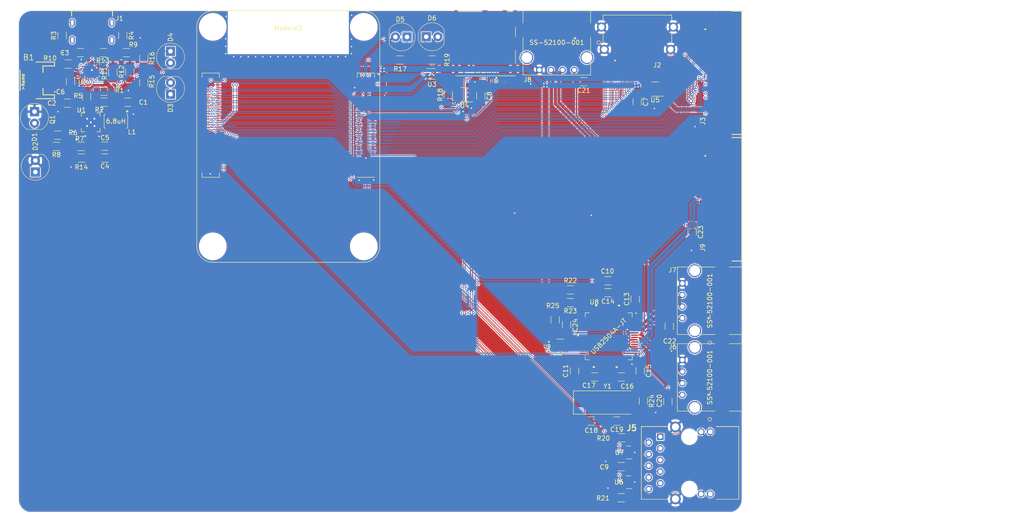
<source format=kicad_pcb>
(kicad_pcb (version 20210424) (generator pcbnew)
  (title_block (title "Thesis") (date "2021-10-03") (rev "0.0.1") (comment 4 "Dylan Lathrum"))
  (layers (0 "F.Cu" signal "Front") (31 "B.Cu" signal "Back") (34 "B.Paste" user) (35 "F.Paste" user) (36 "B.SilkS" user "B.Silkscreen") (37 "F.SilkS" user "F.Silkscreen") (38 "B.Mask" user) (39 "F.Mask" user) (44 "Edge.Cuts" user))
  (net 0 "")
  (net 1 "GND")
  (net 2 "Net-(B1-Pad2)")
  (net 3 "VBAT")
  (net 4 "VBUS")
  (net 5 "/CM4/5v")
  (net 6 "Net-(C8-Pad1)")
  (net 7 "Net-(C9-Pad1)")
  (net 8 "Net-(C18-Pad1)")
  (net 9 "/USB/VBUS")
  (net 10 "Net-(D1-Pad2)")
  (net 11 "Net-(D2-Pad1)")
  (net 12 "Net-(D3-Pad1)")
  (net 13 "Net-(D4-Pad1)")
  (net 14 "+3V3")
  (net 15 "Net-(D5-Pad1)")
  (net 16 "Net-(D6-Pad1)")
  (net 17 "Net-(J1-PadA5)")
  (net 18 "Net-(J1-PadB5)")
  (net 19 "Net-(J1-PadS1)")
  (net 20 "/CM4/HDMI1_D2_P")
  (net 21 "/CM4/HDMI1_D2_N")
  (net 22 "/CM4/HDMI1_D1_P")
  (net 23 "/CM4/HDMI1_D1_N")
  (net 24 "/CM4/HDMI1_D0_P")
  (net 25 "/CM4/HDMI1_D0_N")
  (net 26 "/CM4/HDMI1_CK_P")
  (net 27 "/CM4/HDMI1_CK_N")
  (net 28 "/CM4/HDMI1_CEC")
  (net 30 "/CM4/HDMI1_SCL")
  (net 31 "/CM4/HDMI1_SDA")
  (net 32 "/CM4/HDMI_5v")
  (net 33 "/CM4/HDMI1_HOTPLUG")
  (net 34 "/CM4/HDMI0_D1_P")
  (net 35 "/CM4/HDMI0_D2_N")
  (net 36 "/CM4/HDMI0_D2_P")
  (net 37 "/CM4/HDMI0_D1_N")
  (net 38 "/CM4/HDMI0_D0_P")
  (net 39 "/CM4/HDMI0_D0_N")
  (net 40 "/CM4/HDMI0_CK_P")
  (net 41 "/CM4/HDMI0_CK_N")
  (net 42 "/CM4/HDMI0_CEC")
  (net 44 "/CM4/HDMI0_SCL")
  (net 45 "/CM4/HDMI0_SDA")
  (net 46 "/CM4/HDMI0_HOTPLUG")
  (net 50 "/CM4/SD_DAT1")
  (net 51 "/CM4/SD_DAT0")
  (net 52 "/CM4/SD_CLK")
  (net 53 "/CM4/SD_CMD")
  (net 54 "/CM4/SD_DAT3")
  (net 55 "/CM4/SD_DAT2")
  (net 56 "/CM4/TRD0_P")
  (net 57 "/CM4/TRD0_N")
  (net 58 "/CM4/TRD1_P")
  (net 59 "/CM4/TRD1_N")
  (net 60 "/CM4/TRD2_P")
  (net 61 "/CM4/TRD2_N")
  (net 62 "/CM4/TRD3_P")
  (net 63 "/CM4/TRD3_N")
  (net 64 "Net-(J5-PadL2)")
  (net 65 "Net-(J5-PadL4)")
  (net 66 "/USB/D2_N")
  (net 67 "/USB/D2_P")
  (net 68 "/USB/D3_N")
  (net 69 "/USB/D3_P")
  (net 70 "/USB/D1_P")
  (net 71 "/USB/D1_N")
  (net 72 "Net-(L1-Pad2)")
  (net 73 "/CM4/ETH_LEDY")
  (net 74 "/CM4/ETH_LEDG")
  (net 75 "/CM4/nEXTRST")
  (net 76 "/CM4/USB2_N")
  (net 77 "/CM4/USB2_P")
  (net 78 "Net-(Q1-Pad3)")
  (net 79 "Net-(Q1-Pad1)")
  (net 80 "Net-(R1-Pad2)")
  (net 81 "Net-(R5-Pad1)")
  (net 82 "Net-(R7-Pad2)")
  (net 83 "Net-(R13-Pad1)")
  (net 84 "Net-(R10-Pad1)")
  (net 85 "Net-(R11-Pad1)")
  (net 86 "Net-(R12-Pad1)")
  (net 87 "Net-(R22-Pad1)")
  (net 88 "Net-(R23-Pad1)")
  (net 116 "/USB/OCS1")
  (net 120 "Net-(U8-Pad45)")
  (net 126 "Net-(R15-Pad2)")
  (net 127 "Net-(R16-Pad2)")
  (net 128 "Net-(R19-Pad1)")
  (net 129 "Net-(R24-Pad1)")
  (net 130 "Net-(R25-Pad1)")
  (net 131 "/USB/D4_N")
  (net 132 "/USB/D4_P")
  (net 133 "Net-(C16-Pad1)")
  (net 134 "Net-(C17-Pad1)")
  (net 135 "Net-(C19-Pad1)")
  (net 183 "Net-(Module2-Pad95)")
  (net 194 "Net-(Module2-Pad75)")
  (net 228 "Net-(Module2-Pad21)")
  (footprint "Capacitor_SMD:C_1206_3216Metric_Pad1.33x1.80mm_HandSolder" (layer "F.Cu") (at 46.372 52.692)
    (fp_text reference "C4")
    (fp_text value "2.2uF")
  )
  (footprint "Capacitor_SMD:C_1206_3216Metric_Pad1.33x1.80mm_HandSolder" (layer "F.Cu") (at 156.3 82.15)
    (fp_text reference "C14")
    (fp_text value "100n")
  )
  (footprint "Resistor_SMD:R_1206_3216Metric_Pad1.30x1.75mm_HandSolder" (layer "F.Cu") (at 159.3 113.9)
    (fp_text reference "R20")
    (fp_text value "470R")
  )
  (footprint "digikey-footprints:LED_5mm_Radial" (layer "F.Cu") (at 31.172 53.222 90)
    (fp_text reference "D2")
    (fp_text value "Red")
  )
  (footprint "Capacitor_SMD:C_1206_3216Metric_Pad1.33x1.80mm_HandSolder" (layer "F.Cu") (at 147.25 89.15 90)
    (fp_text reference "C24")
    (fp_text value "100uF")
  )
  (footprint "digikey-footprints:LED_5mm_Radial" (layer "F.Cu") (at 119.126 26.162)
    (fp_text reference "D6")
    (fp_text value "Red")
  )
  (footprint "Resistor_SMD:R_1206_3216Metric_Pad1.30x1.75mm_HandSolder" (layer "F.Cu") (at 46.172 38.092 180)
    (fp_text reference "R1")
    (fp_text value "1.87M")
  )
  (footprint "USB4125-GF-A_REVA2:GCT_USB4125-GF-A_REVA2" (layer "F.Cu") (at 43.561 23.879 180)
    (fp_text reference "J1")
    (fp_text value "USB4125-GF-A_REVA2")
  )
  (footprint "USB2504A-JT:USB2504A-JT" (layer "F.Cu") (at 156.464 91.694 180)
    (fp_text reference "U8")
    (fp_text value "USB2504A-JT")
  )
  (footprint "Resistor_SMD:R_1206_3216Metric_Pad1.30x1.75mm_HandSolder" (layer "F.Cu") (at 38.354 32.134 180)
    (fp_text reference "R10")
    (fp_text value "15k")
  )
  (footprint "Resistor_SMD:R_1206_3216Metric_Pad1.30x1.75mm_HandSolder" (layer "F.Cu") (at 110.85 31.25)
    (fp_text reference "R17")
    (fp_text value "1k")
  )
  (footprint "Resistor_SMD:R_1206_3216Metric_Pad1.30x1.75mm_HandSolder" (layer "F.Cu") (at 46.172 40.492)
    (fp_text reference "R2")
    (fp_text value "340k")
  )
  (footprint "Package_TO_SOT_SMD:SOT-353_SC-70-5" (layer "F.Cu") (at 117.856 34.29)
    (fp_text reference "U3")
    (fp_text value "74LVC1G07")
  )
  (footprint "Resistor_SMD:R_1206_3216Metric_Pad1.30x1.75mm_HandSolder" (layer "F.Cu") (at 37.022 25.892 90)
    (fp_text reference "R3")
    (fp_text value "5.1k")
  )
  (footprint "ARJM11D7-502-AB-EW2:ARJM11D7502ABEW2" (layer "F.Cu") (at 167.744 113.665 90)
    (fp_text reference "J5")
    (fp_text value "ARJM11D7-502-AB-EW2" hide)
  )
  (footprint "Resistor_SMD:R_1206_3216Metric_Pad1.30x1.75mm_HandSolder" (layer "F.Cu") (at 54.864 30.864 -90)
    (fp_text reference "R16")
    (fp_text value "1K")
  )
  (footprint "Crystal:Crystal_SMD_HC49-SD" (layer "F.Cu") (at 155.448 106.172)
    (fp_text reference "Y1")
    (fp_text value "24MHz")
  )
  (footprint "Capacitor_SMD:C_1206_3216Metric_Pad1.33x1.80mm_HandSolder" (layer "F.Cu") (at 162.25 83.55 90)
    (fp_text reference "C13")
    (fp_text value "100n")
  )
  (footprint "FFC3B07-20-T:GCT_FFC3B07-20-T" (layer "F.Cu") (at 181.61 34.036 90)
    (fp_text reference "J3")
    (fp_text value "FFC3B07-20-T")
  )
  (footprint "Resistor_SMD:R_1206_3216Metric_Pad1.30x1.75mm_HandSolder" (layer "F.Cu") (at 144.75 88.1 90)
    (fp_text reference "R25")
    (fp_text value "15K 1%")
  )
  (footprint "digikey-footprints:LED_5mm_Radial" (layer "F.Cu") (at 60.706 36.198 90)
    (fp_text reference "D3")
    (fp_text value "Green")
  )
  (footprint "SS-52100-001:SS-52100-001" (layer "F.Cu") (at 148.9365 27.432 180)
    (fp_text reference "J8")
    (fp_text value "SS-52100-001")
  )
  (footprint "MMUN2133LT1G:SOT95P240X111-3N" (layer "F.Cu") (at 37.972 44.292 90)
    (fp_text reference "Q1")
    (fp_text value "MMUN2133LT1G")
  )
  (footprint "CM4IO:Raspberry-Pi-4-Compute-Module" (layer "F.Cu") (at 102.944882 24.006 180)
    (fp_text reference "Module2")
    (fp_text value "ComputeModule4-CM4")
  )
  (footprint "Resistor_SMD:R_1206_3216Metric_Pad1.30x1.75mm_HandSolder" (layer "F.Cu") (at 50.272 25.892 90)
    (fp_text reference "R4")
    (fp_text value "5.1k")
  )
  (footprint "Capacitor_SMD:C_1206_3216Metric_Pad1.33x1.80mm_HandSolder" (layer "F.Cu") (at 162.7 40.3875 -90)
    (fp_text reference "C7")
    (fp_text value "100n")
  )
  (footprint "Resistor_SMD:R_1206_3216Metric_Pad1.30x1.75mm_HandSolder" (layer "F.Cu") (at 148.082 84.328 180)
    (fp_text reference "R23")
    (fp_text value "36K 1%")
  )
  (footprint "Capacitor_SMD:C_1206_3216Metric_Pad1.33x1.80mm_HandSolder" (layer "F.Cu") (at 149 99.25 -90)
    (fp_text reference "C11")
    (fp_text value "10u")
  )
  (footprint "Package_SON:USON-10_2.5x1.0mm_P0.5mm" (layer "F.Cu") (at 160.8 123.6 180)
    (fp_text reference "U6")
    (fp_text value "TPD4EUSB30")
  )
  (footprint "Resistor_SMD:R_1206_3216Metric_Pad1.30x1.75mm_HandSolder" (layer "F.Cu") (at 42.372 39.292 90)
    (fp_text reference "R5")
    (fp_text value "200k")
  )
  (footprint "SS-52100-001:SS-52100-001" (layer "F.Cu") (at 178.562 104.4865 90)
    (fp_text reference "J6")
    (fp_text value "SS-52100-001")
  )
  (footprint "Capacitor_SMD:C_1206_3216Metric_Pad1.33x1.80mm_HandSolder" (layer "F.Cu") (at 51.372 40.492 180)
    (fp_text reference "C1")
    (fp_text value "10uF")
  )
  (footprint "Capacitor_SMD:C_1206_3216Metric_Pad1.33x1.80mm_HandSolder" (layer "F.Cu") (at 152.654 110.236)
    (fp_text reference "C18")
    (fp_text value "27pF")
  )
  (footprint "Resistor_SMD:R_1206_3216Metric_Pad1.30x1.75mm_HandSolder" (layer "F.Cu") (at 41.172 50.168 180)
    (fp_text reference "R7")
    (fp_text value "1.87M")
  )
  (footprint "Capacitor_SMD:C_1206_3216Metric_Pad1.33x1.80mm_HandSolder" (layer "F.Cu") (at 163.35 99.25 -90)
    (fp_text reference "C15")
    (fp_text value "100n")
  )
  (footprint "Package_SON:USON-10_2.5x1.0mm_P0.5mm" (layer "F.Cu") (at 160.8 117.1 180)
    (fp_text reference "U7")
    (fp_text value "TPD4EUSB30")
  )
  (footprint "digikey-footprints:LED_5mm_Radial" (layer "F.Cu") (at 60.706 31.88 -90)
    (fp_text reference "D4")
    (fp_text value "Orange")
  )
  (footprint "Resistor_SMD:R_1206_3216Metric_Pad1.30x1.75mm_HandSolder" (layer "F.Cu") (at 117.856 31.242 180)
    (fp_text reference "R19")
    (fp_text value "1k")
  )
  (footprint "Capacitor_SMD:C_1206_3216Metric_Pad1.33x1.80mm_HandSolder" (layer "F.Cu") (at 156.2875 79.55)
    (fp_text reference "C10")
    (fp_text value "10u")
  )
  (footprint "Capacitor_SMD:C_1206_3216Metric_Pad1.33x1.80mm_HandSolder" (layer "F.Cu") (at 46.372 50.092)
    (fp_text reference "C5")
    (fp_text value "100uF")
  )
  (footprint "Resistor_SMD:R_1206_3216Metric_Pad1.30x1.75mm_HandSolder" (layer "F.Cu") (at 48.116 33.962 90)
    (fp_text reference "R11")
    (fp_text value "100k")
  )
  (footprint "Resistor_SMD:R_1206_3216Metric_Pad1.30x1.75mm_HandSolder" (layer "F.Cu") (at 35.772 50.168 180)
    (fp_text reference "R8")
    (fp_text value "200k")
  )
  (footprint "Resistor_SMD:R_1206_3216Metric_Pad1.30x1.75mm_HandSolder" (layer "F.Cu") (at 46.022 29.642 180)
    (fp_text reference "R13")
    (fp_text value "270k")
  )
  (footprint "Resistor_SMD:R_1206_3216Metric_Pad1.30x1.75mm_HandSolder" (layer "F.Cu") (at 36.068 47.692 180)
    (fp_text reference "R6")
    (fp_text value "1k")
  )
  (footprint "Capacitor_SMD:C_1206_3216Metric_Pad1.33x1.80mm_HandSolder" (layer "F.Cu") (at 159.258 100.584)
    (fp_text reference "C16")
    (fp_text value "4.7uF")
  )
  (footprint "TPS61090RSAR:QFN65P400X400X100-17N" (layer "F.Cu") (at 43.272 44.892 90)
    (fp_text reference "U1")
    (fp_text value "TPS61090RSAR")
  )
  (footprint "Resistor_SMD:R_1206_3216Metric_Pad1.30x1.75mm_HandSolder" (layer "F.Cu") (at 51.072 29.642)
    (fp_text reference "R9")
    (fp_text value "100k")
  )
  (footprint "Resistor_SMD:R_1206_3216Metric_Pad1.30x1.75mm_HandSolder" (layer "F.Cu") (at 148.082 81.534 180)
    (fp_text reference "R22")
    (fp_text value "36K 1%")
  )
  (footprint "JSTPH2:JSTPH2" (layer "F.Cu") (at 30.844 35.706 90)
    (fp_text reference "B1")
    (fp_text value "JST 2-PH" hide)
  )
  (footprint "Capacitor_SMD:C_1206_3216Metric_Pad1.33x1.80mm_HandSolder" (layer "F.Cu") (at 41.022 29.642 180)
    (fp_text reference "C3")
    (fp_text value "10uF")
  )
  (footprint "Resistor_SMD:R_1206_3216Metric_Pad1.30x1.75mm_HandSolder" (layer "F.Cu") (at 54.864 36.198 90)
    (fp_text reference "R15")
    (fp_text value "1K")
  )
  (footprint "digikey-footprints:LED_5mm_Radial" (layer "F.Cu") (at 30.988 45.088 -90)
    (fp_text reference "D1")
    (fp_text value "Red")
  )
  (footprint "Resistor_SMD:R_1206_3216Metric_Pad1.30x1.75mm_HandSolder" (layer "F.Cu") (at 41.222 52.692)
    (fp_text reference "R14")
    (fp_text value "1k")
  )
  (footprint "Capacitor_SMD:C_1206_3216Metric_Pad1.33x1.80mm_HandSolder" (layer "F.Cu") (at 128.524 39.116 -90)
    (fp_text reference "C8")
    (fp_text value "10u")
  )
  (footprint "Capacitor_SMD:C_1206_3216Metric_Pad1.33x1.80mm_HandSolder" (layer "F.Cu") (at 174.7 68.9 -90)
    (fp_text reference "C23")
    (fp_text value "10u")
  )
  (footprint "Capacitor_SMD:C_1206_3216Metric_Pad1.33x1.80mm_HandSolder" (layer "F.Cu") (at 169.7 89.5 -90)
    (fp_text reference "C22")
    (fp_text value "10u")
  )
  (footprint "Capacitor_SMD:C_1206_3216Metric_Pad1.33x1.80mm_HandSolder" (layer "F.Cu") (at 153.416 100.584 180)
    (fp_text reference "C17")
    (fp_text value "4.7uF")
  )
  (footprint "Resistor_SMD:R_1206_3216Metric_Pad1.30x1.75mm_HandSolder" (layer "F.Cu") (at 164.05 105.85 -90)
    (fp_text reference "R24")
    (fp_text value "12K 1%")
  )
  (footprint "Capacitor_SMD:C_1206_3216Metric_Pad1.33x1.80mm_HandSolder" (layer "F.Cu") (at 159.2 120.2 180)
    (fp_text reference "C9")
    (fp_text value "100n")
  )
  (footprint "Resistor_SMD:R_1206_3216Metric_Pad1.30x1.75mm_HandSolder" (layer "F.Cu") (at 51.816 33.912 90)
    (fp_text reference "R12")
    (fp_text value "1.0k")
  )
  (footprint "Capacitor_SMD:C_1206_3216Metric_Pad1.33x1.80mm_HandSolder" (layer "F.Cu") (at 169.4 105.95 -90)
    (fp_text reference "C20")
    (fp_text value "10u")
  )
  (footprint "Resistor_SMD:R_1206_3216Metric_Pad1.30x1.75mm_HandSolder" (layer "F.Cu") (at 121.412 38.862 -90)
    (fp_text reference "R18")
    (fp_text value "12k 1%")
  )
  (footprint "Resistor_SMD:R_1206_3216Metric_Pad1.30x1.75mm_HandSolder" (layer "F.Cu") (at 159.2 127)
    (fp_text reference "R21")
    (fp_text value "470R")
  )
  (footprint "FFC3B07-20-T:GCT_FFC3B07-20-T" (layer "F.Cu") (at 181.61 61.722 90)
    (fp_text reference "J9")
    (fp_text value "FFC3B07-20-T")
  )
  (footprint "SS-52100-001:SS-52100-001" (layer "F.Cu") (at 178.562 87.7225 90)
    (fp_text reference "J7")
    (fp_text value "SS-52100-001")
  )
  (footprint "Capacitor_SMD:C_1206_3216Metric_Pad1.33x1.80mm_HandSolder" (layer "F.Cu") (at 158.242 110.236 180)
    (fp_text reference "C19")
    (fp_text value "27pF")
  )
  (footprint "digikey-footprints:LED_5mm_Radial" (layer "F.Cu") (at 109.85 26.2 180)
    (fp_text reference "D5")
    (fp_text value "Green")
  )
  (footprint "Package_TO_SOT_SMD:SOT-23-5" (layer "F.Cu") (at 124.968 38.862 180)
    (fp_text reference "U4")
    (fp_text value "RT9742VGJ5")
  )
  (footprint "digikey-footprints:QFN-20-1EP_4x4mm" (layer "F.Cu") (at 43.522 33.453 -90)
    (fp_text reference "U2")
    (fp_text value "MCP73871-2CCI_ML")
  )
  (footprint "AP22653W6-7:SOT95P280X145-6N" (layer "F.Cu") (at 145.9 93.85)
    (fp_text reference "U9")
    (fp_text value "AP22653W6-7")
  )
  (footprint "Capacitor_SMD:C_1206_3216Metric_Pad1.33x1.80mm_HandSolder" (layer "F.Cu") (at 38.172 40.692)
    (fp_text reference "C2")
    (fp_text value "0.1uF")
  )
  (footprint "Package_TO_SOT_SMD:SOT-23-5" (layer "F.Cu") (at 166.6125 37.6 180)
    (fp_text reference "U5")
    (fp_text value "RT9742ENGJ5")
  )
  (footprint "Capacitor_SMD:C_1206_3216Metric_Pad1.33x1.80mm_HandSolder" (layer "F.Cu") (at 38.862 35.944 -90)
    (fp_text reference "C6")
    (fp_text value "10uF")
  )
  (footprint "SS-53000-001:STEWART_SS-53000-001" (layer "F.Cu") (at 162.74325 29.8305 180)
    (fp_text reference "J2")
    (fp_text value "SS-53000-001")
  )
  (footprint "CM4IO:SDCARD_MOLEX_503398-1892" (layer "F.Cu") (at 129.54 27.686 180)
    (fp_text reference "J4")
    (fp_text value "Micro_SD_Card_Det")
  )
  (footprint "NRS5030T6R8MMGJ:NRS5030T6R8MMGJ" (layer "F.Cu") (at 48.772 44.642 -90)
    (fp_text reference "L1")
    (fp_text value "6.8uH")
  )
  (footprint "Capacitor_SMD:C_1206_3216Metric_Pad1.33x1.80mm_HandSolder" (layer "F.Cu") (at 151 36)
    (fp_text reference "C21")
    (fp_text value "10u")
  )
  (gr_line (start 182.7 130.35) (end 30.4 130.35) (layer "Edge.Cuts") (width 0.0381))
  (gr_line (start 27.4 127.35) (end 27.4 23.35) (layer "Edge.Cuts") (width 0.0381))
  (gr_arc (start 30.4 23.35) (end 30.4 20.35) (angle -90) (layer "Edge.Cuts") (width 0.0381))
  (gr_line (start 30.4 20.35) (end 185.7 20.35) (layer "Edge.Cuts") (width 0.0381))
  (gr_arc (start 30.4 127.35) (end 27.4 127.35) (angle -90) (layer "Edge.Cuts") (width 0.0381))
  (gr_line (start 185.7 20.35) (end 185.7 127.35) (layer "Edge.Cuts") (width 0.0381))
  (gr_arc (start 182.7 127.35) (end 182.7 130.35) (angle -90) (layer "Edge.Cuts") (width 0.0381))
  (segment (start 42.772 34.203) (end 42.282 34.203) (width 0.127) (layer "F.Cu") (net 1))
  (segment (start 161.243999 90.943999) (end 160.5 90.2) (width 0.127) (layer "F.Cu") (net 1))
  (segment (start 42.297 43.917) (end 41.317 43.917) (width 0.127) (layer "F.Cu") (net 1))
  (segment (start 104.944882 44.906) (end 104.467882 44.906) (width 0.127) (layer "F.Cu") (net 1))
  (segment (start 43.272 44.892) (end 42.472 44.092) (width 0.127) (layer "F.Cu") (net 1))
  (segment (start 161.185 117.1) (end 162.15 117.1) (width 0.127) (layer "F.Cu") (net 1))
  (segment (start 42.472 44.092) (end 42.297 43.917) (width 0.127) (layer "F.Cu") (net 1))
  (segment (start 127.2 38.43) (end 127.2 36.1) (width 0.127) (layer "F.Cu") (net 1))
  (segment (start 160.415 123.6) (end 161.185 123.6) (width 0.127) (layer "F.Cu") (net 1))
  (segment (start 126.1055 38.862) (end 126.768 38.862) (width 0.127) (layer "F.Cu") (net 1))
  (segment (start 104.552862 41.306) (end 104.944882 41.306) (width 0.127) (layer "F.Cu") (net 1))
  (segment (start 104.467882 42.506) (end 104.404871 42.442989) (width 0.127) (layer "F.Cu") (net 1))
  (segment (start 162.0774 90.943999) (end 161.243999 90.943999) (width 0.127) (layer "F.Cu") (net 1))
  (segment (start 160.415 123.6) (end 159.45 123.6) (width 0.127) (layer "F.Cu") (net 1))
  (segment (start 104.404871 41.453991) (end 104.552862 41.306) (width 0.127) (layer "F.Cu") (net 1))
  (segment (start 104.944882 42.506) (end 104.467882 42.506) (width 0.127) (layer "F.Cu") (net 1))
  (segment (start 104.467882 44.906) (end 104.404871 44.842989) (width 0.127) (layer "F.Cu") (net 1))
  (segment (start 104.406 43.706) (end 104.404871 43.704871) (width 0.127) (layer "F.Cu") (net 1))
  (segment (start 43.522 33.453) (end 42.772 34.203) (width 0.127) (layer "F.Cu") (net 1))
  (segment (start 104.404871 43.704871) (end 104.404871 42.653991) (width 0.127) (layer "F.Cu") (net 1))
  (segment (start 161.185 123.6) (end 162.15 123.6) (width 0.127) (layer "F.Cu") (net 1))
  (segment (start 104.404871 42.442989) (end 104.404871 41.453991) (width 0.127) (layer "F.Cu") (net 1))
  (segment (start 101.472862 36.106) (end 100.95 36.628862) (width 0.127) (layer "F.Cu") (net 1))
  (segment (start 42.257 34.718) (end 42.257 34.228) (width 0.127) (layer "F.Cu") (net 1))
  (segment (start 42.257 34.228) (end 42.282 34.203) (width 0.127) (layer "F.Cu") (net 1))
  (segment (start 126.768 38.862) (end 127.2 38.43) (width 0.127) (layer "F.Cu") (net 1))
  (segment (start 160.415 117.1) (end 161.185 117.1) (width 0.127) (layer "F.Cu") (net 1))
  (segment (start 43.597 42.937) (end 43.597 44.567) (width 0.15) (layer "F.Cu") (net 1))
  (segment (start 104.552862 42.506) (end 104.944882 42.506) (width 0.127) (layer "F.Cu") (net 1))
  (segment (start 101.864882 36.106) (end 101.472862 36.106) (width 0.127) (layer "F.Cu") (net 1))
  (segment (start 160.415 117.1) (end 159.45 117.1) (width 0.127) (layer "F.Cu") (net 1))
  (segment (start 104.404871 42.653991) (end 104.552862 42.506) (width 0.127) (layer "F.Cu") (net 1))
  (segment (start 104.944882 43.706) (end 104.406 43.706) (width 0.127) (layer "F.Cu") (net 1))
  (segment (start 104.404871 44.842989) (end 104.404871 43.704871) (width 0.127) (layer "F.Cu") (net 1))
  (segment (start 100.95 36.628862) (end 100.95 37.3) (width 0.127) (layer "F.Cu") (net 1))
  (segment (start 43.597 44.567) (end 43.272 44.892) (width 0.15) (layer "F.Cu") (net 1))
  (via (at 100.25 26.7) (size 0.6) (drill 0.3) (layers "F.Cu" "B.Cu") (net 1))
  (via (at 98.95 30.55) (size 0.6) (drill 0.3) (layers "F.Cu" "B.Cu") (net 1))
  (via (at 94 30.55) (size 0.6) (drill 0.3) (layers "F.Cu" "B.Cu") (net 1))
  (via (at 44.072 45.692) (size 0.9) (drill 0.4) (layers "F.Cu" "B.Cu") (net 1))
  (via (at 42.472 44.092) (size 0.9) (drill 0.4) (layers "F.Cu" "B.Cu") (net 1))
  (via (at 77.7 30.55) (size 0.6) (drill 0.3) (layers "F.Cu" "B.Cu") (net 1))
  (via (at 155.8 119.05) (size 0.6) (drill 0.3) (layers "F.Cu" "B.Cu") (net 1))
  (via (at 162.45 86.65) (size 0.6) (drill 0.3) (layers "F.Cu" "B.Cu") (net 1))
  (via (at 51.5 37.95) (size 0.6) (drill 0.3) (layers "F.Cu" "B.Cu") (net 1))
  (via (at 101.9 57.55) (size 0.6) (drill 0.3) (layers "F.Cu" "B.Cu") (net 1))
  (via (at 69.4 56.15) (size 0.6) (drill 0.3) (layers "F.Cu" "B.Cu") (net 1))
  (via (at 100.3 21.45) (size 0.6) (drill 0.3) (layers "F.Cu" "B.Cu") (net 1))
  (via (at 175.3 45.8) (size 0.6) (drill 0.3) (layers "F.Cu" "B.Cu") (net 1))
  (via (at 72.75 28.25) (size 0.6) (drill 0.3) (layers "F.Cu" "B.Cu") (net 1))
  (via (at 39.35 46.9) (size 0.6) (drill 0.3) (layers "F.Cu" "B.Cu") (net 1))
  (via (at 97.3 30.55) (size 0.6) (drill 0.3) (layers "F.Cu" "B.Cu") (net 1))
  (via (at 100.25 28.3) (size 0.6) (drill 0.3) (layers "F.Cu" "B.Cu") (net 1))
  (via (at 74.5 30.5) (size 0.6) (drill 0.3) (layers "F.Cu" "B.Cu") (net 1))
  (via (at 76.1 30.55) (size 0.6) (drill 0.3) (layers "F.Cu" "B.Cu") (net 1))
  (via (at 36.1 42.55) (size 0.6) (drill 0.3) (layers "F.Cu" "B.Cu") (net 1))
  (via (at 49.95 31.2) (size 0.6) (drill 0.3) (layers "F.Cu" "B.Cu") (net 1))
  (via (at 54.1 26.4) (size 0.6) (drill 0.3) (layers "F.Cu" "B.Cu") (net 1))
  (via (at 160.5 90.2) (size 0.6) (drill 0.3) (layers "F.Cu" "B.Cu") (net 1))
  (via (at 159.45 123.6) (size 0.6) (drill 0.3) (layers "F.Cu" "B.Cu") (net 1))
  (via (at 127.2 36.1) (size 0.6) (drill 0.3) (layers "F.Cu" "B.Cu") (net 1))
  (via (at 126.45 41.8) (size 0.6) (drill 0.3) (layers "F.Cu" "B.Cu") (net 1))
  (via (at 139.4 36.5) (size 0.6) (drill 0.3) (layers "F.Cu" "B.Cu") (net 1))
  (via (at 152.65 65.2) (size 0.6) (drill 0.3) (layers "F.Cu" "B.Cu") (net 1))
  (via (at 80.9 30.55) (size 0.6) (drill 0.3) (layers "F.Cu" "B.Cu") (net 1))
  (via (at 89.05 30.55) (size 0.6) (drill 0.3) (layers "F.Cu" "B.Cu") (net 1))
  (via (at 43.522 33.453) (size 0.9) (drill 0.4) (layers "F.Cu" "B.Cu") (net 1))
  (via (at 82.55 30.55) (size 0.6) (drill 0.3) (layers "F.Cu" "B.Cu") (net 1))
  (via (at 79.3 30.55) (size 0.6) (drill 0.3) (layers "F.Cu" "B.Cu") (net 1))
  (via (at 100.25 29.85) (size 0.6) (drill 0.3) (layers "F.Cu" "B.Cu") (net 1))
  (via (at 90.7 30.55) (size 0.6) (drill 0.3) (layers "F.Cu" "B.Cu") (net 1))
  (via (at 52.6 43.1) (size 0.6) (drill 0.3) (layers "F.Cu" "B.Cu") (net 1))
  (via (at 44.072 44.092) (size 0.9) (drill 0.4) (layers "F.Cu" "B.Cu") (net 1))
  (via (at 72.75 29.9) (size 0.6) (drill 0.3) (layers "F.Cu" "B.Cu") (net 1))
  (via (at 174.55 72.9) (size 0.6) (drill 0.3) (layers "F.Cu" "B.Cu") (net 1))
  (via (at 43.272 44.892) (size 0.9) (drill 0.4) (layers "F.Cu" "B.Cu") (net 1))
  (via (at 38.95 54.65) (size 0.6) (drill 0.3) (layers "F.Cu" "B.Cu") (net 1))
  (via (at 166.45 41.85) (size 0.6) (drill 0.3) (layers "F.Cu" "B.Cu") (net 1))
  (via (at 87.45 30.55) (size 0.6) (drill 0.3) (layers "F.Cu" "B.Cu") (net 1))
  (via (at 45.572 42.092) (size 0.6) (drill 0.3) (layers "F.Cu" "B.Cu") (net 1))
  (via (at 166.75 108.35) (size 0.6) (drill 0.3) (layers "F.Cu" "B.Cu") (net 1))
  (via (at 135.9 64.75) (size 0.6) (drill 0.3) (layers "F.Cu" "B.Cu") (net 1))
  (via (at 156.3 124.9) (size 0.6) (drill 0.3) (layers "F.Cu" "B.Cu") (net 1))
  (via (at 92.35 30.55) (size 0.6) (drill 0.3) (layers "F.Cu" "B.Cu") (net 1))
  (via (at 84.2 30.55) (size 0.6) (drill 0.3) (layers "F.Cu" "B.Cu") (net 1))
  (via (at 160.6 94.6) (size 0.6) (drill 0.3) (layers "F.Cu" "B.Cu") (net 1))
  (via (at 103.4 52.7) (size 0.6) (drill 0.3) (layers "F.Cu" "B.Cu") (net 1))
  (via (at 85.85 30.55) (size 0.6) (drill 0.3) (layers "F.Cu" "B.Cu") (net 1))
  (via (at 35.45 38.2) (size 0.6) (drill 0.3) (layers "F.Cu" "B.Cu") (net 1))
  (via (at 162.15 117.1) (size 0.6) (drill 0.3) (layers "F.Cu" "B.Cu") (net 1))
  (via (at 37.2 29.65) (size 0.6) (drill 0.3) (layers "F.Cu" "B.Cu") (net 1))
  (via (at 72.75 26.6) (size 0.6) (drill 0.3) (layers "F.Cu" "B.Cu") (net 1))
  (via (at 100.95 37.3) (size 0.6) (drill 0.3) (layers "F.Cu" "B.Cu") (net 1))
  (via (at 159.45 117.1) (size 0.6) (drill 0.3) (layers "F.Cu" "B.Cu") (net 1))
  (via (at 162.15 123.6) (size 0.6) (drill 0.3) (layers "F.Cu" "B.Cu") (net 1))
  (via (at 41 42.1) (size 0.6) (drill 0.3) (layers "F.Cu" "B.Cu") (net 1))
  (via (at 161.55 97.8) (size 0.6) (drill 0.3) (layers "F.Cu" "B.Cu") (net 1))
  (via (at 40.75 36.9) (size 0.6) (drill 0.3) (layers "F.Cu" "B.Cu") (net 1))
  (via (at 46.35 31.4) (size 0.6) (drill 0.3) (layers "F.Cu" "B.Cu") (net 1))
  (via (at 45.1 47.95) (size 0.6) (drill 0.3) (layers "F.Cu" "B.Cu") (net 1))
  (via (at 72.85 21.7) (size 0.6) (drill 0.3) (layers "F.Cu" "B.Cu") (net 1))
  (via (at 41.2 31.15) (size 0.6) (drill 0.3) (layers "F.Cu" "B.Cu") (net 1))
  (via (at 50.038 33.912) (size 0.6) (drill 0.3) (layers "F.Cu" "B.Cu") (net 1))
  (via (at 170.2 94.9) (size 0.6) (drill 0.3) (layers "F.Cu" "B.Cu") (net 1))
  (via (at 95.65 30.55) (size 0.6) (drill 0.3) (layers "F.Cu" "B.Cu") (net 1))
  (via (at 40.1 48.65) (size 0.6) (drill 0.3) (layers "F.Cu" "B.Cu") (net 1))
  (via (at 42.472 45.692) (size 0.9) (drill 0.4) (layers "F.Cu" "B.Cu") (net 1))
  (via (at 124.65 42.5) (size 0.6) (drill 0.3) (layers "F.Cu" "B.Cu") (net 1))
  (via (at 105.1 57.5) (size 0.6) (drill 0.3) (layers "F.Cu" "B.Cu") (net 1))
  (segment (start 127.2 36.1) (end 127.2 41.05) (width 0.127) (layer "B.Cu") (net 1))
  (segment (start 127.2 41.05) (end 126.45 41.8) (width 0.127) (layer "B.Cu") (net 1))
  (segment (start 44.787 34.718) (end 44.787 35.138) (width 0.127) (layer "F.Cu") (net 2))
  (segment (start 38.5375 34.706) (end 38.862 34.3815) (width 1) (layer "F.Cu") (net 2))
  (segment (start 38.862 34.3815) (end 40.06224 34.3815) (width 1) (layer "F.Cu") (net 2))
  (segment (start 44.272 35.453) (end 44.372 35.553) (width 0.127) (layer "F.Cu") (net 2))
  (segment (start 44.272 34.928) (end 44.272 35.453) (width 0.127) (layer "F.Cu") (net 2))
  (segment (start 43.772 34.953) (end 44.372 35.553) (width 0.127) (layer "F.Cu") (net 2))
  (segment (start 44.787 35.138) (end 44.372 35.553) (width 0.127) (layer "F.Cu") (net 2))
  (segment (start 40.06224 34.3815) (end 40.386 34.70526) (width 1) (layer "F.Cu") (net 2))
  (segment (start 43.772 34.928) (end 43.772 34.953) (width 0.127) (layer "F.Cu") (net 2))
  (segment (start 34.544 34.706) (end 38.5375 34.706) (width 1) (layer "F.Cu") (net 2))
  (via (at 40.386 34.70526) (size 0.6) (drill 0.3) (layers "F.Cu" "B.Cu") (net 2))
  (via (at 44.372 35.553) (size 0.6) (drill 0.3) (layers "F.Cu" "B.Cu") (net 2))
  (segment (start 40.35474 34.70526) (end 40.32348 34.674) (width 0.127) (layer "B.Cu") (net 2))
  (segment (start 41.23374 35.553) (end 44.372 35.553) (width 0.15) (layer "B.Cu") (net 2))
  (segment (start 40.386 34.70526) (end 41.23374 35.553) (width 0.15) (layer "B.Cu") (net 2))
  (segment (start 42.983186 37.742) (end 43.934706 36.79048) (width 0.6) (layer "F.Cu") (net 3))
  (segment (start 46.302 42.842) (end 45.373511 43.770489) (width 1) (layer "F.Cu") (net 3))
  (segment (start 46.106138 36.79048) (end 46.61448 36.282138) (width 0.6) (layer "F.Cu") (net 3))
  (segment (start 48.772 42.842) (end 46.302 42.842) (width 1) (layer "F.Cu") (net 3))
  (segment (start 42.372 38.0545) (end 39.7345 40.692) (width 0.6) (layer "F.Cu") (net 3))
  (segment (start 42.372 37.742) (end 42.372 38.0545) (width 0.6) (layer "F.Cu") (net 3))
  (segment (start 45.733209 32.436489) (end 45.038511 32.436489) (width 1) (layer "F.Cu") (net 3))
  (segment (start 48.772 42.842) (end 49.8095 41.8045) (width 1) (layer "F.Cu") (net 3))
  (segment (start 43.934706 36.79048) (end 46.106138 36.79048) (width 0.6) (layer "F.Cu") (net 3))
  (segment (start 39.7345 40.692) (end 39.7345 42.6795) (width 0.6) (layer "F.Cu") (net 3))
  (segment (start 47.722 37.389658) (end 46.61448 36.282138) (width 1) (layer "F.Cu") (net 3))
  (segment (start 46.61448 33.31776) (end 45.733209 32.436489) (width 1) (layer "F.Cu") (net 3))
  (segment (start 47.722 38.092) (end 47.722 37.389658) (width 1) (layer "F.Cu") (net 3))
  (segment (start 46.61448 36.282138) (end 46.61448 33.31776) (width 1) (layer "F.Cu") (net 3))
  (segment (start 49.8095 40.492) (end 49.8095 40.1795) (width 1) (layer "F.Cu") (net 3))
  (segment (start 49.8095 40.1795) (end 47.722 38.092) (width 1) (layer "F.Cu") (net 3))
  (segment (start 49.8095 41.8045) (end 49.8095 40.492) (width 1) (layer "F.Cu") (net 3))
  (segment (start 42.372 37.742) (end 42.983186 37.742) (width 0.6) (layer "F.Cu") (net 3))
  (segment (start 39.7345 42.6795) (end 39.072 43.342) (width 0.6) (layer "F.Cu") (net 3))
  (segment (start 58.928 33.912) (end 58.928 34.42) (width 0.2) (layer "F.Cu") (net 4))
  (segment (start 58.928 33.658) (end 60.706 31.88) (width 0.2) (layer "F.Cu") (net 4))
  (segment (start 43.592 29.642) (end 43.572 29.622) (width 0.127) (layer "F.Cu") (net 4))
  (segment (start 45.682 33.753) (end 45.047 33.753) (width 0.2) (layer "F.Cu") (net 4))
  (segment (start 42.574 28.292) (end 42.041 27.759) (width 0.2) (layer "F.Cu") (net 4))
  (segment (start 43.572 31.553) (end 43.572 31.953) (width 0.2) (layer "F.Cu") (net 4))
  (segment (start 41.231983 33.703) (end 41.199983 33.735) (width 0.2) (layer "F.Cu") (net 4))
  (segment (start 43.772 31.753) (end 43.572 31.553) (width 0.4) (layer "F.Cu") (net 4))
  (segment (start 58.928 33.912) (end 58.928 33.658) (width 0.2) (layer "F.Cu") (net 4))
  (segment (start 45.047 33.753) (end 44.997 33.703) (width 0.2) (layer "F.Cu") (net 4))
  (segment (start 45.081 26.959) (end 45.081 27.759) (width 0.2) (layer "F.Cu") (net 4))
  (segment (start 45.081 27.759) (end 44.548 28.292) (width 0.2) (layer "F.Cu") (net 4))
  (segment (start 58.928 34.42) (end 60.706 36.198) (width 0.2) (layer "F.Cu") (net 4))
  (segment (start 43.272 31.853) (end 43.572 31.553) (width 0.4) (layer "F.Cu") (net 4))
  (segment (start 43.572 30.753) (end 43.572 31.553) (width 0.2) (layer "F.Cu") (net 4))
  (segment (start 43.772 31.978) (end 43.772 31.753) (width 0.4) (layer "F.Cu") (net 4))
  (segment (start 44.997 33.203) (end 44.997 34.203) (width 0.127) (layer "F.Cu") (net 4))
  (segment (start 44.548 28.292) (end 43.572 28.292) (width 0.2) (layer "F.Cu") (net 4))
  (segment (start 43.572 29.622) (end 43.572 31.692) (width 0.2) (layer "F.Cu") (net 4))
  (segment (start 42.041 27.759) (end 42.041 26.959) (width 0.2) (layer "F.Cu") (net 4))
  (segment (start 43.572 28.292) (end 43.572 29.622) (width 0.2) (layer "F.Cu") (net 4))
  (segment (start 43.772 31.978) (end 43.272 31.978) (width 0.4) (layer "F.Cu") (net 4))
  (segment (start 42.5845 29.642) (end 43.592 29.642) (width 0.127) (layer "F.Cu") (net 4))
  (segment (start 42.047 33.703) (end 41.231983 33.703) (width 0.2) (layer "F.Cu") (net 4))
  (segment (start 44.472 29.642) (end 43.592 29.642) (width 0.127) (layer "F.Cu") (net 4))
  (segment (start 43.572 28.292) (end 42.574 28.292) (width 0.2) (layer "F.Cu") (net 4))
  (segment (start 43.272 31.978) (end 43.272 31.853) (width 0.4) (layer "F.Cu") (net 4))
  (via (at 41.199983 33.735) (size 0.6) (drill 0.3) (layers "F.Cu" "B.Cu") (net 4))
  (via (at 45.682 33.753) (size 0.6) (drill 0.3) (layers "F.Cu" "B.Cu") (net 4))
  (via (at 58.928 33.912) (size 0.6) (drill 0.3) (layers "F.Cu" "B.Cu") (net 4))
  (via (at 43.572 31.118) (size 0.6) (drill 0.3) (layers "F.Cu" "B.Cu") (net 4))
  (segment (start 43.207 31.118) (end 41.199983 33.125017) (width 0.15) (layer "B.Cu") (net 4))
  (segment (start 43.572 31.643) (end 45.682 33.753) (width 0.2) (layer "B.Cu") (net 4))
  (segment (start 41.199983 33.125017) (end 41.199983 33.735) (width 0.2) (layer "B.Cu") (net 4))
  (segment (start 47.573511 31.861489) (end 56.877489 31.861489) (width 0.2) (layer "B.Cu") (net 4))
  (segment (start 43.572 31.118) (end 43.207 31.118) (width 0.15) (layer "B.Cu") (net 4))
  (segment (start 43.572 30.753) (end 43.572 31.643) (width 0.2) (layer "B.Cu") (net 4))
  (segment (start 56.877489 31.861489) (end 58.928 33.912) (width 0.2) (layer "B.Cu") (net 4))
  (segment (start 45.682 33.753) (end 47.573511 31.861489) (width 0.2) (layer "B.Cu") (net 4))
  (segment (start 65.55 34.85) (end 67 33.4) (width 1.3455) (layer "F.Cu") (net 5))
  (segment (start 142.650369 36.79963) (end 142.650369 85.133669) (width 1.3455) (layer "F.Cu") (net 5))
  (segment (start 41.317 45.217) (end 41.317 46.773502) (width 0.6) (layer "F.Cu") (net 5))
  (segment (start 41.317 46.773502) (end 41.584759 47.041261) (width 0.6) (layer "F.Cu") (net 5))
  (segment (start 142.62573 85.158308) (end 142.62573 90.72573) (width 1.3455) (layer "F.Cu") (net 5))
  (segment (start 165.475 38.55) (end 165.475 36.65) (width 1.3455) (layer "F.Cu") (net 5))
  (segment (start 162.7 38.825) (end 165.2 38.825) (width 1.3455) (layer "F.Cu") (net 5))
  (segment (start 42.418 48.136) (end 43.688 48.136) (width 1.3455) (layer "F.Cu") (net 5))
  (segment (start 142.62573 90.72573) (end 144.5 92.6) (width 1.3455) (layer "F.Cu") (net 5))
  (segment (start 142.650369 85.133669) (end 142.62573 85.158308) (width 1.3455) (layer "F.Cu") (net 5))
  (segment (start 162.7 36.95) (end 162.5 36.75) (width 1.3455) (layer "F.Cu") (net 5))
  (segment (start 165.2 38.825) (end 165.475 38.55) (width 1.3455) (layer "F.Cu") (net 5))
  (segment (start 162.7 38.825) (end 162.7 36.95) (width 1.3455) (layer "F.Cu") (net 5))
  (segment (start 105.172882 38.7) (end 105.172882 39.606739) (width 1.3455) (layer "F.Cu") (net 5))
  (segment (start 41.584759 47.041261) (end 41.584759 47.302759) (width 1.3455) (layer "F.Cu") (net 5))
  (segment (start 107.072143 38.300739) (end 106.372882 39) (width 1.3455) (layer "F.Cu") (net 5))
  (segment (start 107.172882 33.4) (end 107.072143 38.300739) (width 1.3455) (layer "F.Cu") (net 5))
  (segment (start 105.472882 39) (end 105.172882 38.7) (width 1.3455) (layer "F.Cu") (net 5))
  (segment (start 43.688 54.486) (end 48.914 54.486) (width 1.3455) (layer "F.Cu") (net 5))
  (segment (start 65.55 37.85) (end 65.55 34.85) (width 1.3455) (layer "F.Cu") (net 5))
  (segment (start 48.914 54.486) (end 65.55 37.85) (width 1.3455) (layer "F.Cu") (net 5))
  (segment (start 106.372882 39) (end 105.472882 39) (width 1.3455) (layer "F.Cu") (net 5))
  (segment (start 42.297 46.847) (end 42.297 47.117) (width 0.127) (layer "F.Cu") (net 5))
  (segment (start 41.584759 47.302759) (end 42.418 48.136) (width 1.3455) (layer "F.Cu") (net 5))
  (segment (start 42.297 49.667) (end 42.722 50.092) (width 0.127) (layer "F.Cu") (net 5))
  (segment (start 67 33.4) (end 107.172882 33.4) (width 1.3455) (layer "F.Cu") (net 5))
  (segment (start 43.688 48.136) (end 43.688 54.486) (width 1.3455) (layer "F.Cu") (net 5))
  (via (at 143 37.1) (size 0.6) (drill 0.3) (layers "F.Cu" "B.Cu") (net 5))
  (via (at 142.3 36.45) (size 0.6) (drill 0.3) (layers "F.Cu" "B.Cu") (net 5))
  (via (at 106.672882 33.1) (size 0.6) (drill 0.3) (layers "F.Cu" "B.Cu") (net 5))
  (via (at 107.372882 33.1) (size 0.6) (drill 0.3) (layers "F.Cu" "B.Cu") (net 5))
  (via (at 107.372882 33.75) (size 0.6) (drill 0.3) (layers "F.Cu" "B.Cu") (net 5))
  (via (at 143 36.45) (size 0.6) (drill 0.3) (layers "F.Cu" "B.Cu") (net 5))
  (via (at 162.2 37.15) (size 0.6) (drill 0.3) (layers "F.Cu" "B.Cu") (net 5))
  (via (at 162.15 36.5) (size 0.6) (drill 0.3) (layers "F.Cu" "B.Cu") (net 5))
  (via (at 162.9 37.1) (size 0.6) (drill 0.3) (layers "F.Cu" "B.Cu") (net 5))
  (via (at 106.672882 33.75) (size 0.6) (drill 0.3) (layers "F.Cu" "B.Cu") (net 5))
  (via (at 142.3 37.1) (size 0.6) (drill 0.3) (layers "F.Cu" "B.Cu") (net 5))
  (via (at 162.8 36.45) (size 0.6) (drill 0.3) (layers "F.Cu" "B.Cu") (net 5))
  (segment (start 162.7 36.8) (end 142.444017 36.8) (width 1.3455) (layer "B.Cu") (net 5))
  (segment (start 138.844756 33.200739) (end 107.222143 33.200739) (width 1.3455) (layer "B.Cu") (net 5))
  (segment (start 142.444017 36.8) (end 138.844756 33.200739) (width 1.3455) (layer "B.Cu") (net 5))
  (segment (start 107.222143 33.200739) (end 106.672882 33.75) (width 1.3455) (layer "B.Cu") (net 5))
  (segment (start 128.016 38.0615) (end 128.524 37.5535) (width 0.15) (layer "F.Cu") (net 6))
  (segment (start 128.016 38.564) (end 128.016 38.0615) (width 0.15) (layer "F.Cu") (net 6))
  (segment (start 128.524 33.407) (end 128.62 33.311) (width 0.15) (layer "F.Cu") (net 6))
  (segment (start 126.1055 39.812) (end 126.768 39.812) (width 0.15) (layer "F.Cu") (net 6))
  (segment (start 126.768 39.812) (end 128.016 38.564) (width 0.15) (layer "F.Cu") (net 6))
  (segment (start 128.524 37.5535) (end 128.524 33.407) (width 0.15) (layer "F.Cu") (net 6))
  (segment (start 160.7625 120.2) (end 165.019 120.2) (width 0.127) (layer "F.Cu") (net 7))
  (segment (start 165.204 120.015) (end 166.474 120.015) (width 0.127) (layer "F.Cu") (net 7))
  (segment (start 166.474 120.015) (end 167.744 118.745) (width 0.127) (layer "F.Cu") (net 7))
  (segment (start 165.019 120.2) (end 165.204 120.015) (width 0.127) (layer "F.Cu") (net 7))
  (segment (start 152.448 106.172) (end 156.55496 102.06504) (width 0.15) (layer "F.Cu") (net 8))
  (segment (start 156.55496 102.06504) (end 156.55496 98.323982) (width 0.15) (layer "F.Cu") (net 8))
  (segment (start 151.198 106.172) (end 151.198 110.1295) (width 0.15) (layer "F.Cu") (net 8))
  (segment (start 156.714 98.164942) (end 156.714 97.3074) (width 0.15) (layer "F.Cu") (net 8))
  (segment (start 151.198 110.1295) (end 151.0915 110.236) (width 0.15) (layer "F.Cu") (net 8))
  (segment (start 156.55496 98.323982) (end 156.714 98.164942) (width 0.15) (layer "F.Cu") (net 8))
  (segment (start 151.198 106.172) (end 152.448 106.172) (width 0.15) (layer "F.Cu") (net 8))
  (segment (start 148.9365 33.437) (end 148.9365 35.499) (width 0.4) (layer "F.Cu") (net 9))
  (segment (start 149.05 90.9) (end 147.4375 90.9) (width 0.295656) (layer "F.Cu") (net 9))
  (segment (start 169.4 102.9) (end 169.4 104.3875) (width 0.295656) (layer "F.Cu") (net 9))
  (segment (start 172.408 104.3375) (end 172.557 104.4865) (width 0.295656) (layer "F.Cu") (net 9))
  (segment (start 172.342 87.9375) (end 172.557 87.7225) (width 0.295656) (layer "F.Cu") (net 9))
  (segment (start 173.25 67.35) (end 149.4375 43.5375) (width 0.295656) (layer "F.Cu") (net 9))
  (segment (start 164.250291 90.907315) (end 167.220106 87.9375) (width 0.295656) (layer "F.Cu") (net 9))
  (segment (start 170.1 87.9375) (end 172.342 87.9375) (width 0.295656) (layer "F.Cu") (net 9))
  (segment (start 169.4 104.3875) (end 172.458 104.3875) (width 0.295656) (layer "F.Cu") (net 9))
  (segment (start 167.220106 87.9375) (end 170.1 87.9375) (width 0.295656) (layer "F.Cu") (net 9))
  (segment (start 149.4375 43.5375) (end 149.4375 36) (width 0.295656) (layer "F.Cu") (net 9))
  (segment (start 148.9365 35.499) (end 149.4375 36) (width 0.4) (layer "F.Cu") (net 9))
  (segment (start 147.045 92.9) (end 147.045 90.9175) (width 0.295656) (layer "F.Cu") (net 9))
  (segment (start 147.045 90.9175) (end 147.25 90.7125) (width 0.295656) (layer "F.Cu") (net 9))
  (segment (start 173.25 67.35) (end 174.6875 67.35) (width 0.295656) (layer "F.Cu") (net 9))
  (segment (start 174.6875 67.35) (end 174.7 67.3375) (width 0.295656) (layer "F.Cu") (net 9))
  (segment (start 170.0875 87.95) (end 170.1 87.9375) (width 0.295656) (layer "F.Cu") (net 9))
  (segment (start 172.458 104.3875) (end 172.557 104.4865) (width 0.295656) (layer "F.Cu") (net 9))
  (segment (start 147.4375 90.9) (end 147.25 90.7125) (width 0.295656) (layer "F.Cu") (net 9))
  (via (at 173.25 67.35) (size 0.6) (drill 0.3) (layers "F.Cu" "B.Cu") (net 9))
  (via (at 169.4 102.9) (size 0.6) (drill 0.3) (layers "F.Cu" "B.Cu") (net 9))
  (via (at 164.250291 90.907315) (size 0.6) (drill 0.3) (layers "F.Cu" "B.Cu") (net 9))
  (via (at 149.05 90.9) (size 0.6) (drill 0.3) (layers "F.Cu" "B.Cu") (net 9))
  (segment (start 161.1 90.9) (end 164.242976 90.9) (width 0.295656) (layer "B.Cu") (net 9))
  (segment (start 161.412923 94.312923) (end 165.012923 94.312923) (width 0.295656) (layer "B.Cu") (net 9))
  (segment (start 165.1 98.6) (end 169.4 102.9) (width 0.295656) (layer "B.Cu") (net 9))
  (segment (start 164.250291 90.907315) (end 164.250291 76.349709) (width 0.295656) (layer "B.Cu") (net 9))
  (segment (start 149.05 90.9) (end 161.1 90.9) (width 0.295656) (layer "B.Cu") (net 9))
  (segment (start 164.242976 90.9) (end 164.250291 90.907315) (width 0.295656) (layer "B.Cu") (net 9))
  (segment (start 161.05 93.95) (end 161.412923 94.312923) (width 0.295656) (layer "B.Cu") (net 9))
  (segment (start 165.012923 94.312923) (end 165.1 94.4) (width 0.295656) (layer "B.Cu") (net 9))
  (segment (start 161.1 90.9) (end 161.05 90.95) (width 0.295656) (layer "B.Cu") (net 9))
  (segment (start 161.05 90.95) (end 161.05 93.95) (width 0.295656) (layer "B.Cu") (net 9))
  (segment (start 165.1 94.4) (end 165.1 98.6) (width 0.295656) (layer "B.Cu") (net 9))
  (segment (start 164.250291 76.349709) (end 173.25 67.35) (width 0.295656) (layer "B.Cu") (net 9))
  (segment (start 33.592 47.692) (end 34.518 47.692) (width 0.15) (layer "F.Cu") (net 10))
  (segment (start 30.988 45.088) (end 33.592 47.692) (width 0.15) (layer "F.Cu") (net 10))
  (segment (start 39.672 52.692) (end 34.242 52.692) (width 0.127) (layer "F.Cu") (net 11))
  (segment (start 34.242 52.692) (end 31.172 55.762) (width 0.127) (layer "F.Cu") (net 11))
  (segment (start 59.716 37.748) (end 60.706 38.738) (width 0.15) (layer "F.Cu") (net 12))
  (segment (start 54.864 37.748) (end 59.716 37.748) (width 0.15) (layer "F.Cu") (net 12))
  (segment (start 54.864 29.314) (end 60.68 29.314) (width 0.15) (layer "F.Cu") (net 13))
  (segment (start 60.68 29.314) (end 60.706 29.34) (width 0.15) (layer "F.Cu") (net 13))
  (segment (start 101.378882 40.106) (end 101.864882 40.106) (width 0.295656) (layer "F.Cu") (net 14))
  (segment (start 174.985753 111.287141) (end 178.919364 111.287141) (width 0.295656) (layer "F.Cu") (net 14))
  (segment (start 179.713339 113.078884) (end 179.172884 113.619339) (width 0.295656) (layer "F.Cu") (net 14))
  (segment (start 163.35 96.7166) (end 162.0774 95.444) (width 0.295656) (layer "F.Cu") (net 14))
  (segment (start 154.7375 86.057101) (end 154.714001 86.0806) (width 0.295656) (layer "F.Cu") (net 14))
  (segment (start 100.537549 56.922692) (end 100.45 56.835143) (width 0.295656) (layer "F.Cu") (net 14))
  (segment (start 158.714001 97.3074) (end 159.214 97.3074) (width 0.295656) (layer "F.Cu") (net 14))
  (segment (start 161.155999 92.444001) (end 162.0774 92.444001) (width 0.295656) (layer "F.Cu") (net 14))
  (segment (start 160.461848 83.324348) (end 162.25 85.1125) (width 0.295656) (layer "F.Cu") (net 14))
  (segment (start 101.864882 38.906) (end 102.466882 38.906) (width 0.295656) (layer "F.Cu") (net 14))
  (segment (start 178.569339 124.254661) (end 176.644 126.18) (width 0.295656) (layer "F.Cu") (net 14))
  (segment (start 102.672882 38.7) (end 102.478882 38.506) (width 0.295656) (layer "F.Cu") (net 14))
  (segment (start 160.405978 89.443999) (end 162.0774 89.443999) (width 0.295656) (layer "F.Cu") (net 14))
  (segment (start 123.19 40.4525) (end 123.8305 39.812) (width 0.295656) (layer "F.Cu") (net 14))
  (segment (start 159.354829 98.318339) (end 159.354829 99.118329) (width 0.295656) (layer "F.Cu") (net 14))
  (segment (start 159.214 97.3074) (end 159.214 96.43729) (width 0.295656) (layer "F.Cu") (net 14))
  (segment (start 154.725 82.1375) (end 154.7375 82.15) (width 0.295656) (layer "F.Cu") (net 14))
  (segment (start 163.35 97.6875) (end 168.225652 102.563152) (width 0.295656) (layer "F.Cu") (net 14))
  (segment (start 102.672882 34.572882) (end 102.65 34.55) (width 0.295656) (layer "F.Cu") (net 14))
  (segment (start 154.213999 96.437291) (end 154.354829 96.296461) (width 0.295656) (layer "F.Cu") (net 14))
  (segment (start 170.274264 106.575652) (end 174.985753 111.287141) (width 0.295656) (layer "F.Cu") (net 14))
  (segment (start 177.683339 113.619339) (end 176.644 112.58) (width 0.295656) (layer "F.Cu") (net 14))
  (segment (start 153.7 96.42329) (end 153.7 97.2934) (width 0.295656) (layer "F.Cu") (net 14))
  (segment (start 100.45 40.222882) (end 100.972882 39.7) (width 0.295656) (layer "F.Cu") (net 14))
  (segment (start 163.35 97.6875) (end 163.35 96.7166) (width 0.295656) (layer "F.Cu") (net 14))
  (segment (start 169.77704 106.575652) (end 170.274264 106.575652) (width 0.295656) (layer "F.Cu") (net 14))
  (segment (start 122.148 41.148) (end 121.412 40.412) (width 0.295656) (layer "F.Cu") (net 14))
  (segment (start 154.7375 82.15) (end 154.7375 86.057101) (width 0.295656) (layer "F.Cu") (net 14))
  (segment (start 154.725 79.55) (end 154.725 82.1375) (width 0.295656) (layer "F.Cu") (net 14))
  (segment (start 150.391039 96.296461) (end 153.573171 96.296461) (width 0.295656) (layer "F.Cu") (net 14))
  (segment (start 123.19 41.148) (end 123.19 40.4525) (width 0.295656) (layer "F.Cu") (net 14))
  (segment (start 118.664 33.782) (end 118.806 33.64) (width 0.15) (layer "F.Cu") (net 14))
  (segment (start 154.7375 82.15) (end 155.911848 83.324348) (width 0.295656) (layer "F.Cu") (net 14))
  (segment (start 159.8 95.444) (end 159.8 93.8) (width 0.295656) (layer "F.Cu") (net 14))
  (segment (start 101.864882 38.506) (end 101.166882 38.506) (width 0.295656) (layer "F.Cu") (net 14))
  (segment (start 168.225652 102.563152) (end 168.225652 105.024264) (width 0.295656) (layer "F.Cu") (net 14))
  (segment (start 100.972882 39.7) (end 101.378882 40.106) (width 0.295656) (layer "F.Cu") (net 14))
  (segment (start 102.478882 38.506) (end 101.864882 38.506) (width 0.295656) (layer "F.Cu") (net 14))
  (segment (start 123.19 41.148) (end 122.148 41.148) (width 0.295656) (layer "F.Cu") (net 14))
  (segment (start 100.972882 38.7) (end 101.172882 38.9) (width 0.295656) (layer "F.Cu") (net 14))
  (segment (start 102.466882 38.906) (end 102.672882 38.7) (width 0.295656) (layer "F.Cu") (net 14))
  (segment (start 161.207288 89.443999) (end 162.0774 89.443999) (width 0.295656) (layer "F.Cu") (net 14))
  (segment (start 153.714 97.3074) (end 153.714 98.17751) (width 0.295656) (layer "F.Cu") (net 14))
  (segment (start 158.573171 96.296461) (end 158.714001 96.437291) (width 0.295656) (layer "F.Cu") (net 14))
  (segment (start 159.925661 89.924316) (end 160.405978 89.443999) (width 0.295656) (layer "F.Cu") (net 14))
  (segment (start 153.714 98.17751) (end 151.8535 100.03801) (width 0.295656) (layer "F.Cu") (net 14))
  (segment (start 117.9 27.388) (end 119.126 26.162) (width 0.295656) (layer "F.Cu") (net 14))
  (segment (start 117.9 34.3) (end 117.9 27.388) (width 0.295656) (layer "F.Cu") (net 14))
  (segment (start 118.146 34.3) (end 118.806 33.64) (width 0.295656) (layer "F.Cu") (net 14))
  (segment (start 162.25 85.1125) (end 161.066461 86.296039) (width 0.295656) (layer "F.Cu") (net 14))
  (segment (start 178.919364 111.287141) (end 179.713339 112.081116) (width 0.295656) (layer "F.Cu") (net 14))
  (segment (start 154.213999 97.3074) (end 154.213999 96.437291) (width 0.295656) (layer "F.Cu") (net 14))
  (segment (start 161.066461 86.296039) (end 161.066461 89.303172) (width 0.295656) (layer "F.Cu") (net 14))
  (segment (start 159.354829 96.296461) (end 161.958961 96.296461) (width 0.295656) (layer "F.Cu") (net 14))
  (segment (start 100.972882 38.7) (end 100.972882 39.7) (width 0.295656) (layer "F.Cu") (net 14))
  (segment (start 153.714 97.3074) (end 154.213999 97.3074) (width 0.295656) (layer "F.Cu") (net 14))
  (segment (start 162.0774 92.444001) (end 161.20729 92.444001) (width 0.295656) (layer "F.Cu") (net 14))
  (segment (start 152.85 79.55) (end 154.725 79.55) (width 0.295656) (layer "F.Cu") (net 14))
  (segment (start 159.214 96.43729) (end 159.354829 96.296461) (width 0.295656) (layer "F.Cu") (net 14))
  (segment (start 158.714001 96.437291) (end 158.714001 97.3074) (width 0.295656) (layer "F.Cu") (net 14))
  (segment (start 178.569339 113.619339) (end 177.683339 113.619339) (width 0.295656) (layer "F.Cu") (net 14))
  (segment (start 168.225652 105.024264) (end 169.77704 106.575652) (width 0.295656) (layer "F.Cu") (net 14))
  (segment (start 153.7 97.2934) (end 153.714 97.3074) (width 0.295656) (layer "F.Cu") (net 14))
  (segment (start 161.066461 89.303172) (end 161.207288 89.443999) (width 0.295656) (layer "F.Cu") (net 14))
  (segment (start 162.0774 95.444) (end 159.8 95.444) (width 0.295656) (layer "F.Cu") (net 14))
  (segment (start 161.958961 96.296461) (end 163.35 97.6875) (width 0.295656) (layer "F.Cu") (net 14))
  (segment (start 159.925661 91.162371) (end 159.925661 89.924316) (width 0.295656) (layer "F.Cu") (net 14))
  (segment (start 179.713339 112.081116) (end 179.713339 113.078884) (width 0.295656) (layer "F.Cu") (net 14))
  (segment (start 149 97.6875) (end 150.391039 96.296461) (width 0.295656) (layer "F.Cu") (net 14))
  (segment (start 100.45 56.835143) (end 100.45 40.222882) (width 0.295656) (layer "F.Cu") (net 14))
  (segment (start 102.672882 38.7) (end 102.672882 34.572882) (width 0.295656) (layer "F.Cu") (net 14))
  (segment (start 153.573171 96.296461) (end 153.7 96.42329) (width 0.295656) (layer "F.Cu") (net 14))
  (segment (start 159.354829 99.118329) (end 160.8205 100.584) (width 0.295656) (layer "F.Cu") (net 14))
  (segment (start 101.166882 38.506) (end 100.972882 38.7) (width 0.295656) (layer "F.Cu") (net 14))
  (segment (start 107.3 26.75) (end 109.3 26.75) (width 0.295656) (layer "F.Cu") (net 14))
  (segment (start 154.354829 96.296461) (end 158.573171 96.296461) (width 0.295656) (layer "F.Cu") (net 14))
  (segment (start 159.214 98.17751) (end 159.354829 98.318339) (width 0.295656) (layer "F.Cu") (net 14))
  (segment (start 179.172884 113.619339) (end 178.569339 113.619339) (width 0.295656) (layer "F.Cu") (net 14))
  (segment (start 178.569339 113.619339) (end 178.569339 124.254661) (width 0.295656) (layer "F.Cu") (net 14))
  (segment (start 117.9 34.3) (end 118.146 34.3) (width 0.295656) (layer "F.Cu") (net 14))
  (segment (start 159.8 93.8) (end 161.155999 92.444001) (width 0.295656) (layer "F.Cu") (net 14))
  (segment (start 109.3 26.75) (end 109.85 26.2) (width 0.295656) (layer "F.Cu") (net 14))
  (segment (start 101.172882 38.9) (end 101.472882 38.9) (width 0.295656) (layer "F.Cu") (net 14))
  (segment (start 155.911848 83.324348) (end 160.461848 83.324348) (width 0.295656) (layer "F.Cu") (net 14))
  (segment (start 151.8535 100.03801) (end 151.8535 100.584) (width 0.295656) (layer "F.Cu") (net 14))
  (segment (start 159.214 97.3074) (end 159.214 98.17751) (width 0.295656) (layer "F.Cu") (net 14))
  (segment (start 161.20729 92.444001) (end 159.925661 91.162371) (width 0.295656) (layer "F.Cu") (net 14))
  (via (at 102.65 34.55) (size 0.6) (drill 0.3) (layers "F.Cu" "B.Cu") (net 14))
  (via (at 100.537549 56.922692) (size 0.6) (drill 0.3) (layers "F.Cu" "B.Cu") (net 14))
  (via (at 107.3 26.75) (size 0.6) (drill 0.3) (layers "F.Cu" "B.Cu") (net 14))
  (via (at 152.85 79.55) (size 0.6) (drill 0.3) (layers "F.Cu" "B.Cu") (net 14))
  (via (at 117.9 34.3) (size 0.6) (drill 0.3) (layers "F.Cu" "B.Cu") (net 14))
  (via (at 102.672882 38.7) (size 0.6) (drill 0.3) (layers "F.Cu" "B.Cu") (net 14))
  (via (at 123.19 41.148) (size 0.6) (drill 0.3) (layers "F.Cu" "B.Cu") (net 14))
  (via (at 100.972882 38.7) (size 0.6) (drill 0.3) (layers "F.Cu" "B.Cu") (net 14))
  (segment (start 101.008876 58.737824) (end 107.964006 58.737824) (width 0.295656) (layer "B.Cu") (net 14))
  (segment (start 117.9 34.3) (end 117.9 35.858) (width 0.295656) (layer "B.Cu") (net 14))
  (segment (start 117.9 35.858) (end 123.19 41.148) (width 0.295656) (layer "B.Cu") (net 14))
  (segment (start 106.472882 38.7) (end 113.5 38.7) (width 0.295656) (layer "B.Cu") (net 14))
  (segment (start 107.964006 58.737824) (end 128.776182 79.55) (width 0.295656) (layer "B.Cu") (net 14))
  (segment (start 113.5 38.7) (end 117.9 34.3) (width 0.295656) (layer "B.Cu") (net 14))
  (segment (start 102.672882 38.7) (end 113.5 38.7) (width 0.295656) (layer "B.Cu") (net 14))
  (segment (start 128.776182 79.55) (end 152.85 79.55) (width 0.295656) (layer "B.Cu") (net 14))
  (segment (start 100.537549 56.922692) (end 100.537549 58.266497) (width 0.295656) (layer "B.Cu") (net 14))
  (segment (start 100.972882 38.7) (end 102.672882 38.7) (width 0.295656) (layer "B.Cu") (net 14))
  (segment (start 102.65 34.55) (end 102.65 31.4) (width 0.295656) (layer "B.Cu") (net 14))
  (segment (start 102.65 31.4) (end 107.3 26.75) (width 0.295656) (layer "B.Cu") (net 14))
  (segment (start 100.537549 58.266497) (end 101.008876 58.737824) (width 0.295656) (layer "B.Cu") (net 14))
  (segment (start 112.39 31.24) (end 112.4 31.25) (width 0.127) (layer "F.Cu") (net 15))
  (segment (start 112.39 26.2) (end 112.39 31.24) (width 0.127) (layer "F.Cu") (net 15))
  (segment (start 116.306 26.442) (end 116.586 26.162) (width 0.15) (layer "F.Cu") (net 16))
  (segment (start 116.306 30.734) (end 116.306 26.442) (width 0.15) (layer "F.Cu") (net 16))
  (segment (start 44.061 26.159) (end 45.878 24.342) (width 0.2) (layer "F.Cu") (net 17))
  (segment (start 44.061 26.959) (end 44.061 26.159) (width 0.2) (layer "F.Cu") (net 17))
  (segment (start 45.878 24.342) (end 50.272 24.342) (width 0.2) (layer "F.Cu") (net 17))
  (segment (start 43.061 26.159) (end 41.244 24.342) (width 0.2) (layer "F.Cu") (net 18))
  (segment (start 41.244 24.342) (end 37.022 24.342) (width 0.2) (layer "F.Cu") (net 18))
  (segment (start 43.061 26.959) (end 43.061 26.159) (width 0.2) (layer "F.Cu") (net 18))
  (segment (start 173.653195 38.112567) (end 173.656315 38.115687) (width 0.1524) (layer "F.Cu") (net 20))
  (segment (start 173.653195 34.855255) (end 173.653195 38.112567) (width 0.1524) (layer "F.Cu") (net 20))
  (segment (start 173.661489 32.351141) (end 173.656315 32.356315) (width 0.1524) (layer "F.Cu") (net 20))
  (segment (start 173.656315 38.115687) (end 173.656315 39.643685) (width 0.1524) (layer "F.Cu") (net 20))
  (segment (start 173.656315 34.852134) (end 173.653195 34.855255) (width 0.1524) (layer "F.Cu") (net 20))
  (segment (start 178.23872 24.9424) (end 177.979498 25.201622) (width 0.1524) (layer "F.Cu") (net 20))
  (segment (start 70.098291 46.55) (end 67.988882 46.55) (width 0.1524) (layer "F.Cu") (net 20))
  (segment (start 177.979498 26.626898) (end 173.661489 30.944907) (width 0.1524) (layer "F.Cu") (net 20))
  (segment (start 173.656315 39.904452) (end 174.895113 41.14325) (width 0.1524) (layer "F.Cu") (net 20))
  (segment (start 177.979498 25.201622) (end 177.979498 26.626898) (width 0.1524) (layer "F.Cu") (net 20))
  (segment (start 178.7536 24.9424) (end 178.23872 24.9424) (width 0.1524) (layer "F.Cu") (net 20))
  (segment (start 173.656315 39.643685) (end 173.656315 39.904452) (width 0.1524) (layer "F.Cu") (net 20))
  (segment (start 173.661489 30.944907) (end 173.661489 32.351141) (width 0.1524) (layer "F.Cu") (net 20))
  (segment (start 68.372882 46.55) (end 67.988882 46.55) (width 0.1524) (layer "F.Cu") (net 20))
  (segment (start 173.656315 32.356315) (end 173.656315 34.852134) (width 0.1524) (layer "F.Cu") (net 20))
  (segment (start 70.202139 46.653848) (end 70.098291 46.55) (width 0.1524) (layer "F.Cu") (net 20))
  (segment (start 179.16 24.536) (end 178.7536 24.9424) (width 0.1524) (layer "F.Cu") (net 20))
  (via (at 174.895113 41.14325) (size 0.6) (drill 0.3) (layers "F.Cu" "B.Cu") (net 20))
  (via (at 70.202139 46.653848) (size 0.6) (drill 0.3) (layers "F.Cu" "B.Cu") (net 20))
  (via (at 70.202139 46.653848) (size 0.6) (drill 0.3) (layers "F.Cu" "B.Cu") (net 20))
  (segment (start 174.211993 40.975377) (end 168.781614 46.405756) (width 0.1524) (layer "B.Cu") (net 20))
  (segment (start 101.350512 50.715) (end 97.065561 46.430049) (width 0.1524) (layer "B.Cu") (net 20))
  (segment (start 97.065561 46.430049) (end 70.425938 46.430049) (width 0.1524) (layer "B.Cu") (net 20))
  (segment (start 132.781614 46.405756) (end 128.47237 50.715) (width 0.1524) (layer "B.Cu") (net 20))
  (segment (start 70.425938 46.430049) (end 70.202139 46.653848) (width 0.1524) (layer "B.Cu") (net 20))
  (segment (start 174.895113 41.14325) (end 174.72724 40.975377) (width 0.1524) (layer "B.Cu") (net 20))
  (segment (start 168.781614 46.405756) (end 132.781614 46.405756) (width 0.1524) (layer "B.Cu") (net 20))
  (segment (start 174.72724 40.975377) (end 174.211993 40.975377) (width 0.1524) (layer "B.Cu") (net 20))
  (segment (start 128.47237 50.715) (end 101.350512 50.715) (width 0.1524) (layer "B.Cu") (net 20))
  (segment (start 108.37763 50.715) (end 101.350512 50.715) (width 0.1524) (layer "B.Cu") (net 20))
  (segment (start 175 40.296216) (end 174.06788 39.364096) (width 0.1524) (layer "F.Cu") (net 21))
  (segment (start 69.748627 46.023648) (end 69.97834 46.023647) (width 0.1524) (layer "F.Cu") (net 21))
  (segment (start 69.97834 46.023647) (end 70.202139 45.799848) (width 0.1524) (layer "F.Cu") (net 21))
  (segment (start 174.06788 35.015293) (end 174.06788 31.11324) (width 0.1524) (layer "F.Cu") (net 21))
  (segment (start 179.16 27.033289) (end 179.16 26.536) (width 0.1524) (layer "F.Cu") (net 21))
  (segment (start 178.147831 27.033289) (end 179.16 27.033289) (width 0.1524) (layer "F.Cu") (net 21))
  (segment (start 69.748627 46.023648) (end 68.027234 46.023648) (width 0.1524) (layer "F.Cu") (net 21))
  (segment (start 174.059586 35.023587) (end 174.06788 35.015293) (width 0.1524) (layer "F.Cu") (net 21))
  (segment (start 174.06788 37.952528) (end 174.059586 37.944234) (width 0.1524) (layer "F.Cu") (net 21))
  (segment (start 174.06788 39.364096) (end 174.06788 37.952528) (width 0.1524) (layer "F.Cu") (net 21))
  (segment (start 174.06788 31.11324) (end 178.147831 27.033289) (width 0.1524) (layer "F.Cu") (net 21))
  (segment (start 174.059586 37.944234) (end 174.059586 35.023587) (width 0.1524) (layer "F.Cu") (net 21))
  (via (at 175 40.296216) (size 0.6) (drill 0.3) (layers "F.Cu" "B.Cu") (net 21))
  (via (at 70.202139 45.799848) (size 0.6) (drill 0.3) (layers "F.Cu" "B.Cu") (net 21))
  (via (at 70.202139 45.799848) (size 0.6) (drill 0.3) (layers "F.Cu" "B.Cu") (net 21))
  (segment (start 72.103729 45.775163) (end 72.103729 45.871247) (width 0.1524) (layer "B.Cu") (net 21))
  (segment (start 72.713329 45.775163) (end 72.713329 45.871247) (width 0.1524) (layer "B.Cu") (net 21))
  (segment (start 96.444435 45.723647) (end 96.449235 45.723647) (width 0.1524) (layer "B.Cu") (net 21))
  (segment (start 73.627729 45.871247) (end 73.627729 45.775163) (width 0.1524) (layer "B.Cu") (net 21))
  (segment (start 128.30403 50.3086) (end 132.613274 45.999356) (width 0.1524) (layer "B.Cu") (net 21))
  (segment (start 70.202139 45.799848) (end 70.425938 46.023647) (width 0.1524) (layer "B.Cu") (net 21))
  (segment (start 73.018129 45.871247) (end 73.018129 45.775163) (width 0.1524) (layer "B.Cu") (net 21))
  (segment (start 174.782677 40.513539) (end 175 40.296216) (width 0.1524) (layer "B.Cu") (net 21))
  (segment (start 174.592851 40.513539) (end 174.782677 40.513539) (width 0.1524) (layer "B.Cu") (net 21))
  (segment (start 70.425938 46.023647) (end 71.646529 46.023647) (width 0.1524) (layer "B.Cu") (net 21))
  (segment (start 72.408529 45.871247) (end 72.408529 45.775163) (width 0.1524) (layer "B.Cu") (net 21))
  (segment (start 74.694529 46.023647) (end 96.144435 46.023647) (width 0.1524) (layer "B.Cu") (net 21))
  (segment (start 73.932529 45.775163) (end 73.932529 45.871247) (width 0.1524) (layer "B.Cu") (net 21))
  (segment (start 97.233899 46.023647) (end 101.518852 50.3086) (width 0.1524) (layer "B.Cu") (net 21))
  (segment (start 73.322929 45.775163) (end 73.322929 45.871247) (width 0.1524) (layer "B.Cu") (net 21))
  (segment (start 174.537414 40.568976) (end 174.592851 40.513539) (width 0.1524) (layer "B.Cu") (net 21))
  (segment (start 101.518852 50.3086) (end 108.54597 50.3086) (width 0.1524) (layer "B.Cu") (net 21))
  (segment (start 71.798929 45.871247) (end 71.798929 45.775163) (width 0.1524) (layer "B.Cu") (net 21))
  (segment (start 132.613274 45.999356) (end 168.613274 45.999356) (width 0.1524) (layer "B.Cu") (net 21))
  (segment (start 174.043654 40.568976) (end 174.537414 40.568976) (width 0.1524) (layer "B.Cu") (net 21))
  (segment (start 96.749235 46.023647) (end 97.233899 46.023647) (width 0.1524) (layer "B.Cu") (net 21))
  (segment (start 74.542129 45.775163) (end 74.542129 45.871247) (width 0.1524) (layer "B.Cu") (net 21))
  (segment (start 74.237329 45.871247) (end 74.237329 45.775163) (width 0.1524) (layer "B.Cu") (net 21))
  (segment (start 101.518852 50.3086) (end 128.30403 50.3086) (width 0.1524) (layer "B.Cu") (net 21))
  (segment (start 168.613274 45.999356) (end 174.043654 40.568976) (width 0.1524) (layer "B.Cu") (net 21))
  (arc (start 74.237329 45.775163) (mid 74.281966 45.6674) (end 74.389729 45.622763) (width 0.1524) (layer "B.Cu") (net 21))
  (arc (start 96.294435 45.873647) (mid 96.338369 45.767581) (end 96.444435 45.723647) (width 0.1524) (layer "B.Cu") (net 21))
  (arc (start 73.627729 45.775163) (mid 73.672366 45.6674) (end 73.780129 45.622763) (width 0.1524) (layer "B.Cu") (net 21))
  (arc (start 96.599235 45.873647) (mid 96.643169 45.979713) (end 96.749235 46.023647) (width 0.1524) (layer "B.Cu") (net 21))
  (arc (start 71.951329 45.622763) (mid 72.059092 45.6674) (end 72.103729 45.775163) (width 0.1524) (layer "B.Cu") (net 21))
  (arc (start 72.713329 45.871247) (mid 72.757966 45.97901) (end 72.865729 46.023647) (width 0.1524) (layer "B.Cu") (net 21))
  (arc (start 74.389729 45.622763) (mid 74.497492 45.6674) (end 74.542129 45.775163) (width 0.1524) (layer "B.Cu") (net 21))
  (arc (start 73.170529 45.622763) (mid 73.278292 45.6674) (end 73.322929 45.775163) (width 0.1524) (layer "B.Cu") (net 21))
  (arc (start 71.646529 46.023647) (mid 71.754292 45.97901) (end 71.798929 45.871247) (width 0.1524) (layer "B.Cu") (net 21))
  (arc (start 71.798929 45.775163) (mid 71.843566 45.6674) (end 71.951329 45.622763) (width 0.1524) (layer "B.Cu") (net 21))
  (arc (start 96.449235 45.723647) (mid 96.555301 45.767581) (end 96.599235 45.873647) (width 0.1524) (layer "B.Cu") (net 21))
  (arc (start 73.475329 46.023647) (mid 73.583092 45.97901) (end 73.627729 45.871247) (width 0.1524) (layer "B.Cu") (net 21))
  (arc (start 74.542129 45.871247) (mid 74.586766 45.97901) (end 74.694529 46.023647) (width 0.1524) (layer "B.Cu") (net 21))
  (arc (start 73.932529 45.871247) (mid 73.977166 45.97901) (end 74.084929 46.023647) (width 0.1524) (layer "B.Cu") (net 21))
  (arc (start 96.144435 46.023647) (mid 96.250501 45.979713) (end 96.294435 45.873647) (width 0.1524) (layer "B.Cu") (net 21))
  (arc (start 72.256129 46.023647) (mid 72.363892 45.97901) (end 72.408529 45.871247) (width 0.1524) (layer "B.Cu") (net 21))
  (arc (start 73.780129 45.622763) (mid 73.887892 45.6674) (end 73.932529 45.775163) (width 0.1524) (layer "B.Cu") (net 21))
  (arc (start 72.865729 46.023647) (mid 72.973492 45.97901) (end 73.018129 45.871247) (width 0.1524) (layer "B.Cu") (net 21))
  (arc (start 72.560929 45.622763) (mid 72.668692 45.6674) (end 72.713329 45.775163) (width 0.1524) (layer "B.Cu") (net 21))
  (arc (start 72.103729 45.871247) (mid 72.148366 45.97901) (end 72.256129 46.023647) (width 0.1524) (layer "B.Cu") (net 21))
  (arc (start 74.084929 46.023647) (mid 74.192692 45.97901) (end 74.237329 45.871247) (width 0.1524) (layer "B.Cu") (net 21))
  (arc (start 73.018129 45.775163) (mid 73.062766 45.6674) (end 73.170529 45.622763) (width 0.1524) (layer "B.Cu") (net 21))
  (arc (start 73.322929 45.871247) (mid 73.367566 45.97901) (end 73.475329 46.023647) (width 0.1524) (layer "B.Cu") (net 21))
  (arc (start 72.408529 45.775163) (mid 72.453166 45.6674) (end 72.560929 45.622763) (width 0.1524) (layer "B.Cu") (net 21))
  (segment (start 174.338506 35.139119) (end 174.338506 37.828702) (width 0.1524) (layer "F.Cu") (net 22))
  (segment (start 69.525647 45.51327) (end 69.348088 45.335711) (width 0.1524) (layer "F.Cu") (net 22))
  (segment (start 178.107289 28.588711) (end 174.3468 32.3492) (width 0.1524) (layer "F.Cu") (net 22))
  (segment (start 174.3468 32.3492) (end 174.3468 35.130824) (width 0.1524) (layer "F.Cu") (net 22))
  (segment (start 174.3468 37.836996) (end 174.3468 38.48417) (width 0.1524) (layer "F.Cu") (net 22))
  (segment (start 174.338506 37.828702) (end 174.3468 37.836996) (width 0.1524) (layer "F.Cu") (net 22))
  (segment (start 178.662711 28.033289) (end 178.147831 28.033289) (width 0.1524) (layer "F.Cu") (net 22))
  (segment (start 174.3468 38.48417) (end 174.3468 38.83708) (width 0.1524) (layer "F.Cu") (net 22))
  (segment (start 179.16 27.536) (end 178.662711 28.033289) (width 0.1524) (layer "F.Cu") (net 22))
  (segment (start 174.3468 38.83708) (end 175.080947 39.571227) (width 0.1524) (layer "F.Cu") (net 22))
  (segment (start 69.348088 45.335711) (end 67.974593 45.335711) (width 0.1524) (layer "F.Cu") (net 22))
  (segment (start 174.3468 35.130824) (end 174.338506 35.139119) (width 0.1524) (layer "F.Cu") (net 22))
  (segment (start 178.107289 28.073831) (end 178.107289 28.588711) (width 0.1524) (layer "F.Cu") (net 22))
  (segment (start 178.147831 28.033289) (end 178.107289 28.073831) (width 0.1524) (layer "F.Cu") (net 22))
  (via (at 69.525647 45.51327) (size 0.6) (drill 0.3) (layers "F.Cu" "B.Cu") (net 22))
  (via (at 175.080947 39.571227) (size 0.6) (drill 0.3) (layers "F.Cu" "B.Cu") (net 22))
  (via (at 69.525647 45.51327) (size 0.6) (drill 0.3) (layers "F.Cu" "B.Cu") (net 22))
  (segment (start 101.665212 50.0297) (end 108.7797 50.0297) (width 0.1524) (layer "B.Cu") (net 22))
  (segment (start 174.907209 39.397489) (end 174.789881 39.397489) (width 0.1524) (layer "B.Cu") (net 22))
  (segment (start 128.15767 50.0297) (end 108.7797 50.0297) (width 0.1524) (layer "B.Cu") (net 22))
  (segment (start 174.789881 39.397489) (end 168.466914 45.720456) (width 0.1524) (layer "B.Cu") (net 22))
  (segment (start 175.080947 39.571227) (end 174.907209 39.397489) (width 0.1524) (layer "B.Cu") (net 22))
  (segment (start 108.7797 50.0297) (end 108.69233 50.0297) (width 0.1524) (layer "B.Cu") (net 22))
  (segment (start 132.466914 45.720456) (end 128.15767 50.0297) (width 0.1524) (layer "B.Cu") (net 22))
  (segment (start 101.665212 50.0297) (end 96.924983 45.289471) (width 0.1524) (layer "B.Cu") (net 22))
  (segment (start 96.924983 45.289471) (end 69.749446 45.289471) (width 0.1524) (layer "B.Cu") (net 22))
  (segment (start 69.749446 45.289471) (end 69.525647 45.51327) (width 0.1524) (layer "B.Cu") (net 22))
  (segment (start 168.466914 45.720456) (end 132.466914 45.720456) (width 0.1524) (layer "B.Cu") (net 22))
  (segment (start 174.7532 38.31583) (end 174.768206 38.31583) (width 0.1524) (layer "F.Cu") (net 23))
  (segment (start 174.7532 37.668672) (end 174.7532 38.31583) (width 0.1524) (layer "F.Cu") (net 23))
  (segment (start 174.768206 38.31583) (end 175.175336 38.72296) (width 0.1524) (layer "F.Cu") (net 23))
  (segment (start 69.301848 44.883069) (end 69.295068 44.876289) (width 0.1524) (layer "F.Cu") (net 23))
  (segment (start 179.16 29.536) (end 177.734737 29.536) (width 0.1524) (layer "F.Cu") (net 23))
  (segment (start 174.7532 35.299148) (end 174.744897 35.307451) (width 0.1524) (layer "F.Cu") (net 23))
  (segment (start 174.744897 37.660369) (end 174.7532 37.668672) (width 0.1524) (layer "F.Cu") (net 23))
  (segment (start 177.734737 29.536) (end 174.7532 32.517537) (width 0.1524) (layer "F.Cu") (net 23))
  (segment (start 69.525647 44.65927) (end 69.301848 44.883069) (width 0.1524) (layer "F.Cu") (net 23))
  (segment (start 174.744897 35.307451) (end 174.744897 37.660369) (width 0.1524) (layer "F.Cu") (net 23))
  (segment (start 69.295068 44.876289) (end 67.944882 44.876289) (width 0.1524) (layer "F.Cu") (net 23))
  (segment (start 174.7532 32.517537) (end 174.7532 35.299148) (width 0.1524) (layer "F.Cu") (net 23))
  (via (at 69.525647 44.65927) (size 0.6) (drill 0.3) (layers "F.Cu" "B.Cu") (net 23))
  (via (at 69.525647 44.65927) (size 0.6) (drill 0.3) (layers "F.Cu" "B.Cu") (net 23))
  (via (at 175.175336 38.72296) (size 0.6) (drill 0.3) (layers "F.Cu" "B.Cu") (net 23))
  (segment (start 71.755951 44.883069) (end 69.749446 44.883069) (width 0.1524) (layer "B.Cu") (net 23))
  (segment (start 72.822751 44.730669) (end 72.822751 44.492935) (width 0.1524) (layer "B.Cu") (net 23))
  (segment (start 108.86067 49.6233) (end 101.833552 49.6233) (width 0.1524) (layer "B.Cu") (net 23))
  (segment (start 73.127551 44.492935) (end 73.127551 44.730669) (width 0.1524) (layer "B.Cu") (net 23))
  (segment (start 69.749446 44.883069) (end 69.525647 44.65927) (width 0.1524) (layer "B.Cu") (net 23))
  (segment (start 168.298574 45.314056) (end 132.298574 45.314056) (width 0.1524) (layer "B.Cu") (net 23))
  (segment (start 174.95678 38.941516) (end 174.778685 38.941516) (width 0.1524) (layer "B.Cu") (net 23))
  (segment (start 72.517951 44.492935) (end 72.517951 44.730669) (width 0.1524) (layer "B.Cu") (net 23))
  (segment (start 71.908351 44.492935) (end 71.908351 44.730669) (width 0.1524) (layer "B.Cu") (net 23))
  (segment (start 132.298574 45.314056) (end 127.98933 49.6233) (width 0.1524) (layer "B.Cu") (net 23))
  (segment (start 174.778685 38.941516) (end 174.729114 38.991087) (width 0.1524) (layer "B.Cu") (net 23))
  (segment (start 101.833552 49.6233) (end 97.093321 44.883069) (width 0.1524) (layer "B.Cu") (net 23))
  (segment (start 174.621543 38.991087) (end 168.298574 45.314056) (width 0.1524) (layer "B.Cu") (net 23))
  (segment (start 97.093321 44.883069) (end 73.584751 44.883069) (width 0.1524) (layer "B.Cu") (net 23))
  (segment (start 127.98933 49.6233) (end 101.833552 49.6233) (width 0.1524) (layer "B.Cu") (net 23))
  (segment (start 72.213151 44.730669) (end 72.213151 44.492935) (width 0.1524) (layer "B.Cu") (net 23))
  (segment (start 175.175336 38.72296) (end 174.95678 38.941516) (width 0.1524) (layer "B.Cu") (net 23))
  (segment (start 73.432351 44.730669) (end 73.432351 44.492935) (width 0.1524) (layer "B.Cu") (net 23))
  (segment (start 174.729114 38.991087) (end 174.621543 38.991087) (width 0.1524) (layer "B.Cu") (net 23))
  (arc (start 72.517951 44.730669) (mid 72.473314 44.838432) (end 72.365551 44.883069) (width 0.1524) (layer "B.Cu") (net 23))
  (arc (start 73.279951 44.340535) (mid 73.172188 44.385172) (end 73.127551 44.492935) (width 0.1524) (layer "B.Cu") (net 23))
  (arc (start 72.365551 44.883069) (mid 72.257788 44.838432) (end 72.213151 44.730669) (width 0.1524) (layer "B.Cu") (net 23))
  (arc (start 72.975151 44.883069) (mid 72.867388 44.838432) (end 72.822751 44.730669) (width 0.1524) (layer "B.Cu") (net 23))
  (arc (start 72.213151 44.492935) (mid 72.168514 44.385172) (end 72.060751 44.340535) (width 0.1524) (layer "B.Cu") (net 23))
  (arc (start 72.060751 44.340535) (mid 71.952988 44.385172) (end 71.908351 44.492935) (width 0.1524) (layer "B.Cu") (net 23))
  (arc (start 71.908351 44.730669) (mid 71.863714 44.838432) (end 71.755951 44.883069) (width 0.1524) (layer "B.Cu") (net 23))
  (arc (start 73.127551 44.730669) (mid 73.082914 44.838432) (end 72.975151 44.883069) (width 0.1524) (layer "B.Cu") (net 23))
  (arc (start 73.432351 44.492935) (mid 73.387714 44.385172) (end 73.279951 44.340535) (width 0.1524) (layer "B.Cu") (net 23))
  (arc (start 72.822751 44.492935) (mid 72.778114 44.385172) (end 72.670351 44.340535) (width 0.1524) (layer "B.Cu") (net 23))
  (arc (start 73.584751 44.883069) (mid 73.476988 44.838432) (end 73.432351 44.730669) (width 0.1524) (layer "B.Cu") (net 23))
  (arc (start 72.670351 44.340535) (mid 72.562588 44.385172) (end 72.517951 44.492935) (width 0.1524) (layer "B.Cu") (net 23))
  (segment (start 70.06865 44.15) (end 67.988882 44.15) (width 0.1524) (layer "F.Cu") (net 24))
  (segment (start 175.2468 35.2) (end 175.023817 35.422983) (width 0.1524) (layer "F.Cu") (net 24))
  (segment (start 175.023817 37.544837) (end 175.583099 38.104119) (width 0.1524) (layer "F.Cu") (net 24))
  (segment (start 68.372882 44.15) (end 67.988882 44.15) (width 0.1524) (layer "F.Cu") (net 24))
  (segment (start 178.107289 31.073831) (end 178.107289 31.588711) (width 0.1524) (layer "F.Cu") (net 24))
  (segment (start 179.16 30.536) (end 178.662711 31.033289) (width 0.1524) (layer "F.Cu") (net 24))
  (segment (start 70.19565 44.277) (end 70.06865 44.15) (width 0.1524) (layer "F.Cu") (net 24))
  (segment (start 178.147831 31.033289) (end 178.107289 31.073831) (width 0.1524) (layer "F.Cu") (net 24))
  (segment (start 178.662711 31.033289) (end 178.147831 31.033289) (width 0.1524) (layer "F.Cu") (net 24))
  (segment (start 175.2468 34.4492) (end 175.2468 35.2) (width 0.1524) (layer "F.Cu") (net 24))
  (segment (start 178.107289 31.588711) (end 175.2468 34.4492) (width 0.1524) (layer "F.Cu") (net 24))
  (segment (start 175.023817 35.422983) (end 175.023817 37.544837) (width 0.1524) (layer "F.Cu") (net 24))
  (via (at 175.583099 38.104119) (size 0.6) (drill 0.3) (layers "F.Cu" "B.Cu") (net 24))
  (via (at 70.19565 44.277) (size 0.6) (drill 0.3) (layers "F.Cu" "B.Cu") (net 24))
  (via (at 70.19565 44.277) (size 0.6) (drill 0.3) (layers "F.Cu" "B.Cu") (net 24))
  (segment (start 154.50671 45.035156) (end 168.13015 45.035156) (width 0.1524) (layer "B.Cu") (net 24))
  (segment (start 154.143726 44.672172) (end 154.50671 45.035156) (width 0.1524) (layer "B.Cu") (net 24))
  (segment (start 175.270131 37.917239) (end 175.396219 37.917239) (width 0.1524) (layer "B.Cu") (net 24))
  (segment (start 168.13015 45.035156) (end 168.493134 44.672172) (width 0.1524) (layer "B.Cu") (net 24))
  (segment (start 70.419449 44.053201) (end 96.688713 44.053201) (width 0.1524) (layer "B.Cu") (net 24))
  (segment (start 127.84297 49.3444) (end 132.515198 44.672172) (width 0.1524) (layer "B.Cu") (net 24))
  (segment (start 101.979912 49.3444) (end 127.84297 49.3444) (width 0.1524) (layer "B.Cu") (net 24))
  (segment (start 168.515198 44.672172) (end 175.270131 37.917239) (width 0.1524) (layer "B.Cu") (net 24))
  (segment (start 96.688713 44.053201) (end 101.979912 49.3444) (width 0.1524) (layer "B.Cu") (net 24))
  (segment (start 70.19565 44.277) (end 70.419449 44.053201) (width 0.1524) (layer "B.Cu") (net 24))
  (segment (start 101.979912 49.3444) (end 109.00703 49.3444) (width 0.1524) (layer "B.Cu") (net 24))
  (segment (start 175.396219 37.917239) (end 175.583099 38.104119) (width 0.1524) (layer "B.Cu") (net 24))
  (segment (start 132.515198 44.672172) (end 154.143726 44.672172) (width 0.1524) (layer "B.Cu") (net 24))
  (segment (start 168.493134 44.672172) (end 168.515198 44.672172) (width 0.1524) (layer "B.Cu") (net 24))
  (segment (start 69.714515 43.6468) (end 69.971851 43.646799) (width 0.1524) (layer "F.Cu") (net 25))
  (segment (start 69.971851 43.646799) (end 70.19565 43.423) (width 0.1524) (layer "F.Cu") (net 25))
  (segment (start 175.6532 34.617537) (end 175.6532 35.2) (width 0.1524) (layer "F.Cu") (net 25))
  (segment (start 69.714515 43.6468) (end 68.004082 43.6468) (width 0.1524) (layer "F.Cu") (net 25))
  (segment (start 177.734737 32.536) (end 175.6532 34.617537) (width 0.1524) (layer "F.Cu") (net 25))
  (segment (start 179.16 32.536) (end 177.734737 32.536) (width 0.1524) (layer "F.Cu") (net 25))
  (segment (start 175.6532 35.2) (end 175.6532 37.2532) (width 0.1524) (layer "F.Cu") (net 25))
  (segment (start 175.6532 37.2532) (end 175.653528 37.253528) (width 0.1524) (layer "F.Cu") (net 25))
  (via (at 175.653528 37.253528) (size 0.6) (drill 0.3) (layers "F.Cu" "B.Cu") (net 25))
  (via (at 70.19565 43.423) (size 0.6) (drill 0.3) (layers "F.Cu" "B.Cu") (net 25))
  (via (at 70.19565 43.423) (size 0.6) (drill 0.3) (layers "F.Cu" "B.Cu") (net 25))
  (segment (start 70.419449 43.646799) (end 70.19565 43.423) (width 0.1524) (layer "B.Cu") (net 25))
  (segment (start 127.67463 48.938) (end 102.148252 48.938) (width 0.1524) (layer "B.Cu") (net 25))
  (segment (start 154.31205 44.265772) (end 132.346858 44.265772) (width 0.1524) (layer "B.Cu") (net 25))
  (segment (start 167.961817 44.628765) (end 154.675043 44.628765) (width 0.1524) (layer "B.Cu") (net 25))
  (segment (start 95.766483 43.646799) (end 74.724083 43.646799) (width 0.1524) (layer "B.Cu") (net 25))
  (segment (start 71.828483 43.397385) (end 71.828483 43.494399) (width 0.1524) (layer "B.Cu") (net 25))
  (segment (start 72.742883 43.494399) (end 72.742883 43.397385) (width 0.1524) (layer "B.Cu") (net 25))
  (segment (start 72.133283 43.494399) (end 72.133283 43.397385) (width 0.1524) (layer "B.Cu") (net 25))
  (segment (start 175.280837 37.474408) (end 175.244408 37.510837) (width 0.1524) (layer "B.Cu") (net 25))
  (segment (start 168.346858 44.265772) (end 168.32481 44.265772) (width 0.1524) (layer "B.Cu") (net 25))
  (segment (start 175.244408 37.510837) (end 175.101793 37.510837) (width 0.1524) (layer "B.Cu") (net 25))
  (segment (start 109.17537 48.938) (end 102.148252 48.938) (width 0.1524) (layer "B.Cu") (net 25))
  (segment (start 73.047683 43.397385) (end 73.047683 43.494399) (width 0.1524) (layer "B.Cu") (net 25))
  (segment (start 102.148252 48.938) (end 96.857051 43.646799) (width 0.1524) (layer "B.Cu") (net 25))
  (segment (start 175.101793 37.510837) (end 168.346858 44.265772) (width 0.1524) (layer "B.Cu") (net 25))
  (segment (start 154.675043 44.628765) (end 154.31205 44.265772) (width 0.1524) (layer "B.Cu") (net 25))
  (segment (start 96.223683 43.494399) (end 96.223683 43.449199) (width 0.1524) (layer "B.Cu") (net 25))
  (segment (start 72.438083 43.397385) (end 72.438083 43.494399) (width 0.1524) (layer "B.Cu") (net 25))
  (segment (start 73.657283 43.397385) (end 73.657283 43.494399) (width 0.1524) (layer "B.Cu") (net 25))
  (segment (start 74.266883 43.397385) (end 74.266883 43.494399) (width 0.1524) (layer "B.Cu") (net 25))
  (segment (start 96.857051 43.646799) (end 96.376083 43.646799) (width 0.1524) (layer "B.Cu") (net 25))
  (segment (start 95.918883 43.449199) (end 95.918883 43.494399) (width 0.1524) (layer "B.Cu") (net 25))
  (segment (start 73.962083 43.494399) (end 73.962083 43.397385) (width 0.1524) (layer "B.Cu") (net 25))
  (segment (start 175.432648 37.474408) (end 175.280837 37.474408) (width 0.1524) (layer "B.Cu") (net 25))
  (segment (start 168.32481 44.265772) (end 167.961817 44.628765) (width 0.1524) (layer "B.Cu") (net 25))
  (segment (start 132.346858 44.265772) (end 127.67463 48.938) (width 0.1524) (layer "B.Cu") (net 25))
  (segment (start 73.352483 43.494399) (end 73.352483 43.397385) (width 0.1524) (layer "B.Cu") (net 25))
  (segment (start 175.653528 37.253528) (end 175.432648 37.474408) (width 0.1524) (layer "B.Cu") (net 25))
  (segment (start 71.676083 43.646799) (end 70.419449 43.646799) (width 0.1524) (layer "B.Cu") (net 25))
  (segment (start 74.571683 43.494399) (end 74.571683 43.397385) (width 0.1524) (layer "B.Cu") (net 25))
  (arc (start 72.742883 43.397385) (mid 72.698246 43.289622) (end 72.590483 43.244985) (width 0.1524) (layer "B.Cu") (net 25))
  (arc (start 74.571683 43.397385) (mid 74.527046 43.289622) (end 74.419283 43.244985) (width 0.1524) (layer "B.Cu") (net 25))
  (arc (start 73.504883 43.646799) (mid 73.39712 43.602162) (end 73.352483 43.494399) (width 0.1524) (layer "B.Cu") (net 25))
  (arc (start 74.114483 43.646799) (mid 74.00672 43.602162) (end 73.962083 43.494399) (width 0.1524) (layer "B.Cu") (net 25))
  (arc (start 74.724083 43.646799) (mid 74.61632 43.602162) (end 74.571683 43.494399) (width 0.1524) (layer "B.Cu") (net 25))
  (arc (start 73.047683 43.494399) (mid 73.003046 43.602162) (end 72.895283 43.646799) (width 0.1524) (layer "B.Cu") (net 25))
  (arc (start 73.200083 43.244985) (mid 73.09232 43.289622) (end 73.047683 43.397385) (width 0.1524) (layer "B.Cu") (net 25))
  (arc (start 73.962083 43.397385) (mid 73.917446 43.289622) (end 73.809683 43.244985) (width 0.1524) (layer "B.Cu") (net 25))
  (arc (start 74.266883 43.494399) (mid 74.222246 43.602162) (end 74.114483 43.646799) (width 0.1524) (layer "B.Cu") (net 25))
  (arc (start 95.918883 43.494399) (mid 95.874246 43.602162) (end 95.766483 43.646799) (width 0.1524) (layer "B.Cu") (net 25))
  (arc (start 96.376083 43.646799) (mid 96.26832 43.602162) (end 96.223683 43.494399) (width 0.1524) (layer "B.Cu") (net 25))
  (arc (start 72.285683 43.646799) (mid 72.17792 43.602162) (end 72.133283 43.494399) (width 0.1524) (layer "B.Cu") (net 25))
  (arc (start 74.419283 43.244985) (mid 74.31152 43.289622) (end 74.266883 43.397385) (width 0.1524) (layer "B.Cu") (net 25))
  (arc (start 73.657283 43.494399) (mid 73.612646 43.602162) (end 73.504883 43.646799) (width 0.1524) (layer "B.Cu") (net 25))
  (arc (start 72.895283 43.646799) (mid 72.78752 43.602162) (end 72.742883 43.494399) (width 0.1524) (layer "B.Cu") (net 25))
  (arc (start 71.828483 43.494399) (mid 71.783846 43.602162) (end 71.676083 43.646799) (width 0.1524) (layer "B.Cu") (net 25))
  (arc (start 72.438083 43.494399) (mid 72.393446 43.602162) (end 72.285683 43.646799) (width 0.1524) (layer "B.Cu") (net 25))
  (arc (start 96.223683 43.449199) (mid 96.179046 43.341436) (end 96.071283 43.296799) (width 0.1524) (layer "B.Cu") (net 25))
  (arc (start 71.980883 43.244985) (mid 71.87312 43.289622) (end 71.828483 43.397385) (width 0.1524) (layer "B.Cu") (net 25))
  (arc (start 96.071283 43.296799) (mid 95.96352 43.341436) (end 95.918883 43.449199) (width 0.1524) (layer "B.Cu") (net 25))
  (arc (start 73.809683 43.244985) (mid 73.70192 43.289622) (end 73.657283 43.397385) (width 0.1524) (layer "B.Cu") (net 25))
  (arc (start 72.590483 43.244985) (mid 72.48272 43.289622) (end 72.438083 43.397385) (width 0.1524) (layer "B.Cu") (net 25))
  (arc (start 72.133283 43.397385) (mid 72.088646 43.289622) (end 71.980883 43.244985) (width 0.1524) (layer "B.Cu") (net 25))
  (arc (start 73.352483 43.397385) (mid 73.307846 43.289622) (end 73.200083 43.244985) (width 0.1524) (layer "B.Cu") (net 25))
  (segment (start 178.886511 33.809489) (end 177.968791 33.809489) (width 0.1524) (layer "F.Cu") (net 26))
  (segment (start 69.26957 42.935711) (end 67.944882 42.935711) (width 0.1524) (layer "F.Cu") (net 26))
  (segment (start 177.399447 35.071754) (end 177.373136 35.098065) (width 0.1524) (layer "F.Cu") (net 26))
  (segment (start 68.372882 42.935711) (end 67.944882 42.935711) (width 0.1524) (layer "F.Cu") (net 26))
  (segment (start 69.428373 43.094514) (end 69.26957 42.935711) (width 0.1524) (layer "F.Cu") (net 26))
  (segment (start 177.373136 35.098065) (end 177.098065 35.098065) (width 0.1524) (layer "F.Cu") (net 26))
  (segment (start 179.16 33.536) (end 178.886511 33.809489) (width 0.1524) (layer "F.Cu") (net 26))
  (segment (start 177.968791 33.809489) (end 177.399447 34.378833) (width 0.1524) (layer "F.Cu") (net 26))
  (segment (start 177.399447 34.378833) (end 177.399447 35.071754) (width 0.1524) (layer "F.Cu") (net 26))
  (via (at 177.098065 35.098065) (size 0.6) (drill 0.3) (layers "F.Cu" "B.Cu") (net 26))
  (via (at 69.428373 43.094514) (size 0.6) (drill 0.3) (layers "F.Cu" "B.Cu") (net 26))
  (via (at 69.428373 43.094514) (size 0.6) (drill 0.3) (layers "F.Cu" "B.Cu") (net 26))
  (segment (start 154.427602 43.986872) (end 132.200498 43.986872) (width 0.1524) (layer "B.Cu") (net 26))
  (segment (start 127.52827 48.6591) (end 109.3909 48.6591) (width 0.1524) (layer "B.Cu") (net 26))
  (segment (start 132.200498 43.986872) (end 127.52827 48.6591) (width 0.1524) (layer "B.Cu") (net 26))
  (segment (start 96.506227 42.870715) (end 69.652172 42.870715) (width 0.1524) (layer "B.Cu") (net 26))
  (segment (start 109.3909 48.6591) (end 109.32173 48.6591) (width 0.1524) (layer "B.Cu") (net 26))
  (segment (start 177.098065 35.098065) (end 176.87428 35.32185) (width 0.1524) (layer "B.Cu") (net 26))
  (segment (start 176.546831 35.731091) (end 176.465039 35.731091) (width 0.1524) (layer "B.Cu") (net 26))
  (segment (start 167.846284 44.349846) (end 154.790576 44.349846) (width 0.1524) (layer "B.Cu") (net 26))
  (segment (start 102.294612 48.6591) (end 109.3909 48.6591) (width 0.1524) (layer "B.Cu") (net 26))
  (segment (start 69.652172 42.870715) (end 69.428373 43.094514) (width 0.1524) (layer "B.Cu") (net 26))
  (segment (start 154.790576 44.349846) (end 154.427602 43.986872) (width 0.1524) (layer "B.Cu") (net 26))
  (segment (start 176.87428 35.403642) (end 176.546831 35.731091) (width 0.1524) (layer "B.Cu") (net 26))
  (segment (start 176.465039 35.731091) (end 167.846284 44.349846) (width 0.1524) (layer "B.Cu") (net 26))
  (segment (start 102.294612 48.6591) (end 96.506227 42.870715) (width 0.1524) (layer "B.Cu") (net 26))
  (segment (start 176.87428 35.32185) (end 176.87428 35.403642) (width 0.1524) (layer "B.Cu") (net 26))
  (segment (start 176.468354 35.400327) (end 176.795803 35.727776) (width 0.1524) (layer "F.Cu") (net 27))
  (segment (start 176.468354 35.10138) (end 176.468354 35.400327) (width 0.1524) (layer "F.Cu") (net 27))
  (segment (start 176.795803 35.727776) (end 178.968224 35.727776) (width 0.1524) (layer "F.Cu") (net 27))
  (segment (start 69.204574 42.464313) (end 69.428373 42.240514) (width 0.1524) (layer "F.Cu") (net 27))
  (segment (start 176.244569 35.10138) (end 176.468354 35.10138) (width 0.1524) (layer "F.Cu") (net 27))
  (segment (start 178.968224 35.727776) (end 179.16 35.536) (width 0.1524) (layer "F.Cu") (net 27))
  (segment (start 69.014076 42.464314) (end 69.204574 42.464313) (width 0.1524) (layer "F.Cu") (net 27))
  (segment (start 69.014076 42.464314) (end 67.986568 42.464314) (width 0.1524) (layer "F.Cu") (net 27))
  (via (at 176.244569 35.10138) (size 0.6) (drill 0.3) (layers "F.Cu" "B.Cu") (net 27))
  (via (at 69.428373 42.240514) (size 0.6) (drill 0.3) (layers "F.Cu" "B.Cu") (net 27))
  (via (at 69.428373 42.240514) (size 0.6) (drill 0.3) (layers "F.Cu" "B.Cu") (net 27))
  (segment (start 127.35993 48.2527) (end 102.462952 48.2527) (width 0.1524) (layer "B.Cu") (net 27))
  (segment (start 155.958945 43.745855) (end 155.958945 43.791055) (width 0.1524) (layer "B.Cu") (net 27))
  (segment (start 176.244569 35.10138) (end 176.244569 35.376824) (width 0.1524) (layer "B.Cu") (net 27))
  (segment (start 154.958909 43.943455) (end 154.6975 43.682046) (width 0.1524) (layer "B.Cu") (net 27))
  (segment (start 109.49007 48.2527) (end 102.462952 48.2527) (width 0.1524) (layer "B.Cu") (net 27))
  (segment (start 72.589595 42.253237) (end 72.589595 42.311913) (width 0.1524) (layer "B.Cu") (net 27))
  (segment (start 155.806545 43.943455) (end 154.958909 43.943455) (width 0.1524) (layer "B.Cu") (net 27))
  (segment (start 176.244569 35.376824) (end 167.677938 43.943455) (width 0.1524) (layer "B.Cu") (net 27))
  (segment (start 72.894395 42.311913) (end 72.894395 42.253237) (width 0.1524) (layer "B.Cu") (net 27))
  (segment (start 154.6975 43.580472) (end 132.032158 43.580472) (width 0.1524) (layer "B.Cu") (net 27))
  (segment (start 154.6975 43.682046) (end 154.6975 43.580472) (width 0.1524) (layer "B.Cu") (net 27))
  (segment (start 167.677938 43.943455) (end 156.416145 43.943455) (width 0.1524) (layer "B.Cu") (net 27))
  (segment (start 132.032158 43.580472) (end 127.35993 48.2527) (width 0.1524) (layer "B.Cu") (net 27))
  (segment (start 102.462952 48.2527) (end 96.674565 42.464313) (width 0.1524) (layer "B.Cu") (net 27))
  (segment (start 96.674565 42.464313) (end 73.046795 42.464313) (width 0.1524) (layer "B.Cu") (net 27))
  (segment (start 72.437195 42.464313) (end 69.652172 42.464313) (width 0.1524) (layer "B.Cu") (net 27))
  (segment (start 69.652172 42.464313) (end 69.428373 42.240514) (width 0.1524) (layer "B.Cu") (net 27))
  (segment (start 156.263745 43.791055) (end 156.263745 43.745855) (width 0.1524) (layer "B.Cu") (net 27))
  (arc (start 72.894395 42.253237) (mid 72.849758 42.145474) (end 72.741995 42.100837) (width 0.1524) (layer "B.Cu") (net 27))
  (arc (start 156.111345 43.593455) (mid 156.003582 43.638092) (end 155.958945 43.745855) (width 0.1524) (layer "B.Cu") (net 27))
  (arc (start 156.416145 43.943455) (mid 156.308382 43.898818) (end 156.263745 43.791055) (width 0.1524) (layer "B.Cu") (net 27))
  (arc (start 155.958945 43.791055) (mid 155.914308 43.898818) (end 155.806545 43.943455) (width 0.1524) (layer "B.Cu") (net 27))
  (arc (start 72.741995 42.100837) (mid 72.634232 42.145474) (end 72.589595 42.253237) (width 0.1524) (layer "B.Cu") (net 27))
  (arc (start 72.589595 42.311913) (mid 72.544958 42.419676) (end 72.437195 42.464313) (width 0.1524) (layer "B.Cu") (net 27))
  (arc (start 156.263745 43.745855) (mid 156.219108 43.638092) (end 156.111345 43.593455) (width 0.1524) (layer "B.Cu") (net 27))
  (arc (start 73.046795 42.464313) (mid 72.939032 42.419676) (end 72.894395 42.311913) (width 0.1524) (layer "B.Cu") (net 27))
  (segment (start 72.922882 47.186269) (end 71.442613 45.706) (width 0.127) (layer "F.Cu") (net 28))
  (segment (start 71.442613 45.706) (end 71.024882 45.706) (width 0.127) (layer "F.Cu") (net 28))
  (segment (start 177.614 36.536) (end 179.16 36.536) (width 0.127) (layer "F.Cu") (net 28))
  (segment (start 177.6 36.55) (end 177.614 36.536) (width 0.127) (layer "F.Cu") (net 28))
  (via (at 177.6 36.55) (size 0.6) (drill 0.3) (layers "F.Cu" "B.Cu") (net 28))
  (via (at 72.922882 47.186269) (size 0.6) (drill 0.3) (layers "F.Cu" "B.Cu") (net 28))
  (segment (start 176.729879 36.55) (end 176.40352 36.876359) (width 0.127) (layer "B.Cu") (net 28))
  (segment (start 176.40352 36.876359) (end 176.40352 40.718591) (width 0.127) (layer "B.Cu") (net 28))
  (segment (start 174.035613 41.886781) (end 168.996896 46.925496) (width 0.127) (layer "B.Cu") (net 28))
  (segment (start 101.150489 51.25) (end 96.850488 46.95) (width 0.127) (layer "B.Cu") (net 28))
  (segment (start 175.23533 41.886781) (end 174.035613 41.886781) (width 0.127) (layer "B.Cu") (net 28))
  (segment (start 108.177607 51.25) (end 101.150489 51.25) (width 0.127) (layer "B.Cu") (net 28))
  (segment (start 73.159151 46.95) (end 72.922882 47.186269) (width 0.127) (layer "B.Cu") (net 28))
  (segment (start 176.40352 40.718591) (end 175.23533 41.886781) (width 0.127) (layer "B.Cu") (net 28))
  (segment (start 128.7 51.25) (end 101.150489 51.25) (width 0.127) (layer "B.Cu") (net 28))
  (segment (start 96.850488 46.95) (end 73.159151 46.95) (width 0.127) (layer "B.Cu") (net 28))
  (segment (start 177.6 36.55) (end 176.729879 36.55) (width 0.127) (layer "B.Cu") (net 28))
  (segment (start 176.729879 36.55) (end 176.714939 36.56494) (width 0.127) (layer "B.Cu") (net 28))
  (segment (start 133.024504 46.925496) (end 128.7 51.25) (width 0.127) (layer "B.Cu") (net 28))
  (segment (start 168.996896 46.925496) (end 133.024504 46.925496) (width 0.127) (layer "B.Cu") (net 28))
  (segment (start 73.640609 47.44) (end 73.404329 47.67628) (width 0.127) (layer "F.Cu") (net 30))
  (segment (start 72.432871 47.421475) (end 72.432871 47.05479) (width 0.127) (layer "F.Cu") (net 30))
  (segment (start 71.484081 46.106) (end 71.024882 46.106) (width 0.127) (layer "F.Cu") (net 30))
  (segment (start 72.687676 47.67628) (end 72.432871 47.421475) (width 0.127) (layer "F.Cu") (net 30))
  (segment (start 72.432871 47.05479) (end 71.484081 46.106) (width 0.127) (layer "F.Cu") (net 30))
  (segment (start 179.16 38.536) (end 177.614 38.536) (width 0.127) (layer "F.Cu") (net 30))
  (segment (start 73.404329 47.67628) (end 72.687676 47.67628) (width 0.127) (layer "F.Cu") (net 30))
  (segment (start 177.614 38.536) (end 177.6 38.55) (width 0.127) (layer "F.Cu") (net 30))
  (via (at 73.640609 47.44) (size 0.6) (drill 0.3) (layers "F.Cu" "B.Cu") (net 30))
  (via (at 177.6 38.55) (size 0.6) (drill 0.3) (layers "F.Cu" "B.Cu") (net 30))
  (segment (start 176.65704 38.59296) (end 176.7 38.55) (width 0.127) (layer "B.Cu") (net 30))
  (segment (start 174.130926 42.15) (end 175.35 42.15) (width 0.127) (layer "B.Cu") (net 30))
  (segment (start 94.469362 47.20352) (end 94.372882 47.20352) (width 0.127) (layer "B.Cu") (net 30))
  (segment (start 94.469362 47.20352) (end 96.676402 47.20352) (width 0.127) (layer "B.Cu") (net 30))
  (segment (start 94.469362 47.20352) (end 73.877089 47.20352) (width 0.127) (layer "B.Cu") (net 30))
  (segment (start 176.65704 40.84296) (end 176.65704 38.59296) (width 0.127) (layer "B.Cu") (net 30))
  (segment (start 96.676402 47.20352) (end 101.022882 51.55) (width 0.127) (layer "B.Cu") (net 30))
  (segment (start 175.35 42.15) (end 176.65704 40.84296) (width 0.127) (layer "B.Cu") (net 30))
  (segment (start 169.080923 47.2) (end 174.130926 42.15) (width 0.127) (layer "B.Cu") (net 30))
  (segment (start 133.108532 47.2) (end 169.080923 47.2) (width 0.127) (layer "B.Cu") (net 30))
  (segment (start 101.022882 51.55) (end 128.758532 51.55) (width 0.127) (layer "B.Cu") (net 30))
  (segment (start 128.758532 51.55) (end 133.108532 47.2) (width 0.127) (layer "B.Cu") (net 30))
  (segment (start 73.877089 47.20352) (end 73.640609 47.44) (width 0.127) (layer "B.Cu") (net 30))
  (segment (start 176.7 38.55) (end 177.6 38.55) (width 0.127) (layer "B.Cu") (net 30))
  (segment (start 101.022882 51.55) (end 108.05 51.55) (width 0.127) (layer "B.Cu") (net 30))
  (segment (start 74.367005 47.69352) (end 74.130514 47.930011) (width 0.127) (layer "F.Cu") (net 31))
  (segment (start 179.16 39.536) (end 177.636 39.536) (width 0.127) (layer "F.Cu") (net 31))
  (segment (start 74.130514 47.930011) (end 72.582876 47.930011) (width 0.127) (layer "F.Cu") (net 31))
  (segment (start 71.416902 46.506) (end 71.024882 46.506) (width 0.127) (layer "F.Cu") (net 31))
  (segment (start 72.179351 47.526486) (end 72.179351 47.268449) (width 0.127) (layer "F.Cu") (net 31))
  (segment (start 72.179351 47.268449) (end 71.416902 46.506) (width 0.127) (layer "F.Cu") (net 31))
  (segment (start 72.582876 47.930011) (end 72.179351 47.526486) (width 0.127) (layer "F.Cu") (net 31))
  (segment (start 177.636 39.536) (end 177.6 39.5) (width 0.127) (layer "F.Cu") (net 31))
  (via (at 177.6 39.5) (size 0.6) (drill 0.3) (layers "F.Cu" "B.Cu") (net 31))
  (via (at 74.367005 47.69352) (size 0.6) (drill 0.3) (layers "F.Cu" "B.Cu") (net 31))
  (segment (start 128.817064 51.85) (end 100.922882 51.85) (width 0.127) (layer "B.Cu") (net 31))
  (segment (start 100.922882 51.85) (end 96.529922 47.45704) (width 0.127) (layer "B.Cu") (net 31))
  (segment (start 177.6 39.5) (end 176.91056 40.18944) (width 0.127) (layer "B.Cu") (net 31))
  (segment (start 133.213544 47.45352) (end 128.817064 51.85) (width 0.127) (layer "B.Cu") (net 31))
  (segment (start 174.2 42.45) (end 169.19648 47.45352) (width 0.127) (layer "B.Cu") (net 31))
  (segment (start 74.603485 47.45704) (end 74.367005 47.69352) (width 0.127) (layer "B.Cu") (net 31))
  (segment (start 169.19648 47.45352) (end 133.213544 47.45352) (width 0.127) (layer "B.Cu") (net 31))
  (segment (start 175.45 42.45) (end 174.2 42.45) (width 0.127) (layer "B.Cu") (net 31))
  (segment (start 107.95 51.85) (end 100.922882 51.85) (width 0.127) (layer "B.Cu") (net 31))
  (segment (start 96.529922 47.45704) (end 74.603485 47.45704) (width 0.127) (layer "B.Cu") (net 31))
  (segment (start 176.91056 40.18944) (end 176.91056 40.98944) (width 0.127) (layer "B.Cu") (net 31))
  (segment (start 176.91056 40.98944) (end 175.45 42.45) (width 0.127) (layer "B.Cu") (net 31))
  (segment (start 168.567738 38.55) (end 169.03902 38.078718) (width 1) (layer "F.Cu") (net 32))
  (segment (start 177.88228 41.536) (end 179.16 41.536) (width 1) (layer "F.Cu") (net 32))
  (segment (start 166.49325 31.300261) (end 166.49325 29.8305) (width 0.4) (layer "F.Cu") (net 32))
  (segment (start 171.269761 42.069761) (end 177.348519 42.069761) (width 1) (layer "F.Cu") (net 32))
  (segment (start 177.348519 42.069761) (end 177.88228 41.536) (width 1) (layer "F.Cu") (net 32))
  (segment (start 167.75 38.55) (end 168.567738 38.55) (width 1) (layer "F.Cu") (net 32))
  (segment (start 167.75 38.55) (end 171.269761 42.069761) (width 1) (layer "F.Cu") (net 32))
  (segment (start 169.03902 38.078718) (end 169.03902 33.38902) (width 1) (layer "F.Cu") (net 32))
  (segment (start 166.6 31.407011) (end 166.49325 31.300261) (width 0.4) (layer "F.Cu") (net 32))
  (segment (start 169.03902 33.38902) (end 167.057011 31.407011) (width 1) (layer "F.Cu") (net 32))
  (segment (start 167.057011 31.407011) (end 166.6 31.407011) (width 1) (layer "F.Cu") (net 32))
  (segment (start 179.16 42.536) (end 178.001148 42.536) (width 0.127) (layer "F.Cu") (net 33))
  (segment (start 71.416902 46.906) (end 71.024882 46.906) (width 0.127) (layer "F.Cu") (net 33))
  (segment (start 71.925831 47.631497) (end 71.925831 47.414929) (width 0.127) (layer "F.Cu") (net 33))
  (segment (start 71.925831 47.414929) (end 71.416902 46.906) (width 0.127) (layer "F.Cu") (net 33))
  (segment (start 178.001148 42.536) (end 177.567019 42.970129) (width 0.127) (layer "F.Cu") (net 33))
  (segment (start 72.477864 48.183531) (end 71.925831 47.631497) (width 0.127) (layer "F.Cu") (net 33))
  (segment (start 74.829837 48.183531) (end 72.477864 48.183531) (width 0.127) (layer "F.Cu") (net 33))
  (segment (start 75.066328 47.94704) (end 74.829837 48.183531) (width 0.127) (layer "F.Cu") (net 33))
  (via (at 177.567019 42.970129) (size 0.6) (drill 0.3) (layers "F.Cu" "B.Cu") (net 33))
  (via (at 75.066328 47.94704) (size 0.6) (drill 0.3) (layers "F.Cu" "B.Cu") (net 33))
  (segment (start 96.464351 47.75) (end 100.81787 52.10352) (width 0.127) (layer "B.Cu") (net 33))
  (segment (start 75.066328 47.94704) (end 75.263368 47.75) (width 0.127) (layer "B.Cu") (net 33))
  (segment (start 169.301491 47.70704) (end 174.038403 42.970129) (width 0.127) (layer "B.Cu") (net 33))
  (segment (start 75.263368 47.75) (end 96.464351 47.75) (width 0.127) (layer "B.Cu") (net 33))
  (segment (start 100.81787 52.10352) (end 128.94648 52.10352) (width 0.127) (layer "B.Cu") (net 33))
  (segment (start 100.81787 52.10352) (end 107.844988 52.10352) (width 0.127) (layer "B.Cu") (net 33))
  (segment (start 174.038403 42.970129) (end 177.567019 42.970129) (width 0.127) (layer "B.Cu") (net 33))
  (segment (start 133.34296 47.70704) (end 169.301491 47.70704) (width 0.127) (layer "B.Cu") (net 33))
  (segment (start 128.94648 52.10352) (end 133.34296 47.70704) (width 0.127) (layer "B.Cu") (net 33))
  (segment (start 68.853171 40.580289) (end 69.312238 40.58029) (width 0.1524) (layer "F.Cu") (net 34))
  (segment (start 159.49325 31.255501) (end 156.762177 33.986574) (width 0.1524) (layer "F.Cu") (net 34))
  (segment (start 156.762177 40.637901) (end 156.559607 40.840472) (width 0.1524) (layer "F.Cu") (net 34))
  (segment (start 68.853171 40.580289) (end 68.019171 40.580289) (width 0.1524) (layer "F.Cu") (net 34))
  (segment (start 159.49325 29.8305) (end 159.49325 31.255501) (width 0.1524) (layer "F.Cu") (net 34))
  (segment (start 156.559607 41.253023) (end 156.367722 41.444908) (width 0.1524) (layer "F.Cu") (net 34))
  (segment (start 156.559607 40.840472) (end 156.559607 41.253023) (width 0.1524) (layer "F.Cu") (net 34))
  (segment (start 69.312238 40.58029) (end 69.536037 40.804089) (width 0.1524) (layer "F.Cu") (net 34))
  (segment (start 156.367722 41.444908) (end 156.367722 42.374492) (width 0.1524) (layer "F.Cu") (net 34))
  (segment (start 156.367722 42.374492) (end 156.365503 42.376711) (width 0.1524) (layer "F.Cu") (net 34))
  (segment (start 156.762177 33.986574) (end 156.762177 40.637901) (width 0.1524) (layer "F.Cu") (net 34))
  (segment (start 68.738581 40.580289) (end 68.853171 40.580289) (width 0.1524) (layer "F.Cu") (net 34))
  (via (at 69.536037 40.804089) (size 0.6) (drill 0.3) (layers "F.Cu" "B.Cu") (net 34))
  (via (at 156.365503 42.376711) (size 0.6) (drill 0.3) (layers "F.Cu" "B.Cu") (net 34))
  (via (at 69.536037 40.804089) (size 0.6) (drill 0.3) (layers "F.Cu" "B.Cu") (net 34))
  (segment (start 110.0385 47.2885) (end 109.95113 47.2885) (width 0.1524) (layer "B.Cu") (net 34))
  (segment (start 96.215802 40.58029) (end 69.759836 40.58029) (width 0.1524) (layer "B.Cu") (net 34))
  (segment (start 156.198203 42.209411) (end 131.977959 42.209411) (width 0.1524) (layer "B.Cu") (net 34))
  (segment (start 102.924012 47.2885) (end 96.215802 40.58029) (width 0.1524) (layer "B.Cu") (net 34))
  (segment (start 131.977959 42.209411) (end 126.89887 47.2885) (width 0.1524) (layer "B.Cu") (net 34))
  (segment (start 102.924012 47.2885) (end 110.0385 47.2885) (width 0.1524) (layer "B.Cu") (net 34))
  (segment (start 69.759836 40.58029) (end 69.536037 40.804089) (width 0.1524) (layer "B.Cu") (net 34))
  (segment (start 126.89887 47.2885) (end 110.0385 47.2885) (width 0.1524) (layer "B.Cu") (net 34))
  (segment (start 156.365503 42.376711) (end 156.198203 42.209411) (width 0.1524) (layer "B.Cu") (net 34))
  (segment (start 155.862792 42.888959) (end 155.856579 42.895172) (width 0.1524) (layer "F.Cu") (net 35))
  (segment (start 158.99325 31.255501) (end 158.69645 31.552301) (width 0.1524) (layer "F.Cu") (net 35))
  (segment (start 69.990599 41.306947) (end 69.205151 41.306948) (width 0.1524) (layer "F.Cu") (net 35))
  (segment (start 69.174492 41.276289) (end 67.944882 41.276289) (width 0.1524) (layer "F.Cu") (net 35))
  (segment (start 155.862792 42.524578) (end 155.862792 42.888959) (width 0.1524) (layer "F.Cu") (net 35))
  (segment (start 155.862792 34.491507) (end 155.862792 42.524578) (width 0.1524) (layer "F.Cu") (net 35))
  (segment (start 158.99325 29.8305) (end 158.99325 31.255501) (width 0.1524) (layer "F.Cu") (net 35))
  (segment (start 69.205151 41.306948) (end 69.174492 41.276289) (width 0.1524) (layer "F.Cu") (net 35))
  (segment (start 68.372882 41.276289) (end 67.944882 41.276289) (width 0.1524) (layer "F.Cu") (net 35))
  (segment (start 158.69645 31.657849) (end 155.862792 34.491507) (width 0.1524) (layer "F.Cu") (net 35))
  (segment (start 158.69645 31.552301) (end 158.69645 31.657849) (width 0.1524) (layer "F.Cu") (net 35))
  (segment (start 70.214398 41.083148) (end 69.990599 41.306947) (width 0.1524) (layer "F.Cu") (net 35))
  (via (at 70.214398 41.083148) (size 0.6) (drill 0.3) (layers "F.Cu" "B.Cu") (net 35))
  (via (at 70.214398 41.083148) (size 0.6) (drill 0.3) (layers "F.Cu" "B.Cu") (net 35))
  (via (at 155.856579 42.895172) (size 0.6) (drill 0.3) (layers "F.Cu" "B.Cu") (net 35))
  (segment (start 154.81381 42.895172) (end 131.717458 42.895172) (width 0.1524) (layer "B.Cu") (net 35))
  (segment (start 131.717458 42.895172) (end 127.04523 47.5674) (width 0.1524) (layer "B.Cu") (net 35))
  (segment (start 155.856579 42.895172) (end 155.586612 42.895172) (width 0.1524) (layer "B.Cu") (net 35))
  (segment (start 154.897949 42.811033) (end 154.81381 42.895172) (width 0.1524) (layer "B.Cu") (net 35))
  (segment (start 70.438197 41.306947) (end 70.214398 41.083148) (width 0.1524) (layer "B.Cu") (net 35))
  (segment (start 155.586612 42.895172) (end 155.502473 42.811033) (width 0.1524) (layer "B.Cu") (net 35))
  (segment (start 155.502473 42.811033) (end 154.897949 42.811033) (width 0.1524) (layer "B.Cu") (net 35))
  (segment (start 109.80477 47.5674) (end 102.777652 47.5674) (width 0.1524) (layer "B.Cu") (net 35))
  (segment (start 96.517199 41.306947) (end 70.438197 41.306947) (width 0.1524) (layer "B.Cu") (net 35))
  (segment (start 127.04523 47.5674) (end 102.777652 47.5674) (width 0.1524) (layer "B.Cu") (net 35))
  (segment (start 102.777652 47.5674) (end 96.517199 41.306947) (width 0.1524) (layer "B.Cu") (net 35))
  (segment (start 70.015053 41.737803) (end 68.374974 41.737803) (width 0.1524) (layer "F.Cu") (net 36))
  (segment (start 158.258662 31.520913) (end 155.456401 34.323174) (width 0.1524) (layer "F.Cu") (net 36))
  (segment (start 155.200211 42.612418) (end 155.200211 43.440744) (width 0.1524) (layer "F.Cu") (net 36))
  (segment (start 157.99325 31.255501) (end 158.258662 31.520913) (width 0.1524) (layer "F.Cu") (net 36))
  (segment (start 68.372882 41.735711) (end 67.944882 41.735711) (width 0.1524) (layer "F.Cu") (net 36))
  (segment (start 70.214398 41.937148) (end 70.015053 41.737803) (width 0.1524) (layer "F.Cu") (net 36))
  (segment (start 157.99325 29.8305) (end 157.99325 31.255501) (width 0.1524) (layer "F.Cu") (net 36))
  (segment (start 155.456401 42.356228) (end 155.200211 42.612418) (width 0.1524) (layer "F.Cu") (net 36))
  (segment (start 155.456401 34.323174) (end 155.456401 42.356228) (width 0.1524) (layer "F.Cu") (net 36))
  (segment (start 68.374974 41.737803) (end 68.372882 41.735711) (width 0.1524) (layer "F.Cu") (net 36))
  (via (at 70.214398 41.937148) (size 0.6) (drill 0.3) (layers "F.Cu" "B.Cu") (net 36))
  (via (at 155.200211 43.440744) (size 0.6) (drill 0.3) (layers "F.Cu" "B.Cu") (net 36))
  (via (at 70.214398 41.937148) (size 0.6) (drill 0.3) (layers "F.Cu" "B.Cu") (net 36))
  (segment (start 72.267813 41.713349) (end 96.348861 41.713349) (width 0.1524) (layer "B.Cu") (net 36))
  (segment (start 96.348861 41.713349) (end 102.609312 47.9738) (width 0.1524) (layer "B.Cu") (net 36))
  (segment (start 70.214398 41.937148) (end 70.438197 41.713349) (width 0.1524) (layer "B.Cu") (net 36))
  (segment (start 71.963013 41.866829) (end 72.114333 41.866829) (width 0.1524) (layer "B.Cu") (net 36))
  (segment (start 102.609312 47.9738) (end 109.63643 47.9738) (width 0.1524) (layer "B.Cu") (net 36))
  (segment (start 70.438197 41.713349) (end 71.809533 41.713349) (width 0.1524) (layer "B.Cu") (net 36))
  (segment (start 102.609312 47.9738) (end 127.21357 47.9738) (width 0.1524) (layer "B.Cu") (net 36))
  (segment (start 127.21357 47.9738) (end 131.885798 43.301572) (width 0.1524) (layer "B.Cu") (net 36))
  (segment (start 155.061039 43.301572) (end 155.200211 43.440744) (width 0.1524) (layer "B.Cu") (net 36))
  (segment (start 131.885798 43.301572) (end 155.061039 43.301572) (width 0.1524) (layer "B.Cu") (net 36))
  (arc (start 71.809533 41.713349) (mid 71.863796 41.735826) (end 71.886273 41.790089) (width 0.1524) (layer "B.Cu") (net 36))
  (arc (start 72.191073 41.790089) (mid 72.21355 41.735826) (end 72.267813 41.713349) (width 0.1524) (layer "B.Cu") (net 36))
  (arc (start 71.886273 41.790089) (mid 71.90875 41.844352) (end 71.963013 41.866829) (width 0.1524) (layer "B.Cu") (net 36))
  (arc (start 72.114333 41.866829) (mid 72.168596 41.844352) (end 72.191073 41.790089) (width 0.1524) (layer "B.Cu") (net 36))
  (segment (start 156.965998 41.008804) (end 156.965998 41.421372) (width 0.1524) (layer "F.Cu") (net 37))
  (segment (start 68.640981 40.076289) (end 67.944882 40.076289) (width 0.1524) (layer "F.Cu") (net 37))
  (segment (start 69.536037 39.950089) (end 69.312238 40.173888) (width 0.1524) (layer "F.Cu") (net 37))
  (segment (start 160.49325 31.255501) (end 157.168568 34.580183) (width 0.1524) (layer "F.Cu") (net 37))
  (segment (start 157.168568 40.806234) (end 156.965998 41.008804) (width 0.1524) (layer "F.Cu") (net 37))
  (segment (start 68.738581 40.173889) (end 68.640981 40.076289) (width 0.1524) (layer "F.Cu") (net 37))
  (segment (start 156.965998 41.421372) (end 156.965998 41.771576) (width 0.1524) (layer "F.Cu") (net 37))
  (segment (start 157.168568 34.580183) (end 157.168568 40.806234) (width 0.1524) (layer "F.Cu") (net 37))
  (segment (start 160.49325 29.8305) (end 160.49325 31.255501) (width 0.1524) (layer "F.Cu") (net 37))
  (segment (start 69.312238 40.173888) (end 68.738581 40.173889) (width 0.1524) (layer "F.Cu") (net 37))
  (segment (start 156.965998 41.771576) (end 156.997433 41.803011) (width 0.1524) (layer "F.Cu") (net 37))
  (via (at 156.997433 41.803011) (size 0.6) (drill 0.3) (layers "F.Cu" "B.Cu") (net 37))
  (via (at 69.536037 39.950089) (size 0.6) (drill 0.3) (layers "F.Cu" "B.Cu") (net 37))
  (via (at 69.536037 39.950089) (size 0.6) (drill 0.3) (layers "F.Cu" "B.Cu") (net 37))
  (segment (start 156.667765 41.747) (end 156.063241 41.747) (width 0.1524) (layer "B.Cu") (net 37))
  (segment (start 156.00723 41.803011) (end 131.809619 41.803011) (width 0.1524) (layer "B.Cu") (net 37))
  (segment (start 156.997433 41.803011) (end 156.723776 41.803011) (width 0.1524) (layer "B.Cu") (net 37))
  (segment (start 131.809619 41.803011) (end 126.73053 46.8821) (width 0.1524) (layer "B.Cu") (net 37))
  (segment (start 156.063241 41.747) (end 156.00723 41.803011) (width 0.1524) (layer "B.Cu") (net 37))
  (segment (start 96.38414 40.173888) (end 69.759836 40.173888) (width 0.1524) (layer "B.Cu") (net 37))
  (segment (start 110.11947 46.8821) (end 103.092352 46.8821) (width 0.1524) (layer "B.Cu") (net 37))
  (segment (start 103.092352 46.8821) (end 96.38414 40.173888) (width 0.1524) (layer "B.Cu") (net 37))
  (segment (start 156.723776 41.803011) (end 156.667765 41.747) (width 0.1524) (layer "B.Cu") (net 37))
  (segment (start 69.759836 40.173888) (end 69.536037 39.950089) (width 0.1524) (layer "B.Cu") (net 37))
  (segment (start 126.73053 46.8821) (end 103.092352 46.8821) (width 0.1524) (layer "B.Cu") (net 37))
  (segment (start 161.29005 31.552301) (end 161.29005 33.997277) (width 0.1524) (layer "F.Cu") (net 38))
  (segment (start 161.29005 33.997277) (end 157.640898 37.646429) (width 0.1524) (layer "F.Cu") (net 38))
  (segment (start 70.218366 39.649574) (end 69.979535 39.649574) (width 0.1524) (layer "F.Cu") (net 38))
  (segment (start 160.99325 29.8305) (end 160.99325 31.255501) (width 0.1524) (layer "F.Cu") (net 38))
  (segment (start 157.447488 41.228885) (end 157.468709 41.250106) (width 0.1524) (layer "F.Cu") (net 38))
  (segment (start 69.665672 39.335711) (end 68.322882 39.335711) (width 0.1524) (layer "F.Cu") (net 38))
  (segment (start 157.447488 37.839839) (end 157.447488 41.228885) (width 0.1524) (layer "F.Cu") (net 38))
  (segment (start 69.979535 39.649574) (end 69.665672 39.335711) (width 0.1524) (layer "F.Cu") (net 38))
  (segment (start 160.99325 31.255501) (end 161.29005 31.552301) (width 0.1524) (layer "F.Cu") (net 38))
  (segment (start 157.640898 37.646429) (end 157.447488 37.839839) (width 0.1524) (layer "F.Cu") (net 38))
  (via (at 157.468709 41.250106) (size 0.6) (drill 0.3) (layers "F.Cu" "B.Cu") (net 38))
  (via (at 70.218366 39.649574) (size 0.6) (drill 0.3) (layers "F.Cu" "B.Cu") (net 38))
  (segment (start 157.468709 41.250106) (end 157.276605 41.058002) (width 0.1524) (layer "B.Cu") (net 38))
  (segment (start 96.061287 39.425775) (end 70.442165 39.425775) (width 0.1524) (layer "B.Cu") (net 38))
  (segment (start 110.3532 46.6032) (end 110.26583 46.6032) (width 0.1524) (layer "B.Cu") (net 38))
  (segment (start 132.129368 41.058002) (end 126.58417 46.6032) (width 0.1524) (layer "B.Cu") (net 38))
  (segment (start 103.238712 46.6032) (end 110.3532 46.6032) (width 0.1524) (layer "B.Cu") (net 38))
  (segment (start 103.238712 46.6032) (end 96.061287 39.425775) (width 0.1524) (layer "B.Cu") (net 38))
  (segment (start 157.276605 41.058002) (end 132.129368 41.058002) (width 0.1524) (layer "B.Cu") (net 38))
  (segment (start 126.58417 46.6032) (end 110.3532 46.6032) (width 0.1524) (layer "B.Cu") (net 38))
  (segment (start 70.442165 39.425775) (end 70.218366 39.649574) (width 0.1524) (layer "B.Cu") (net 38))
  (segment (start 158.047289 39.940081) (end 158.047289 40.621692) (width 0.1524) (layer "F.Cu") (net 39))
  (segment (start 70.137651 38.876289) (end 67.944882 38.876289) (width 0.1524) (layer "F.Cu") (net 39))
  (segment (start 70.218366 38.795574) (end 70.137651 38.876289) (width 0.1524) (layer "F.Cu") (net 39))
  (segment (start 161.69645 31.552301) (end 161.69645 34.165601) (width 0.1524) (layer "F.Cu") (net 39))
  (segment (start 161.99325 29.8305) (end 161.99325 31.255501) (width 0.1524) (layer "F.Cu") (net 39))
  (segment (start 158.047289 40.621692) (end 158.077199 40.651602) (width 0.1524) (layer "F.Cu") (net 39))
  (segment (start 161.69645 34.165601) (end 158.047289 37.814762) (width 0.1524) (layer "F.Cu") (net 39))
  (segment (start 158.047289 37.814762) (end 158.047289 39.940081) (width 0.1524) (layer "F.Cu") (net 39))
  (segment (start 161.99325 31.255501) (end 161.69645 31.552301) (width 0.1524) (layer "F.Cu") (net 39))
  (via (at 158.077199 40.651602) (size 0.6) (drill 0.3) (layers "F.Cu" "B.Cu") (net 39))
  (via (at 70.218366 38.795574) (size 0.6) (drill 0.3) (layers "F.Cu" "B.Cu") (net 39))
  (segment (start 126.41583 46.1968) (end 103.407052 46.1968) (width 0.1524) (layer "B.Cu") (net 39))
  (segment (start 157.13524 40.651602) (end 131.961028 40.651602) (width 0.1524) (layer "B.Cu") (net 39))
  (segment (start 103.407052 46.1968) (end 96.229625 39.019373) (width 0.1524) (layer "B.Cu") (net 39))
  (segment (start 158.077199 40.651602) (end 157.802178 40.651602) (width 0.1524) (layer "B.Cu") (net 39))
  (segment (start 157.770971 40.620395) (end 157.166447 40.620395) (width 0.1524) (layer "B.Cu") (net 39))
  (segment (start 157.166447 40.620395) (end 157.13524 40.651602) (width 0.1524) (layer "B.Cu") (net 39))
  (segment (start 157.802178 40.651602) (end 157.770971 40.620395) (width 0.1524) (layer "B.Cu") (net 39))
  (segment (start 96.229625 39.019373) (end 70.442165 39.019373) (width 0.1524) (layer "B.Cu") (net 39))
  (segment (start 110.43417 46.1968) (end 103.407052 46.1968) (width 0.1524) (layer "B.Cu") (net 39))
  (segment (start 131.961028 40.651602) (end 126.41583 46.1968) (width 0.1524) (layer "B.Cu") (net 39))
  (segment (start 70.442165 39.019373) (end 70.218366 38.795574) (width 0.1524) (layer "B.Cu") (net 39))
  (segment (start 159.195645 37.060858) (end 158.55 37.706503) (width 0.1524) (layer "F.Cu") (net 40))
  (segment (start 162.79005 33.466453) (end 159.195645 37.060858) (width 0.1524) (layer "F.Cu") (net 40))
  (segment (start 162.49325 29.8305) (end 162.49325 31.255501) (width 0.1524) (layer "F.Cu") (net 40))
  (segment (start 68.841541 38.0532) (end 68.694741 38.2) (width 0.1524) (layer "F.Cu") (net 40))
  (segment (start 69.349083 38.053201) (end 69.572882 38.277) (width 0.1524) (layer "F.Cu") (net 40))
  (segment (start 67.972882 38.2) (end 67.944882 38.172) (width 0.1524) (layer "F.Cu") (net 40))
  (segment (start 162.49325 31.255501) (end 162.79005 31.552301) (width 0.1524) (layer "F.Cu") (net 40))
  (segment (start 162.79005 31.552301) (end 162.79005 33.466453) (width 0.1524) (layer "F.Cu") (net 40))
  (segment (start 68.841541 38.0532) (end 69.349083 38.053201) (width 0.1524) (layer "F.Cu") (net 40))
  (segment (start 158.55 37.706503) (end 158.55 40.1) (width 0.1524) (layer "F.Cu") (net 40))
  (segment (start 68.694741 38.2) (end 67.972882 38.2) (width 0.1524) (layer "F.Cu") (net 40))
  (via (at 158.55 40.1) (size 0.6) (drill 0.3) (layers "F.Cu" "B.Cu") (net 40))
  (via (at 69.572882 38.277) (size 0.6) (drill 0.3) (layers "F.Cu" "B.Cu") (net 40))
  (via (at 69.572882 38.277) (size 0.6) (drill 0.3) (layers "F.Cu" "B.Cu") (net 40))
  (segment (start 132.240339 39.847031) (end 158.297031 39.847031) (width 0.1524) (layer "B.Cu") (net 40))
  (segment (start 72.779281 38.053201) (end 95.707815 38.053201) (width 0.1524) (layer "B.Cu") (net 40))
  (segment (start 126.18417 45.9032) (end 132.240339 39.847031) (width 0.1524) (layer "B.Cu") (net 40))
  (segment (start 103.557814 45.9032) (end 110.584932 45.9032) (width 0.1524) (layer "B.Cu") (net 40))
  (segment (start 95.707815 38.053201) (end 103.557814 45.9032) (width 0.1524) (layer "B.Cu") (net 40))
  (segment (start 72.626881 38.450801) (end 72.626881 38.205601) (width 0.1524) (layer "B.Cu") (net 40))
  (segment (start 69.796681 38.053201) (end 72.169681 38.053201) (width 0.1524) (layer "B.Cu") (net 40))
  (segment (start 103.557814 45.9032) (end 126.18417 45.9032) (width 0.1524) (layer "B.Cu") (net 40))
  (segment (start 72.322081 38.205601) (end 72.322081 38.450801) (width 0.1524) (layer "B.Cu") (net 40))
  (segment (start 69.572882 38.277) (end 69.796681 38.053201) (width 0.1524) (layer "B.Cu") (net 40))
  (segment (start 158.297031 39.847031) (end 158.55 40.1) (width 0.1524) (layer "B.Cu") (net 40))
  (arc (start 72.169681 38.053201) (mid 72.277444 38.097838) (end 72.322081 38.205601) (width 0.1524) (layer "B.Cu") (net 40))
  (arc (start 72.474481 38.603201) (mid 72.582244 38.558564) (end 72.626881 38.450801) (width 0.1524) (layer "B.Cu") (net 40))
  (arc (start 72.322081 38.450801) (mid 72.366718 38.558564) (end 72.474481 38.603201) (width 0.1524) (layer "B.Cu") (net 40))
  (arc (start 72.626881 38.205601) (mid 72.671518 38.097838) (end 72.779281 38.053201) (width 0.1524) (layer "B.Cu") (net 40))
  (segment (start 159.602036 39.085334) (end 159.602036 39.401124) (width 0.1524) (layer "F.Cu") (net 41))
  (segment (start 159.602036 37.229191) (end 159.602036 39.085334) (width 0.1524) (layer "F.Cu") (net 41))
  (segment (start 69.349083 37.646799) (end 68.004082 37.6468) (width 0.1524) (layer "F.Cu") (net 41))
  (segment (start 163.19645 31.552301) (end 163.19645 33.634777) (width 0.1524) (layer "F.Cu") (net 41))
  (segment (start 69.572882 37.423) (end 69.349083 37.646799) (width 0.1524) (layer "F.Cu") (net 41))
  (segment (start 68.841541 37.6468) (end 68.004082 37.6468) (width 0.1524) (layer "F.Cu") (net 41))
  (segment (start 163.49325 31.255501) (end 163.19645 31.552301) (width 0.1524) (layer "F.Cu") (net 41))
  (segment (start 163.19645 33.634777) (end 159.602036 37.229191) (width 0.1524) (layer "F.Cu") (net 41))
  (segment (start 163.49325 29.8305) (end 163.49325 31.255501) (width 0.1524) (layer "F.Cu") (net 41))
  (segment (start 159.602036 39.401124) (end 159.562529 39.440631) (width 0.1524) (layer "F.Cu") (net 41))
  (via (at 159.562529 39.440631) (size 0.6) (drill 0.3) (layers "F.Cu" "B.Cu") (net 41))
  (via (at 69.572882 37.423) (size 0.6) (drill 0.3) (layers "F.Cu" "B.Cu") (net 41))
  (via (at 69.572882 37.423) (size 0.6) (drill 0.3) (layers "F.Cu" "B.Cu") (net 41))
  (segment (start 69.796681 37.646799) (end 69.572882 37.423) (width 0.1524) (layer "B.Cu") (net 41))
  (segment (start 126.01583 45.4968) (end 103.726154 45.4968) (width 0.1524) (layer "B.Cu") (net 41))
  (segment (start 132.071999 39.440631) (end 126.01583 45.4968) (width 0.1524) (layer "B.Cu") (net 41))
  (segment (start 95.876153 37.646799) (end 69.796681 37.646799) (width 0.1524) (layer "B.Cu") (net 41))
  (segment (start 103.726154 45.4968) (end 95.876153 37.646799) (width 0.1524) (layer "B.Cu") (net 41))
  (segment (start 110.753272 45.4968) (end 103.726154 45.4968) (width 0.1524) (layer "B.Cu") (net 41))
  (segment (start 159.562529 39.440631) (end 132.071999 39.440631) (width 0.1524) (layer "B.Cu") (net 41))
  (segment (start 160.097557 38.949907) (end 160.104747 38.957097) (width 0.127) (layer "F.Cu") (net 42))
  (segment (start 160.097557 37.110162) (end 160.097557 38.949907) (width 0.127) (layer "F.Cu") (net 42))
  (segment (start 71.975413 45.306) (end 71.024882 45.306) (width 0.127) (layer "F.Cu") (net 42))
  (segment (start 75.172882 42.108531) (end 71.975413 45.306) (width 0.127) (layer "F.Cu") (net 42))
  (segment (start 163.99325 33.214469) (end 160.097557 37.110162) (width 0.127) (layer "F.Cu") (net 42))
  (segment (start 75.172882 36.680011) (end 75.172882 42.108531) (width 0.127) (layer "F.Cu") (net 42))
  (segment (start 163.99325 29.8305) (end 163.99325 33.214469) (width 0.127) (layer "F.Cu") (net 42))
  (via (at 75.172882 36.680011) (size 0.6) (drill 0.3) (layers "F.Cu" "B.Cu") (net 42))
  (via (at 160.104747 38.957097) (size 0.6) (drill 0.3) (layers "F.Cu" "B.Cu") (net 42))
  (segment (start 132.164281 38.95) (end 160.09765 38.95) (width 0.127) (layer "B.Cu") (net 42))
  (segment (start 160.09765 38.95) (end 160.104747 38.957097) (width 0.127) (layer "B.Cu") (net 42))
  (segment (start 103.798871 45.193051) (end 125.921229 45.193051) (width 0.127) (layer "B.Cu") (net 42))
  (segment (start 103.798871 45.193051) (end 110.825989 45.193051) (width 0.127) (layer "B.Cu") (net 42))
  (segment (start 75.409362 36.443531) (end 95.049349 36.443531) (width 0.127) (layer "B.Cu") (net 42))
  (segment (start 125.921229 45.193051) (end 132.164281 38.95) (width 0.127) (layer "B.Cu") (net 42))
  (segment (start 75.172882 36.680011) (end 75.409362 36.443531) (width 0.127) (layer "B.Cu") (net 42))
  (segment (start 95.049349 36.443531) (end 103.798871 45.193051) (width 0.127) (layer "B.Cu") (net 42))
  (segment (start 69.516882 35.706) (end 67.944882 35.706) (width 0.127) (layer "F.Cu") (net 44))
  (segment (start 164.99325 29.8305) (end 164.99325 32.573001) (width 0.127) (layer "F.Cu") (net 44))
  (segment (start 160.609989 38.391823) (end 160.587568 38.414244) (width 0.127) (layer "F.Cu") (net 44))
  (segment (start 160.609989 36.956262) (end 160.609989 38.391823) (width 0.127) (layer "F.Cu") (net 44))
  (segment (start 164.99325 32.573001) (end 160.609989 36.956262) (width 0.127) (layer "F.Cu") (net 44))
  (segment (start 69.522882 35.7) (end 69.516882 35.706) (width 0.127) (layer "F.Cu") (net 44))
  (via (at 160.587568 38.414244) (size 0.6) (drill 0.3) (layers "F.Cu" "B.Cu") (net 44))
  (via (at 69.522882 35.7) (size 0.6) (drill 0.3) (layers "F.Cu" "B.Cu") (net 44))
  (segment (start 110.931 44.939531) (end 103.903882 44.939531) (width 0.127) (layer "B.Cu") (net 44))
  (segment (start 95.082871 36.190011) (end 70.012893 36.190011) (width 0.127) (layer "B.Cu") (net 44))
  (segment (start 160.587568 38.414244) (end 132.341505 38.414244) (width 0.127) (layer "B.Cu") (net 44))
  (segment (start 70.012893 36.190011) (end 69.522882 35.7) (width 0.127) (layer "B.Cu") (net 44))
  (segment (start 125.816217 44.939531) (end 103.903882 44.939531) (width 0.127) (layer "B.Cu") (net 44))
  (segment (start 95.118616 36.154266) (end 95.082871 36.190011) (width 0.127) (layer "B.Cu") (net 44))
  (segment (start 103.903882 44.939531) (end 95.118616 36.154266) (width 0.127) (layer "B.Cu") (net 44))
  (segment (start 132.341505 38.414244) (end 125.816217 44.939531) (width 0.127) (layer "B.Cu") (net 44))
  (segment (start 165.49325 29.8305) (end 165.49325 32.431533) (width 0.127) (layer "F.Cu") (net 45))
  (segment (start 72.516882 35.706) (end 71.024882 35.706) (width 0.127) (layer "F.Cu") (net 45))
  (segment (start 165.49325 32.431533) (end 161.1 36.824783) (width 0.127) (layer "F.Cu") (net 45))
  (segment (start 72.522882 35.7) (end 72.516882 35.706) (width 0.127) (layer "F.Cu") (net 45))
  (segment (start 161.1 36.824783) (end 161.1 37.89925) (width 0.127) (layer "F.Cu") (net 45))
  (via (at 72.522882 35.7) (size 0.6) (drill 0.3) (layers "F.Cu" "B.Cu") (net 45))
  (via (at 161.1 37.89925) (size 0.6) (drill 0.3) (layers "F.Cu" "B.Cu") (net 45))
  (segment (start 132.497967 37.89925) (end 161.1 37.89925) (width 0.127) (layer "B.Cu") (net 45))
  (segment (start 125.711206 44.686011) (end 132.497967 37.89925) (width 0.127) (layer "B.Cu") (net 45))
  (segment (start 104.008893 44.686011) (end 111.036011 44.686011) (width 0.127) (layer "B.Cu") (net 45))
  (segment (start 104.008893 44.686011) (end 125.711206 44.686011) (width 0.127) (layer "B.Cu") (net 45))
  (segment (start 95.022882 35.7) (end 104.008893 44.686011) (width 0.127) (layer "B.Cu") (net 45))
  (segment (start 72.522882 35.7) (end 95.022882 35.7) (width 0.127) (layer "B.Cu") (net 45))
  (segment (start 166.99325 29.8305) (end 167.280761 30.118011) (width 0.127) (layer "F.Cu") (net 46))
  (segment (start 72.016882 44.906) (end 71.024882 44.906) (width 0.127) (layer "F.Cu") (net 46))
  (segment (start 167.280761 30.118011) (end 173.131989 30.118011) (width 0.127) (layer "F.Cu") (net 46))
  (segment (start 74.422882 42.5) (end 72.016882 44.906) (width 0.127) (layer "F.Cu") (net 46))
  (segment (start 74.422882 36.680011) (end 74.422882 42.5) (width 0.127) (layer "F.Cu") (net 46))
  (segment (start 173.131989 30.118011) (end 173.15 30.1) (width 0.127) (layer "F.Cu") (net 46))
  (via (at 173.15 30.1) (size 0.6) (drill 0.3) (layers "F.Cu" "B.Cu") (net 46))
  (via (at 74.422882 36.680011) (size 0.6) (drill 0.3) (layers "F.Cu" "B.Cu") (net 46))
  (segment (start 132.891886 46.671976) (end 128.582641 50.98122) (width 0.127) (layer "B.Cu") (net 46))
  (segment (start 69.966933 47.143859) (end 68.938362 46.115288) (width 0.127) (layer "B.Cu") (net 46))
  (segment (start 177.588076 35.333271) (end 176.15 36.771347) (width 0.127) (layer "B.Cu") (net 46))
  (segment (start 101.240239 50.981219) (end 96.955289 46.696269) (width 0.127) (layer "B.Cu") (net 46))
  (segment (start 128.582641 50.98122) (end 128.362097 50.981219) (width 0.127) (layer "B.Cu") (net 46))
  (segment (start 176.15 40.61358) (end 175.130319 41.633261) (width 0.127) (layer "B.Cu") (net 46))
  (segment (start 108.381219 50.981219) (end 108.267357 50.981219) (width 0.127) (layer "B.Cu") (net 46))
  (segment (start 173.930601 41.633261) (end 168.891885 46.671976) (width 0.127) (layer "B.Cu") (net 46))
  (segment (start 176.15 36.771347) (end 176.15 40.61358) (width 0.127) (layer "B.Cu") (net 46))
  (segment (start 96.955289 46.696269) (end 70.884935 46.696269) (width 0.127) (layer "B.Cu") (net 46))
  (segment (start 101.240239 50.981219) (end 108.381219 50.981219) (width 0.127) (layer "B.Cu") (net 46))
  (segment (start 168.891885 46.671976) (end 132.891886 46.671976) (width 0.127) (layer "B.Cu") (net 46))
  (segment (start 177.588076 34.538076) (end 177.588076 35.333271) (width 0.127) (layer "B.Cu") (net 46))
  (segment (start 68.938362 37.332303) (end 69.590654 36.680011) (width 0.127) (layer "B.Cu") (net 46))
  (segment (start 128.362097 50.981219) (end 108.381219 50.981219) (width 0.127) (layer "B.Cu") (net 46))
  (segment (start 173.15 30.1) (end 177.588076 34.538076) (width 0.127) (layer "B.Cu") (net 46))
  (segment (start 69.590654 36.680011) (end 74.422882 36.680011) (width 0.127) (layer "B.Cu") (net 46))
  (segment (start 70.437345 47.143859) (end 69.966933 47.143859) (width 0.127) (layer "B.Cu") (net 46))
  (segment (start 70.884935 46.696269) (end 70.437345 47.143859) (width 0.127) (layer "B.Cu") (net 46))
  (segment (start 175.130319 41.633261) (end 173.930601 41.633261) (width 0.127) (layer "B.Cu") (net 46))
  (segment (start 68.938362 46.115288) (end 68.938362 37.332303) (width 0.127) (layer "B.Cu") (net 46))
  (segment (start 124.22 33.311) (end 124.69452 33.78552) (width 0.15) (layer "F.Cu") (net 50))
  (segment (start 124.69452 40.40548) (end 122.994 42.106) (width 0.15) (layer "F.Cu") (net 50))
  (segment (start 104.944882 42.106) (end 111.972 42.106) (width 0.127) (layer "F.Cu") (net 50))
  (segment (start 122.994 42.106) (end 111.972 42.106) (width 0.15) (layer "F.Cu") (net 50))
  (segment (start 124.69452 33.78552) (end 124.69452 40.40548) (width 0.15) (layer "F.Cu") (net 50))
  (segment (start 125.32 33.311) (end 124.97104 33.65996) (width 0.15) (layer "F.Cu") (net 51))
  (segment (start 104.944882 42.906) (end 111.972 42.906) (width 0.127) (layer "F.Cu") (net 51))
  (segment (start 124.97104 40.520018) (end 122.585058 42.906) (width 0.15) (layer "F.Cu") (net 51))
  (segment (start 122.585058 42.906) (end 111.972 42.906) (width 0.15) (layer "F.Cu") (net 51))
  (segment (start 124.97104 33.65996) (end 124.97104 40.520018) (width 0.15) (layer "F.Cu") (net 51))
  (segment (start 112.094 44.106) (end 125.386 44.106) (width 0.15) (layer "F.Cu") (net 52))
  (segment (start 127.52 33.77) (end 125.476 35.814) (width 0.15) (layer "F.Cu") (net 52))
  (segment (start 125.386 44.106) (end 125.476 44.196) (width 0.15) (layer "F.Cu") (net 52))
  (segment (start 111.972 44.106) (end 112.094 44.106) (width 0.15) (layer "F.Cu") (net 52))
  (segment (start 104.944882 44.106) (end 112.094 44.106) (width 0.127) (layer "F.Cu") (net 52))
  (segment (start 127.52 33.311) (end 127.52 33.77) (width 0.15) (layer "F.Cu") (net 52))
  (via (at 125.476 44.196) (size 0.6) (drill 0.3) (layers "F.Cu" "B.Cu") (net 52))
  (via (at 125.476 35.814) (size 0.6) (drill 0.3) (layers "F.Cu" "B.Cu") (net 52))
  (segment (start 125.476 35.814) (end 125.476 44.196) (width 0.15) (layer "B.Cu") (net 52))
  (segment (start 103.032924 43.017076) (end 102.744 43.306) (width 0.15) (layer "F.Cu") (net 53))
  (segment (start 125.568596 40.31352) (end 126.770678 40.31352) (width 0.15) (layer "F.Cu") (net 53))
  (segment (start 129.72 38.065616) (end 129.72 33.311) (width 0.15) (layer "F.Cu") (net 53))
  (segment (start 102.744 43.306) (end 101.864882 43.306) (width 0.15) (layer "F.Cu") (net 53))
  (segment (start 123.500144 42.381972) (end 125.568596 40.31352) (width 0.15) (layer "F.Cu") (net 53))
  (segment (start 126.770678 40.31352) (end 128.666678 38.41752) (width 0.15) (layer "F.Cu") (net 53))
  (segment (start 129.368096 38.41752) (end 129.72 38.065616) (width 0.15) (layer "F.Cu") (net 53))
  (segment (start 128.666678 38.41752) (end 129.368096 38.41752) (width 0.15) (layer "F.Cu") (net 53))
  (segment (start 123.500144 42.700144) (end 123.500144 42.381972) (width 0.15) (layer "F.Cu") (net 53))
  (via (at 123.500144 42.700144) (size 0.6) (drill 0.3) (layers "F.Cu" "B.Cu") (net 53))
  (via (at 103.032924 43.017076) (size 0.6) (drill 0.3) (layers "F.Cu" "B.Cu") (net 53))
  (segment (start 103.378 42.672) (end 123.472 42.672) (width 0.15) (layer "B.Cu") (net 53))
  (segment (start 123.472 42.672) (end 123.500144 42.700144) (width 0.15) (layer "B.Cu") (net 53))
  (segment (start 103.032924 43.017076) (end 103.378 42.672) (width 0.15) (layer "B.Cu") (net 53))
  (segment (start 130.82 40.090616) (end 127.604616 43.306) (width 0.15) (layer "F.Cu") (net 54))
  (segment (start 130.82 33.311) (end 130.82 40.090616) (width 0.15) (layer "F.Cu") (net 54))
  (segment (start 127.604616 43.306) (end 104.944882 43.306) (width 0.15) (layer "F.Cu") (net 54))
  (segment (start 111.972 43.306) (end 104.944882 43.306) (width 0.15) (layer "F.Cu") (net 54))
  (segment (start 119.7865 41.706) (end 104.944882 41.706) (width 0.15) (layer "F.Cu") (net 55))
  (segment (start 119.888 41.6045) (end 119.7865 41.706) (width 0.15) (layer "F.Cu") (net 55))
  (segment (start 111.972 41.706) (end 104.944882 41.706) (width 0.15) (layer "F.Cu") (net 55))
  (segment (start 131.92 35.72) (end 131.826 35.814) (width 0.15) (layer "F.Cu") (net 55))
  (segment (start 131.92 33.311) (end 131.92 35.72) (width 0.15) (layer "F.Cu") (net 55))
  (via (at 119.888 41.6045) (size 0.6) (drill 0.3) (layers "F.Cu" "B.Cu") (net 55))
  (via (at 131.826 35.814) (size 0.6) (drill 0.3) (layers "F.Cu" "B.Cu") (net 55))
  (segment (start 124.974489 35.573274) (end 124.974489 40.105748) (width 0.15) (layer "B.Cu") (net 55))
  (segment (start 129.800489 35.312489) (end 125.235274 35.312489) (width 0.15) (layer "B.Cu") (net 55))
  (segment (start 119.933011 41.649511) (end 119.888 41.6045) (width 0.15) (layer "B.Cu") (net 55))
  (segment (start 125.235274 35.312489) (end 124.974489 35.573274) (width 0.15) (layer "B.Cu") (net 55))
  (segment (start 124.974489 40.105748) (end 123.430726 41.649511) (width 0.15) (layer "B.Cu") (net 55))
  (segment (start 123.430726 41.649511) (end 119.933011 41.649511) (width 0.15) (layer "B.Cu") (net 55))
  (segment (start 130.302 35.814) (end 129.800489 35.312489) (width 0.15) (layer "B.Cu") (net 55))
  (segment (start 131.826 35.814) (end 130.302 35.814) (width 0.15) (layer "B.Cu") (net 55))
  (segment (start 167.744 113.665) (end 164.14763 113.665) (width 0.1524) (layer "F.Cu") (net 56))
  (segment (start 155.3072 116.3976) (end 155.3072 116.2524) (width 0.1524) (layer "F.Cu") (net 56))
  (segment (start 148.338898 106.088898) (end 148.338898 109.767935) (width 0.1524) (layer "F.Cu") (net 56))
  (segment (start 161.644301 116.1468) (end 161.597501 116.1) (width 0.1524) (layer "F.Cu") (net 56))
  (segment (start 155.840879 116.1) (end 161.185 116.1) (width 0.1524) (layer "F.Cu") (net 56))
  (segment (start 102.440415 53.735711) (end 103.819682 55.114978) (width 0.1524) (layer "F.Cu") (net 56))
  (segment (start 155.612 115.4524) (end 155.612 115.9476) (width 0.1524) (layer "F.Cu") (net 56))
  (segment (start 154.670963 116.1) (end 154.85 116.1) (width 0.1524) (layer "F.Cu") (net 56))
  (segment (start 162.26583 116.1468) (end 161.644301 116.1468) (width 0.1524) (layer "F.Cu") (net 56))
  (segment (start 162.6468 115.16583) (end 162.6468 115.76583) (width 0.1524) (layer "F.Cu") (net 56))
  (segment (start 161.597501 116.1) (end 161.185 116.1) (width 0.1524) (layer "F.Cu") (net 56))
  (segment (start 155.3072 116.2524) (end 155.3072 115.4524) (width 0.1524) (layer "F.Cu") (net 56))
  (segment (start 148.338898 109.767935) (end 154.670963 116.1) (width 0.1524) (layer "F.Cu") (net 56))
  (segment (start 103.819682 61.569682) (end 148.338898 106.088898) (width 0.1524) (layer "F.Cu") (net 56))
  (segment (start 155.7644 116.1) (end 155.840879 116.1) (width 0.1524) (layer "F.Cu") (net 56))
  (segment (start 101.894593 53.735711) (end 102.440415 53.735711) (width 0.1524) (layer "F.Cu") (net 56))
  (segment (start 164.14763 113.665) (end 162.6468 115.16583) (width 0.1524) (layer "F.Cu") (net 56))
  (segment (start 155.0024 116.2524) (end 155.0024 116.3976) (width 0.1524) (layer "F.Cu") (net 56))
  (segment (start 162.6468 115.76583) (end 162.26583 116.1468) (width 0.1524) (layer "F.Cu") (net 56))
  (segment (start 103.819682 55.114978) (end 103.819682 61.569682) (width 0.1524) (layer "F.Cu") (net 56))
  (arc (start 155.4596 115.3) (mid 155.567363 115.344637) (end 155.612 115.4524) (width 0.1524) (layer "F.Cu") (net 56))
  (arc (start 155.612 115.9476) (mid 155.656637 116.055363) (end 155.7644 116.1) (width 0.1524) (layer "F.Cu") (net 56))
  (arc (start 155.0024 116.3976) (mid 155.047037 116.505363) (end 155.1548 116.55) (width 0.1524) (layer "F.Cu") (net 56))
  (arc (start 154.85 116.1) (mid 154.957763 116.144637) (end 155.0024 116.2524) (width 0.1524) (layer "F.Cu") (net 56))
  (arc (start 155.1548 116.55) (mid 155.262563 116.505363) (end 155.3072 116.3976) (width 0.1524) (layer "F.Cu") (net 56))
  (arc (start 155.3072 115.4524) (mid 155.351837 115.344637) (end 155.4596 115.3) (width 0.1524) (layer "F.Cu") (net 56))
  (segment (start 164.3404 114.0714) (end 165.204 114.935) (width 0.1524) (layer "F.Cu") (net 57))
  (segment (start 163.484251 114.903116) (end 163.484252 114.903117) (width 0.1524) (layer "F.Cu") (net 57))
  (segment (start 148.745289 105.835889) (end 148.745289 109.599603) (width 0.1524) (layer "F.Cu") (net 57))
  (segment (start 163.484252 114.903115) (end 163.484251 114.903116) (width 0.1524) (layer "F.Cu") (net 57))
  (segment (start 160.412289 116.597289) (end 160.415 116.6) (width 0.1524) (layer "F.Cu") (net 57))
  (segment (start 101.864882 53.276289) (end 102.576289 53.276289) (width 0.1524) (layer "F.Cu") (net 57))
  (segment (start 158.882411 116.597289) (end 160.412289 116.597289) (width 0.1524) (layer "F.Cu") (net 57))
  (segment (start 104.226082 61.316682) (end 148.745289 105.835889) (width 0.1524) (layer "F.Cu") (net 57))
  (segment (start 161.597501 116.6) (end 161.644301 116.5532) (width 0.1524) (layer "F.Cu") (net 57))
  (segment (start 163.0532 115.93417) (end 163.0532 115.334169) (width 0.1524) (layer "F.Cu") (net 57))
  (segment (start 162.43417 116.5532) (end 163.0532 115.93417) (width 0.1524) (layer "F.Cu") (net 57))
  (segment (start 163.0532 115.334169) (end 163.484252 114.903117) (width 0.1524) (layer "F.Cu") (net 57))
  (segment (start 161.644301 116.5532) (end 162.43417 116.5532) (width 0.1524) (layer "F.Cu") (net 57))
  (segment (start 104.226082 54.926082) (end 104.226082 61.316682) (width 0.1524) (layer "F.Cu") (net 57))
  (segment (start 102.576289 53.276289) (end 104.226082 54.926082) (width 0.1524) (layer "F.Cu") (net 57))
  (segment (start 161.185 116.6) (end 161.597501 116.6) (width 0.1524) (layer "F.Cu") (net 57))
  (segment (start 163.484252 114.903117) (end 164.31597 114.0714) (width 0.1524) (layer "F.Cu") (net 57))
  (segment (start 148.745289 109.599603) (end 154.123406 114.97772) (width 0.1524) (layer "F.Cu") (net 57))
  (segment (start 158.3797 115.4703) (end 158.75 115.4703) (width 0.1524) (layer "F.Cu") (net 57))
  (segment (start 158.75 116.7297) (end 158.882411 116.597289) (width 0.1524) (layer "F.Cu") (net 57))
  (segment (start 164.31597 114.0714) (end 164.3404 114.0714) (width 0.1524) (layer "F.Cu") (net 57))
  (segment (start 157.88712 114.97772) (end 158.3797 115.4703) (width 0.1524) (layer "F.Cu") (net 57))
  (segment (start 161.185 116.6) (end 160.415 116.6) (width 0.1524) (layer "F.Cu") (net 57))
  (segment (start 154.123406 114.97772) (end 157.88712 114.97772) (width 0.1524) (layer "F.Cu") (net 57))
  (via (at 158.75 115.4703) (size 0.6) (drill 0.3) (layers "F.Cu" "B.Cu") (net 57))
  (via (at 158.75 116.7297) (size 0.6) (drill 0.3) (layers "F.Cu" "B.Cu") (net 57))
  (segment (start 158.75 116.7297) (end 158.75 115.4703) (width 0.1524) (layer "B.Cu") (net 57))
  (segment (start 165.421289 118.527711) (end 165.359921 118.589079) (width 0.1524) (layer "F.Cu") (net 58))
  (segment (start 166.256711 117.692289) (end 166.256711 117.980302) (width 0.1524) (layer "F.Cu") (net 58))
  (segment (start 167.744 116.205) (end 166.256711 117.692289) (width 0.1524) (layer "F.Cu") (net 58))
  (segment (start 165.709302 118.527711) (end 165.421289 118.527711) (width 0.1524) (layer "F.Cu") (net 58))
  (segment (start 160.415 118.1) (end 161.185 118.1) (width 0.1524) (layer "F.Cu") (net 58))
  (segment (start 103.134382 55.39887) (end 103.134382 61.871752) (width 0.1524) (layer "F.Cu") (net 58))
  (segment (start 166.256711 117.980302) (end 165.709302 118.527711) (width 0.1524) (layer "F.Cu") (net 58))
  (segment (start 163.101709 118.589079) (end 162.56583 118.0532) (width 0.1524) (layer "F.Cu") (net 58))
  (segment (start 165.359921 118.589079) (end 163.101709 118.589079) (width 0.1524) (layer "F.Cu") (net 58))
  (segment (start 103.134382 61.871752) (end 147.653598 106.390968) (width 0.1524) (layer "F.Cu") (net 58))
  (segment (start 159.955699 118.0532) (end 160.002499 118.1) (width 0.1524) (layer "F.Cu") (net 58))
  (segment (start 160.002499 118.1) (end 160.415 118.1) (width 0.1524) (layer "F.Cu") (net 58))
  (segment (start 161.644301 118.0532) (end 161.597501 118.1) (width 0.1524) (layer "F.Cu") (net 58))
  (segment (start 161.597501 118.1) (end 161.185 118.1) (width 0.1524) (layer "F.Cu") (net 58))
  (segment (start 101.90134 54.942458) (end 102.67797 54.942458) (width 0.1524) (layer "F.Cu") (net 58))
  (segment (start 162.56583 118.0532) (end 161.644301 118.0532) (width 0.1524) (layer "F.Cu") (net 58))
  (segment (start 102.67797 54.942458) (end 103.134382 55.39887) (width 0.1524) (layer "F.Cu") (net 58))
  (segment (start 147.653598 110.090968) (end 155.61583 118.0532) (width 0.1524) (layer "F.Cu") (net 58))
  (segment (start 155.61583 118.0532) (end 159.955699 118.0532) (width 0.1524) (layer "F.Cu") (net 58))
  (segment (start 147.653598 106.390968) (end 147.653598 110.090968) (width 0.1524) (layer "F.Cu") (net 58))
  (segment (start 160.002499 117.6) (end 160.415 117.6) (width 0.1524) (layer "F.Cu") (net 59))
  (segment (start 164.539249 118.182679) (end 165.191584 118.182679) (width 0.1524) (layer "F.Cu") (net 59))
  (segment (start 161.185 117.6) (end 161.597501 117.6) (width 0.1524) (layer "F.Cu") (net 59))
  (segment (start 103.540782 55.23053) (end 103.540782 61.703412) (width 0.1524) (layer "F.Cu") (net 59))
  (segment (start 161.597501 117.6) (end 161.644301 117.6468) (width 0.1524) (layer "F.Cu") (net 59))
  (segment (start 163.727249 116.706344) (end 163.727249 118.030279) (width 0.1524) (layer "F.Cu") (net 59))
  (segment (start 165.204 118.170263) (end 165.204 117.475) (width 0.1524) (layer "F.Cu") (net 59))
  (segment (start 102.072882 54.476289) (end 102.786541 54.476289) (width 0.1524) (layer "F.Cu") (net 59))
  (segment (start 103.540782 61.703412) (end 148.059998 106.222628) (width 0.1524) (layer "F.Cu") (net 59))
  (segment (start 155.78417 117.6468) (end 159.955699 117.6468) (width 0.1524) (layer "F.Cu") (net 59))
  (segment (start 163.879649 118.182679) (end 164.539249 118.182679) (width 0.1524) (layer "F.Cu") (net 59))
  (segment (start 148.059998 106.222628) (end 148.059998 109.922628) (width 0.1524) (layer "F.Cu") (net 59))
  (segment (start 102.786541 54.476289) (end 103.540782 55.23053) (width 0.1524) (layer "F.Cu") (net 59))
  (segment (start 165.191584 118.182679) (end 165.204 118.170263) (width 0.1524) (layer "F.Cu") (net 59))
  (segment (start 160.415 117.6) (end 161.185 117.6) (width 0.1524) (layer "F.Cu") (net 59))
  (segment (start 163.422449 118.030279) (end 163.422449 116.706344) (width 0.1524) (layer "F.Cu") (net 59))
  (segment (start 161.644301 117.6468) (end 162.73417 117.6468) (width 0.1524) (layer "F.Cu") (net 59))
  (segment (start 162.73417 117.6468) (end 163.270049 118.182679) (width 0.1524) (layer "F.Cu") (net 59))
  (segment (start 148.059998 109.922628) (end 155.78417 117.6468) (width 0.1524) (layer "F.Cu") (net 59))
  (segment (start 159.955699 117.6468) (end 160.002499 117.6) (width 0.1524) (layer "F.Cu") (net 59))
  (arc (start 163.727249 118.030279) (mid 163.771886 118.138042) (end 163.879649 118.182679) (width 0.1524) (layer "F.Cu") (net 59))
  (arc (start 163.574849 116.553944) (mid 163.682612 116.598581) (end 163.727249 116.706344) (width 0.1524) (layer "F.Cu") (net 59))
  (arc (start 163.270049 118.182679) (mid 163.377812 118.138042) (end 163.422449 118.030279) (width 0.1524) (layer "F.Cu") (net 59))
  (arc (start 163.422449 116.706344) (mid 163.467086 116.598581) (end 163.574849 116.553944) (width 0.1524) (layer "F.Cu") (net 59))
  (segment (start 104.946975 53.737804) (end 104.944882 53.735711) (width 0.1524) (layer "F.Cu") (net 60))
  (segment (start 126.118316 89.807684) (end 125.734282 89.807684) (width 0.1524) (layer "F.Cu") (net 60))
  (segment (start 164.06583 121.0968) (end 162.51583 122.6468) (width 0.1524) (layer "F.Cu") (net 60))
  (segment (start 161.644301 122.6468) (end 161.597501 122.6) (width 0.1524) (layer "F.Cu") (net 60))
  (segment (start 125.734282 88.893284) (end 126.118316 88.893284) (width 0.1524) (layer "F.Cu") (net 60))
  (segment (start 126.270716 65.808086) (end 114.200434 53.737804) (width 0.1524) (layer "F.Cu") (net 60))
  (segment (start 126.270717 74.95) (end 126.270716 81.926201) (width 0.1524) (layer "F.Cu") (net 60))
  (segment (start 126.270716 81.926201) (end 126.270716 65.808086) (width 0.1524) (layer "F.Cu") (net 60))
  (segment (start 126.270716 86.749882) (end 126.046917 86.526083) (width 0.1524) (layer "F.Cu") (net 60))
  (segment (start 114.200434 53.737804) (end 104.946975 53.737804) (width 0.1524) (layer "F.Cu") (net 60))
  (segment (start 157.432911 121.932911) (end 156.769373 121.932911) (width 0.1524) (layer "F.Cu") (net 60))
  (segment (start 165.303169 121.0968) (end 164.06583 121.0968) (width 0.1524) (layer "F.Cu") (net 60))
  (segment (start 114.200434 53.737804) (end 107.173316 53.737804) (width 0.1524) (layer "F.Cu") (net 60))
  (segment (start 156.769373 121.932911) (end 126.270716 91.434254) (width 0.1524) (layer "F.Cu") (net 60))
  (segment (start 126.270716 87.471684) (end 126.270716 86.749882) (width 0.1524) (layer "F.Cu") (net 60))
  (segment (start 162.51583 122.6468) (end 161.644301 122.6468) (width 0.1524) (layer "F.Cu") (net 60))
  (segment (start 125.734282 90.112484) (end 126.118316 90.112484) (width 0.1524) (layer "F.Cu") (net 60))
  (segment (start 126.118316 89.198084) (end 125.734282 89.198084) (width 0.1524) (layer "F.Cu") (net 60))
  (segment (start 165.491369 121.285) (end 165.303169 121.0968) (width 0.1524) (layer "F.Cu") (net 60))
  (segment (start 125.734282 89.502884) (end 126.118316 89.502884) (width 0.1524) (layer "F.Cu") (net 60))
  (segment (start 126.118316 90.417284) (end 125.734282 90.417284) (width 0.1524) (layer "F.Cu") (net 60))
  (segment (start 160.415 122.6) (end 158.1 122.6) (width 0.1524) (layer "F.Cu") (net 60))
  (segment (start 126.270716 88.740884) (end 126.270716 87.471684) (width 0.1524) (layer "F.Cu") (net 60))
  (segment (start 158.1 122.6) (end 157.432911 121.932911) (width 0.1524) (layer "F.Cu") (net 60))
  (segment (start 160.415 122.6) (end 161.185 122.6) (width 0.1524) (layer "F.Cu") (net 60))
  (segment (start 126.270716 81.926201) (end 126.046917 82.15) (width 0.1524) (layer "F.Cu") (net 60))
  (segment (start 126.270716 90.58565) (end 126.270716 90.569684) (width 0.1524) (layer "F.Cu") (net 60))
  (segment (start 167.744 121.285) (end 165.491369 121.285) (width 0.1524) (layer "F.Cu") (net 60))
  (segment (start 161.597501 122.6) (end 161.185 122.6) (width 0.1524) (layer "F.Cu") (net 60))
  (segment (start 126.270716 91.434254) (end 126.270716 91.179284) (width 0.1524) (layer "F.Cu") (net 60))
  (segment (start 125.981882 90.89045) (end 125.981882 90.874484) (width 0.1524) (layer "F.Cu") (net 60))
  (via (at 126.046917 82.15) (size 0.6) (drill 0.3) (layers "F.Cu" "B.Cu") (net 60))
  (via (at 126.046917 82.15) (size 0.6) (drill 0.3) (layers "F.Cu" "B.Cu") (net 60))
  (via (at 126.046917 82.15) (size 0.6) (drill 0.3) (layers "F.Cu" "B.Cu") (net 60))
  (via (at 126.046917 86.526083) (size 0.6) (drill 0.3) (layers "F.Cu" "B.Cu") (net 60))
  (arc (start 126.270716 90.569684) (mid 126.226079 90.461921) (end 126.118316 90.417284) (width 0.1524) (layer "F.Cu") (net 60))
  (arc (start 125.734282 89.807684) (mid 125.626519 89.763047) (end 125.581882 89.655284) (width 0.1524) (layer "F.Cu") (net 60))
  (arc (start 126.118316 88.893284) (mid 126.226079 88.848647) (end 126.270716 88.740884) (width 0.1524) (layer "F.Cu") (net 60))
  (arc (start 126.126299 90.730067) (mid 126.228417 90.687768) (end 126.270716 90.58565) (width 0.1524) (layer "F.Cu") (net 60))
  (arc (start 125.734282 89.198084) (mid 125.626519 89.153447) (end 125.581882 89.045684) (width 0.1524) (layer "F.Cu") (net 60))
  (arc (start 125.981882 90.874484) (mid 126.024181 90.772366) (end 126.126299 90.730067) (width 0.1524) (layer "F.Cu") (net 60))
  (arc (start 126.270716 91.179284) (mid 126.228417 91.077166) (end 126.126299 91.034867) (width 0.1524) (layer "F.Cu") (net 60))
  (arc (start 125.581882 90.264884) (mid 125.626519 90.157121) (end 125.734282 90.112484) (width 0.1524) (layer "F.Cu") (net 60))
  (arc (start 126.270716 89.960084) (mid 126.226079 89.852321) (end 126.118316 89.807684) (width 0.1524) (layer "F.Cu") (net 60))
  (arc (start 126.270716 89.350484) (mid 126.226079 89.242721) (end 126.118316 89.198084) (width 0.1524) (layer "F.Cu") (net 60))
  (arc (start 125.734282 90.417284) (mid 125.626519 90.372647) (end 125.581882 90.264884) (width 0.1524) (layer "F.Cu") (net 60))
  (arc (start 125.581882 89.045684) (mid 125.626519 88.937921) (end 125.734282 88.893284) (width 0.1524) (layer "F.Cu") (net 60))
  (arc (start 126.126299 91.034867) (mid 126.024181 90.992568) (end 125.981882 90.89045) (width 0.1524) (layer "F.Cu") (net 60))
  (arc (start 125.581882 89.655284) (mid 125.626519 89.547521) (end 125.734282 89.502884) (width 0.1524) (layer "F.Cu") (net 60))
  (arc (start 126.118316 89.502884) (mid 126.226079 89.458247) (end 126.270716 89.350484) (width 0.1524) (layer "F.Cu") (net 60))
  (arc (start 126.118316 90.112484) (mid 126.226079 90.067847) (end 126.270716 89.960084) (width 0.1524) (layer "F.Cu") (net 60))
  (segment (start 126.270716 82.373799) (end 126.046917 82.15) (width 0.1524) (layer "B.Cu") (net 60))
  (segment (start 126.270716 85.411116) (end 126.270716 82.922716) (width 0.1524) (layer "B.Cu") (net 60))
  (segment (start 126.270716 82.922716) (end 126.270716 82.373799) (width 0.1524) (layer "B.Cu") (net 60))
  (segment (start 126.118316 85.868316) (end 125.973116 85.868316) (width 0.1524) (layer "B.Cu") (net 60))
  (segment (start 125.973116 85.563516) (end 126.118316 85.563516) (width 0.1524) (layer "B.Cu") (net 60))
  (segment (start 126.046917 86.526083) (end 126.270716 86.302284) (width 0.1524) (layer "B.Cu") (net 60))
  (segment (start 126.270716 86.302284) (end 126.270716 86.020716) (width 0.1524) (layer "B.Cu") (net 60))
  (arc (start 125.973116 85.868316) (mid 125.865353 85.823679) (end 125.820716 85.715916) (width 0.1524) (layer "B.Cu") (net 60))
  (arc (start 126.118316 85.563516) (mid 126.226079 85.518879) (end 126.270716 85.411116) (width 0.1524) (layer "B.Cu") (net 60))
  (arc (start 125.820716 85.715916) (mid 125.865353 85.608153) (end 125.973116 85.563516) (width 0.1524) (layer "B.Cu") (net 60))
  (arc (start 126.270716 86.020716) (mid 126.226079 85.912953) (end 126.118316 85.868316) (width 0.1524) (layer "B.Cu") (net 60))
  (segment (start 162.834943 122.902427) (end 162.68417 123.0532) (width 0.1524) (layer "F.Cu") (net 61))
  (segment (start 126.677117 74.95) (end 126.677118 81.926201) (width 0.1524) (layer "F.Cu") (net 61))
  (segment (start 159.9876 123.1) (end 159.9376 123.05) (width 0.1524) (layer "F.Cu") (net 61))
  (segment (start 163.372062 122.580836) (end 163.372061 122.580836) (width 0.1524) (layer "F.Cu") (net 61))
  (segment (start 126.677118 91.265932) (end 126.677118 86.749882) (width 0.1524) (layer "F.Cu") (net 61))
  (segment (start 163.803115 122.149782) (end 163.869444 122.216111) (width 0.1524) (layer "F.Cu") (net 61))
  (segment (start 158.8 121.9703) (end 158.1203 121.9703) (width 0.1524) (layer "F.Cu") (net 61))
  (segment (start 126.677118 65.639748) (end 126.677118 81.926201) (width 0.1524) (layer "F.Cu") (net 61))
  (segment (start 163.803118 121.934255) (end 163.803117 121.934254) (width 0.1524) (layer "F.Cu") (net 61))
  (segment (start 158.1203 121.9703) (end 157.67652 121.52652) (width 0.1524) (layer "F.Cu") (net 61))
  (segment (start 159.9376 123.05) (end 159.004655 123.05) (width 0.1524) (layer "F.Cu") (net 61))
  (segment (start 164.234169 121.718728) (end 164.300498 121.785057) (width 0.1524) (layer "F.Cu") (net 61))
  (segment (start 105.558651 53.276289) (end 105.613766 53.331404) (width 0.1524) (layer "F.Cu") (net 61))
  (segment (start 160.415 123.1) (end 161.185 123.1) (width 0.1524) (layer "F.Cu") (net 61))
  (segment (start 164.084972 122.000583) (end 164.018644 121.934255) (width 0.1524) (layer "F.Cu") (net 61))
  (segment (start 163.653918 122.431637) (end 163.58759 122.365309) (width 0.1524) (layer "F.Cu") (net 61))
  (segment (start 163.803116 122.149782) (end 163.803115 122.149782) (width 0.1524) (layer "F.Cu") (net 61))
  (segment (start 159.004655 123.05) (end 158.824955 123.2297) (width 0.1524) (layer "F.Cu") (net 61))
  (segment (start 163.222864 122.862691) (end 163.156536 122.796363) (width 0.1524) (layer "F.Cu") (net 61))
  (segment (start 161.597501 123.1) (end 161.185 123.1) (width 0.1524) (layer "F.Cu") (net 61))
  (segment (start 165.134831 121.5032) (end 164.23417 121.5032) (width 0.1524) (layer "F.Cu") (net 61))
  (segment (start 163.372064 122.365309) (end 163.372063 122.365308) (width 0.1524) (layer "F.Cu") (net 61))
  (segment (start 160.415 123.1) (end 159.9876 123.1) (width 0.1524) (layer "F.Cu") (net 61))
  (segment (start 157.67652 121.52652) (end 156.937706 121.52652) (width 0.1524) (layer "F.Cu") (net 61))
  (segment (start 165.204 122.555) (end 165.204 121.572369) (width 0.1524) (layer "F.Cu") (net 61))
  (segment (start 126.677118 86.749882) (end 126.900917 86.526083) (width 0.1524) (layer "F.Cu") (net 61))
  (segment (start 165.204 121.572369) (end 165.134831 121.5032) (width 0.1524) (layer "F.Cu") (net 61))
  (segment (start 162.94101 122.796363) (end 162.941009 122.796362) (width 0.1524) (layer "F.Cu") (net 61))
  (segment (start 163.372063 122.365308) (end 163.372062 122.365308) (width 0.1524) (layer "F.Cu") (net 61))
  (segment (start 114.368774 53.331404) (end 126.677118 65.639748) (width 0.1524) (layer "F.Cu") (net 61))
  (segment (start 163.372061 122.580836) (end 163.43839 122.647165) (width 0.1524) (layer "F.Cu") (net 61))
  (segment (start 163.803117 121.934254) (end 163.803116 121.934254) (width 0.1524) (layer "F.Cu") (net 61))
  (segment (start 105.613766 53.331404) (end 114.368774 53.331404) (width 0.1524) (layer "F.Cu") (net 61))
  (segment (start 126.677118 81.926201) (end 126.900917 82.15) (width 0.1524) (layer "F.Cu") (net 61))
  (segment (start 107.341656 53.331404) (end 114.368774 53.331404) (width 0.1524) (layer "F.Cu") (net 61))
  (segment (start 156.937706 121.52652) (end 126.677118 91.265932) (width 0.1524) (layer "F.Cu") (net 61))
  (segment (start 162.941009 122.796362) (end 162.834943 122.902427) (width 0.1524) (layer "F.Cu") (net 61))
  (segment (start 164.23417 121.718728) (end 164.234169 121.718728) (width 0.1524) (layer "F.Cu") (net 61))
  (segment (start 162.68417 123.0532) (end 161.644301 123.0532) (width 0.1524) (layer "F.Cu") (net 61))
  (segment (start 161.644301 123.0532) (end 161.597501 123.1) (width 0.1524) (layer "F.Cu") (net 61))
  (segment (start 104.944882 53.276289) (end 105.558651 53.276289) (width 0.1524) (layer "F.Cu") (net 61))
  (via (at 126.900917 82.15) (size 0.6) (drill 0.3) (layers "F.Cu" "B.Cu") (net 61))
  (via (at 126.900917 82.15) (size 0.6) (drill 0.3) (layers "F.Cu" "B.Cu") (net 61))
  (via (at 158.824955 123.2297) (size 0.6) (drill 0.3) (layers "F.Cu" "B.Cu") (net 61))
  (via (at 126.900917 82.15) (size 0.6) (drill 0.3) (layers "F.Cu" "B.Cu") (net 61))
  (via (at 126.900917 86.526083) (size 0.6) (drill 0.3) (layers "F.Cu" "B.Cu") (net 61))
  (via (at 158.8 121.9703) (size 0.6) (drill 0.3) (layers "F.Cu" "B.Cu") (net 61))
  (arc (start 164.018644 121.934255) (mid 163.910881 121.889618) (end 163.803118 121.934255) (width 0.1524) (layer "F.Cu") (net 61))
  (arc (start 164.23417 121.5032) (mid 164.189532 121.610965) (end 164.23417 121.718728) (width 0.1524) (layer "F.Cu") (net 61))
  (arc (start 163.803116 121.934254) (mid 163.758478 122.042019) (end 163.803116 122.149782) (width 0.1524) (layer "F.Cu") (net 61))
  (arc (start 164.300498 121.785057) (mid 164.345135 121.89282) (end 164.300498 122.000583) (width 0.1524) (layer "F.Cu") (net 61))
  (arc (start 163.43839 122.647165) (mid 163.483027 122.754928) (end 163.43839 122.862691) (width 0.1524) (layer "F.Cu") (net 61))
  (arc (start 163.156536 122.796363) (mid 163.048773 122.751726) (end 162.94101 122.796363) (width 0.1524) (layer "F.Cu") (net 61))
  (arc (start 163.372062 122.365308) (mid 163.327424 122.473073) (end 163.372062 122.580836) (width 0.1524) (layer "F.Cu") (net 61))
  (arc (start 164.300498 122.000583) (mid 164.192735 122.04522) (end 164.084972 122.000583) (width 0.1524) (layer "F.Cu") (net 61))
  (arc (start 163.869444 122.216111) (mid 163.914081 122.323874) (end 163.869444 122.431637) (width 0.1524) (layer "F.Cu") (net 61))
  (arc (start 163.58759 122.365309) (mid 163.479827 122.320672) (end 163.372064 122.365309) (width 0.1524) (layer "F.Cu") (net 61))
  (arc (start 163.43839 122.862691) (mid 163.330627 122.907328) (end 163.222864 122.862691) (width 0.1524) (layer "F.Cu") (net 61))
  (arc (start 163.869444 122.431637) (mid 163.761681 122.476274) (end 163.653918 122.431637) (width 0.1524) (layer "F.Cu") (net 61))
  (segment (start 126.677118 82.373799) (end 126.900917 82.15) (width 0.1524) (layer "B.Cu") (net 61))
  (segment (start 158.824955 121.995255) (end 158.8 121.9703) (width 0.1524) (layer "B.Cu") (net 61))
  (segment (start 158.824955 123.2297) (end 158.824955 121.995255) (width 0.1524) (layer "B.Cu") (net 61))
  (segment (start 126.900917 86.526083) (end 126.677118 86.302284) (width 0.1524) (layer "B.Cu") (net 61))
  (segment (start 126.677118 86.302284) (end 126.677118 82.373799) (width 0.1524) (layer "B.Cu") (net 61))
  (segment (start 124.690515 90.827885) (end 124.690515 86.776227) (width 0.1524) (layer "F.Cu") (net 62))
  (segment (start 160.002499 124.6) (end 159.955699 124.5532) (width 0.1524) (layer "F.Cu") (net 62))
  (segment (start 167.744 123.825) (end 166.256711 125.312289) (width 0.1524) (layer "F.Cu") (net 62))
  (segment (start 161.644301 124.5532) (end 161.597501 124.6) (width 0.1524) (layer "F.Cu") (net 62))
  (segment (start 114.372808 54.910178) (end 105.584184 54.910178) (width 0.1524) (layer "F.Cu") (net 62))
  (segment (start 105.558651 54.935711) (end 105.272882 54.935711) (width 0.1524) (layer "F.Cu") (net 62))
  (segment (start 160.415 124.6) (end 160.002499 124.6) (width 0.1524) (layer "F.Cu") (net 62))
  (segment (start 124.690515 86.776227) (end 124.466716 86.552428) (width 0.1524) (layer "F.Cu") (net 62))
  (segment (start 166.256711 125.312289) (end 166.256711 125.600302) (width 0.1524) (layer "F.Cu") (net 62))
  (segment (start 114.372808 54.910178) (end 107.34569 54.910178) (width 0.1524) (layer "F.Cu") (net 62))
  (segment (start 124.690515 80.564103) (end 124.690515 65.227885) (width 0.1524) (layer "F.Cu") (net 62))
  (segment (start 163.86583 126.2032) (end 162.21583 124.5532) (width 0.1524) (layer "F.Cu") (net 62))
  (segment (start 165.709302 126.147711) (end 165.421289 126.147711) (width 0.1524) (layer "F.Cu") (net 62))
  (segment (start 160.415 124.6) (end 161.185 124.6) (width 0.1524) (layer "F.Cu") (net 62))
  (segment (start 165.421289 126.147711) (end 165.3658 126.2032) (width 0.1524) (layer "F.Cu") (net 62))
  (segment (start 124.466716 80.787902) (end 124.690515 80.564103) (width 0.1524) (layer "F.Cu") (net 62))
  (segment (start 162.21583 124.5532) (end 161.644301 124.5532) (width 0.1524) (layer "F.Cu") (net 62))
  (segment (start 124.690515 65.227885) (end 114.372808 54.910178) (width 0.1524) (layer "F.Cu") (net 62))
  (segment (start 165.3658 126.2032) (end 163.86583 126.2032) (width 0.1524) (layer "F.Cu") (net 62))
  (segment (start 166.256711 125.600302) (end 165.709302 126.147711) (width 0.1524) (layer "F.Cu") (net 62))
  (segment (start 159.955699 124.5532) (end 158.41583 124.5532) (width 0.1524) (layer "F.Cu") (net 62))
  (segment (start 105.584184 54.910178) (end 105.558651 54.935711) (width 0.1524) (layer "F.Cu") (net 62))
  (segment (start 158.41583 124.5532) (end 124.690515 90.827885) (width 0.1524) (layer "F.Cu") (net 62))
  (segment (start 161.597501 124.6) (end 161.185 124.6) (width 0.1524) (layer "F.Cu") (net 62))
  (via (at 124.466716 86.552428) (size 0.6) (drill 0.3) (layers "F.Cu" "B.Cu") (net 62))
  (via (at 124.466716 80.787902) (size 0.6) (drill 0.3) (layers "F.Cu" "B.Cu") (net 62))
  (via (at 124.466716 80.787902) (size 0.6) (drill 0.3) (layers "F.Cu" "B.Cu") (net 62))
  (segment (start 124.466716 86.552428) (end 124.690515 86.328629) (width 0.1524) (layer "B.Cu") (net 62))
  (segment (start 124.690515 86.328629) (end 124.690515 81.011701) (width 0.1524) (layer "B.Cu") (net 62))
  (segment (start 124.690515 81.011701) (end 124.466716 80.787902) (width 0.1524) (layer "B.Cu") (net 62))
  (segment (start 163.4618 125.008904) (end 163.691841 124.778864) (width 0.1524) (layer "F.Cu") (net 63))
  (segment (start 163.030748 124.577852) (end 163.260789 124.347812) (width 0.1524) (layer "F.Cu") (net 63))
  (segment (start 163.246274 125.008905) (end 163.246274 125.008904) (width 0.1524) (layer "F.Cu") (net 63))
  (segment (start 114.541148 54.503778) (end 125.096917 65.059547) (width 0.1524) (layer "F.Cu") (net 63))
  (segment (start 104.944882 54.476289) (end 105.558651 54.476289) (width 0.1524) (layer "F.Cu") (net 63))
  (segment (start 105.58614 54.503778) (end 114.541148 54.503778) (width 0.1524) (layer "F.Cu") (net 63))
  (segment (start 163.907366 124.99439) (end 163.907367 124.994389) (width 0.1524) (layer "F.Cu") (net 63))
  (segment (start 163.045263 124.132285) (end 162.815223 124.362326) (width 0.1524) (layer "F.Cu") (net 63))
  (segment (start 162.599696 124.1468) (end 162.829737 123.91676) (width 0.1524) (layer "F.Cu") (net 63))
  (segment (start 163.461801 125.008903) (end 163.4618 125.008904) (width 0.1524) (layer "F.Cu") (net 63))
  (segment (start 107.51403 54.503778) (end 114.541148 54.503778) (width 0.1524) (layer "F.Cu") (net 63))
  (segment (start 160.002499 124.1) (end 159.955699 124.1468) (width 0.1524) (layer "F.Cu") (net 63))
  (segment (start 163.030749 124.577851) (end 163.030748 124.577852) (width 0.1524) (layer "F.Cu") (net 63))
  (segment (start 125.096917 88.043483) (end 125.096917 86.776227) (width 0.1524) (layer "F.Cu") (net 63))
  (segment (start 125.096917 86.776227) (end 125.320716 86.552428) (width 0.1524) (layer "F.Cu") (net 63))
  (segment (start 160.415 124.1) (end 160.002499 124.1) (width 0.1524) (layer "F.Cu") (net 63))
  (segment (start 165.197463 125.7968) (end 165.204 125.790263) (width 0.1524) (layer "F.Cu") (net 63))
  (segment (start 125.096917 80.564103) (end 125.320716 80.787902) (width 0.1524) (layer "F.Cu") (net 63))
  (segment (start 163.907367 124.994389) (end 163.677327 125.22443) (width 0.1524) (layer "F.Cu") (net 63))
  (segment (start 160.415 124.1) (end 161.185 124.1) (width 0.1524) (layer "F.Cu") (net 63))
  (segment (start 162.599697 124.146799) (end 162.599696 124.1468) (width 0.1524) (layer "F.Cu") (net 63))
  (segment (start 164.03417 125.7968) (end 165.197463 125.7968) (width 0.1524) (layer "F.Cu") (net 63))
  (segment (start 165.204 125.790263) (end 165.204 125.095) (width 0.1524) (layer "F.Cu") (net 63))
  (segment (start 163.045264 123.916759) (end 163.045263 123.916759) (width 0.1524) (layer "F.Cu") (net 63))
  (segment (start 125.096917 65.059547) (end 125.096917 80.564103) (width 0.1524) (layer "F.Cu") (net 63))
  (segment (start 125.096917 88.098283) (end 125.096917 88.043483) (width 0.1524) (layer "F.Cu") (net 63))
  (segment (start 163.476316 124.347811) (end 163.476315 124.347811) (width 0.1524) (layer "F.Cu") (net 63))
  (segment (start 163.677326 125.439956) (end 164.03417 125.7968) (width 0.1524) (layer "F.Cu") (net 63))
  (segment (start 161.185 124.1) (end 161.597501 124.1) (width 0.1524) (layer "F.Cu") (net 63))
  (segment (start 163.045262 124.132286) (end 163.045263 124.132285) (width 0.1524) (layer "F.Cu") (net 63))
  (segment (start 161.644301 124.1468) (end 162.38417 124.1468) (width 0.1524) (layer "F.Cu") (net 63))
  (segment (start 125.346917 88.403083) (end 125.346917 88.348283) (width 0.1524) (layer "F.Cu") (net 63))
  (segment (start 105.558651 54.476289) (end 105.58614 54.503778) (width 0.1524) (layer "F.Cu") (net 63))
  (segment (start 159.955699 124.1468) (end 158.58417 124.1468) (width 0.1524) (layer "F.Cu") (net 63))
  (segment (start 163.677326 125.439957) (end 163.677326 125.439956) (width 0.1524) (layer "F.Cu") (net 63))
  (segment (start 125.096917 90.659547) (end 125.096917 88.653083) (width 0.1524) (layer "F.Cu") (net 63))
  (segment (start 163.907368 124.778863) (end 163.907367 124.778863) (width 0.1524) (layer "F.Cu") (net 63))
  (segment (start 163.476314 124.563338) (end 163.476315 124.563337) (width 0.1524) (layer "F.Cu") (net 63))
  (segment (start 162.815222 124.577853) (end 162.815222 124.577852) (width 0.1524) (layer "F.Cu") (net 63))
  (segment (start 158.58417 124.1468) (end 125.096917 90.659547) (width 0.1524) (layer "F.Cu") (net 63))
  (segment (start 163.476315 124.563337) (end 163.246275 124.793378) (width 0.1524) (layer "F.Cu") (net 63))
  (segment (start 161.597501 124.1) (end 161.644301 124.1468) (width 0.1524) (layer "F.Cu") (net 63))
  (via (at 125.320716 80.787902) (size 0.6) (drill 0.3) (layers "F.Cu" "B.Cu") (net 63))
  (via (at 125.320716 86.552428) (size 0.6) (drill 0.3) (layers "F.Cu" "B.Cu") (net 63))
  (via (at 125.320716 80.787902) (size 0.6) (drill 0.3) (layers "F.Cu" "B.Cu") (net 63))
  (arc (start 163.907367 124.778863) (mid 163.952005 124.886628) (end 163.907366 124.99439) (width 0.1524) (layer "F.Cu") (net 63))
  (arc (start 162.829737 123.91676) (mid 162.937499 123.872121) (end 163.045264 123.916759) (width 0.1524) (layer "F.Cu") (net 63))
  (arc (start 163.691841 124.778864) (mid 163.799603 124.734225) (end 163.907368 124.778863) (width 0.1524) (layer "F.Cu") (net 63))
  (arc (start 163.677327 125.22443) (mid 163.632688 125.332192) (end 163.677326 125.439957) (width 0.1524) (layer "F.Cu") (net 63))
  (arc (start 163.260789 124.347812) (mid 163.368551 124.303173) (end 163.476316 124.347811) (width 0.1524) (layer "F.Cu") (net 63))
  (arc (start 163.045263 123.916759) (mid 163.089901 124.024524) (end 163.045262 124.132286) (width 0.1524) (layer "F.Cu") (net 63))
  (arc (start 125.221917 88.223283) (mid 125.133529 88.186671) (end 125.096917 88.098283) (width 0.1524) (layer "F.Cu") (net 63))
  (arc (start 162.38417 124.1468) (mid 162.491935 124.191438) (end 162.599697 124.146799) (width 0.1524) (layer "F.Cu") (net 63))
  (arc (start 163.246274 125.008904) (mid 163.354039 125.053542) (end 163.461801 125.008903) (width 0.1524) (layer "F.Cu") (net 63))
  (arc (start 125.346917 88.348283) (mid 125.310305 88.259895) (end 125.221917 88.223283) (width 0.1524) (layer "F.Cu") (net 63))
  (arc (start 162.815222 124.577852) (mid 162.922987 124.62249) (end 163.030749 124.577851) (width 0.1524) (layer "F.Cu") (net 63))
  (arc (start 162.815223 124.362326) (mid 162.770584 124.470088) (end 162.815222 124.577853) (width 0.1524) (layer "F.Cu") (net 63))
  (arc (start 163.476315 124.347811) (mid 163.520953 124.455576) (end 163.476314 124.563338) (width 0.1524) (layer "F.Cu") (net 63))
  (arc (start 125.221917 88.528083) (mid 125.310305 88.491471) (end 125.346917 88.403083) (width 0.1524) (layer "F.Cu") (net 63))
  (arc (start 163.246275 124.793378) (mid 163.201636 124.90114) (end 163.246274 125.008905) (width 0.1524) (layer "F.Cu") (net 63))
  (arc (start 125.096917 88.653083) (mid 125.133529 88.564695) (end 125.221917 88.528083) (width 0.1524) (layer "F.Cu") (net 63))
  (segment (start 125.320716 86.552428) (end 125.096917 86.328629) (width 0.1524) (layer "B.Cu") (net 63))
  (segment (start 125.096917 81.011701) (end 125.320716 80.787902) (width 0.1524) (layer "B.Cu") (net 63))
  (segment (start 125.096917 86.328629) (end 125.096917 81.011701) (width 0.1524) (layer "B.Cu") (net 63))
  (segment (start 172.137489 125.887489) (end 173.385011 127.135011) (width 0.127) (layer "F.Cu") (net 64))
  (segment (start 173.385011 127.135011) (end 177.718989 127.135011) (width 0.127) (layer "F.Cu") (net 64))
  (segment (start 170.387594 125.887489) (end 172.137489 125.887489) (width 0.127) (layer "F.Cu") (net 64))
  (segment (start 177.718989 127.135011) (end 178.674 126.18) (width 0.127) (layer "F.Cu") (net 64))
  (segment (start 160.75 127) (end 169.275083 127) (width 0.127) (layer "F.Cu") (net 64))
  (segment (start 169.275083 127) (end 170.387594 125.887489) (width 0.127) (layer "F.Cu") (net 64))
  (segment (start 177.718989 111.624989) (end 172.947928 111.624989) (width 0.127) (layer "F.Cu") (net 65))
  (segment (start 161.998011 112.751989) (end 160.85 113.9) (width 0.127) (layer "F.Cu") (net 65))
  (segment (start 168.619009 112.751989) (end 161.998011 112.751989) (width 0.127) (layer "F.Cu") (net 65))
  (segment (start 172.947928 111.624989) (end 171.672917 112.9) (width 0.127) (layer "F.Cu") (net 65))
  (segment (start 171.672917 112.9) (end 168.76702 112.9) (width 0.127) (layer "F.Cu") (net 65))
  (segment (start 178.674 112.58) (end 177.718989 111.624989) (width 0.127) (layer "F.Cu") (net 65))
  (segment (start 168.76702 112.9) (end 168.619009 112.751989) (width 0.127) (layer "F.Cu") (net 65))
  (segment (start 170.750124 99.547563) (end 170.750124 100.139624) (width 0.64) (layer "F.Cu") (net 66))
  (segment (start 163.402561 92.2) (end 170.750124 99.547563) (width 0.64) (layer "F.Cu") (net 66))
  (segment (start 163.144 91.944) (end 163.4 92.2) (width 0.127) (layer "F.Cu") (net 66))
  (segment (start 170.750124 100.139624) (end 172.557 101.9465) (width 0.64) (layer "F.Cu") (net 66))
  (segment (start 163.4 92.2) (end 163.402561 92.2) (width 0.64) (layer "F.Cu") (net 66))
  (segment (start 163.144 91.944) (end 162.0774 91.944) (width 0.127) (layer "F.Cu") (net 66))
  (segment (start 163.487265 91.2) (end 163.4 91.2) (width 0.64) (layer "F.Cu") (net 67))
  (segment (start 163.044 91.444) (end 162.0774 91.444) (width 0.127) (layer "F.Cu") (net 67))
  (segment (start 163.044 91.444) (end 163.156 91.444) (width 0.127) (layer "F.Cu") (net 67))
  (segment (start 170.993633 97.504285) (end 170.993633 97.504286) (width 0.64) (layer "F.Cu") (net 67))
  (segment (start 172.557 99.4065) (end 172.155711 99.005211) (width 0.64) (layer "F.Cu") (net 67))
  (segment (start 170.993633 97.504286) (end 170.654221 97.164874) (width 0.64) (layer "F.Cu") (net 67))
  (segment (start 171.292476 99.005211) (end 170.993633 98.706368) (width 0.64) (layer "F.Cu") (net 67))
  (segment (start 170.993632 98.105327) (end 170.993633 98.105327) (width 0.64) (layer "F.Cu") (net 67))
  (segment (start 170.05318 97.164875) (end 170.05318 97.164874) (width 0.64) (layer "F.Cu") (net 67))
  (segment (start 169.452138 97.164874) (end 169.452139 97.164874) (width 0.64) (layer "F.Cu") (net 67))
  (segment (start 169.452139 97.164874) (end 163.487265 91.2) (width 0.64) (layer "F.Cu") (net 67))
  (segment (start 163.156 91.444) (end 163.4 91.2) (width 0.127) (layer "F.Cu") (net 67))
  (segment (start 172.155711 99.005211) (end 171.292476 99.005211) (width 0.64) (layer "F.Cu") (net 67))
  (arc (start 170.654221 97.164874) (mid 170.3537 97.040395) (end 170.05318 97.164875) (width 0.64) (layer "F.Cu") (net 67))
  (arc (start 170.993633 98.706368) (mid 170.869153 98.405848) (end 170.993632 98.105327) (width 0.64) (layer "F.Cu") (net 67))
  (arc (start 170.993633 98.105327) (mid 171.118113 97.804806) (end 170.993633 97.504285) (width 0.64) (layer "F.Cu") (net 67))
  (arc (start 170.05318 97.164874) (mid 169.752659 97.289354) (end 169.452138 97.164874) (width 0.64) (layer "F.Cu") (net 67))
  (segment (start 171.6705 84.296) (end 170.204 84.296) (width 0.64) (layer "F.Cu") (net 68))
  (segment (start 170.200038 84.420928) (end 170.200037 84.420928) (width 0.64) (layer "F.Cu") (net 68))
  (segment (start 163.6 90.5) (end 163.7 90.4) (width 0.127) (layer "F.Cu") (net 68))
  (segment (start 168.337317 86.047883) (end 166.758212 87.52987) (width 0.64) (layer "F.Cu") (net 68))
  (segment (start 169.266697 85.29687) (end 169.266697 85.296871) (width 0.64) (layer "F.Cu") (net 68))
  (segment (start 162.5667 90.5) (end 163.6 90.5) (width 0.127) (layer "F.Cu") (net 68))
  (segment (start 170.196075 84.545855) (end 169.391623 85.300832) (width 0.64) (layer "F.Cu") (net 68))
  (segment (start 169.14177 85.292906) (end 168.337317 86.047883) (width 0.64) (layer "F.Cu") (net 68))
  (segment (start 170.196076 84.545855) (end 170.196075 84.545855) (width 0.64) (layer "F.Cu") (net 68))
  (segment (start 166.758212 87.52987) (end 163.7 90.4) (width 0.64) (layer "F.Cu") (net 68))
  (segment (start 172.557 85.1825) (end 171.6705 84.296) (width 0.64) (layer "F.Cu") (net 68))
  (segment (start 170.200037 84.420928) (end 170.200038 84.420929) (width 0.64) (layer "F.Cu") (net 68))
  (arc (start 169.391623 85.300832) (mid 169.32834 85.324724) (end 169.266697 85.29687) (width 0.64) (layer "F.Cu") (net 68))
  (arc (start 170.204 84.296) (mid 170.176145 84.357643) (end 170.200038 84.420928) (width 0.64) (layer "F.Cu") (net 68))
  (arc (start 169.266697 85.296871) (mid 169.205055 85.269015) (end 169.14177 85.292906) (width 0.64) (layer "F.Cu") (net 68))
  (arc (start 170.200038 84.420929) (mid 170.22393 84.484212) (end 170.196076 84.545855) (width 0.64) (layer "F.Cu") (net 68))
  (segment (start 163.1 89.9) (end 163.4 89.6) (width 0.127) (layer "F.Cu") (net 69))
  (segment (start 163.1 89.9) (end 162.5667 89.9) (width 0.127) (layer "F.Cu") (net 69))
  (segment (start 169.471 83.529) (end 171.6705 83.529) (width 0.64) (layer "F.Cu") (net 69))
  (segment (start 163.4 89.6) (end 169.471 83.529) (width 0.64) (layer "F.Cu") (net 69))
  (segment (start 171.6705 83.529) (end 172.557 82.6425) (width 0.64) (layer "F.Cu") (net 69))
  (segment (start 179.16 61.222) (end 179.16 60.71) (width 0.64) (layer "F.Cu") (net 70))
  (segment (start 177.472 61.222) (end 175.926231 61.222) (width 0.64) (layer "F.Cu") (net 70))
  (segment (start 175.926231 61.222) (end 175.704616 61.443615) (width 0.64) (layer "F.Cu") (net 70))
  (segment (start 179.15 60.7) (end 179.16 60.71) (width 0.64) (layer "F.Cu") (net 70))
  (segment (start 177.45 60.7) (end 177.45 60.3) (width 0.64) (layer "F.Cu") (net 70))
  (segment (start 179.16 60.222) (end 177.528 60.222) (width 0.64) (layer "F.Cu") (net 70))
  (segment (start 177.45 60.7) (end 179.15 60.7) (width 0.64) (layer "F.Cu") (net 70))
  (segment (start 177.472 61.222) (end 177.45 61.2) (width 0.64) (layer "F.Cu") (net 70))
  (segment (start 179.16 60.71) (end 179.16 60.222) (width 0.64) (layer "F.Cu") (net 70))
  (segment (start 177.45 60.3) (end 177.528 60.222) (width 0.64) (layer "F.Cu") (net 70))
  (segment (start 179.16 61.222) (end 177.472 61.222) (width 0.64) (layer "F.Cu") (net 70))
  (segment (start 177.45 61.2) (end 177.45 60.7) (width 0.64) (layer "F.Cu") (net 70))
  (segment (start 162.23335 92.95) (end 163.26665 92.95) (width 0.127) (layer "F.Cu") (net 70))
  (via (at 175.742966 61.481966) (size 0.6) (drill 0.3) (layers "F.Cu" "B.Cu") (net 70))
  (via (at 163.098425 92.951575) (size 0.6) (drill 0.3) (layers "F.Cu" "B.Cu") (net 70))
  (segment (start 163.116519 92.933481) (end 163.098425 92.951575) (width 0.64) (layer "B.Cu") (net 70))
  (segment (start 165.1665 76.541148) (end 165.1665 91.19183) (width 0.64) (layer "B.Cu") (net 70))
  (segment (start 174.3665 67.341148) (end 165.1665 76.541148) (width 0.64) (layer "B.Cu") (net 70))
  (segment (start 163.424849 92.933481) (end 163.116519 92.933481) (width 0.64) (layer "B.Cu") (net 70))
  (segment (start 165.1665 91.19183) (end 163.424849 92.933481) (width 0.64) (layer "B.Cu") (net 70))
  (segment (start 175.714683 61.481966) (end 174.3665 62.830149) (width 0.64) (layer "B.Cu") (net 70))
  (segment (start 174.3665 62.830149) (end 174.3665 67.341148) (width 0.64) (layer "B.Cu") (net 70))
  (segment (start 164.679165 91.679165) (end 163.424849 92.933481) (width 0.64) (layer "B.Cu") (net 70))
  (segment (start 176.494 62.244) (end 176.289884 62.039885) (width 0.64) (layer "F.Cu") (net 71))
  (segment (start 179.16 63.222) (end 177.272 63.222) (width 0.64) (layer "F.Cu") (net 71))
  (segment (start 179.16 62.69) (end 179.16 63.222) (width 0.64) (layer "F.Cu") (net 71))
  (segment (start 179.16 62.222) (end 179.16 62.69) (width 0.64) (layer "F.Cu") (net 71))
  (segment (start 179.16 62.222) (end 177.272 62.222) (width 0.64) (layer "F.Cu") (net 71))
  (segment (start 177.25 62.244) (end 177.272 62.222) (width 0.64) (layer "F.Cu") (net 71))
  (segment (start 177.25 62.65) (end 179.12 62.65) (width 0.64) (layer "F.Cu") (net 71))
  (segment (start 177.25 63.2) (end 177.25 62.65) (width 0.64) (layer "F.Cu") (net 71))
  (segment (start 177.272 63.222) (end 177.25 63.2) (width 0.64) (layer "F.Cu") (net 71))
  (segment (start 163.35 93.7) (end 162.0774 93.443999) (width 0.127) (layer "F.Cu") (net 71))
  (segment (start 177.25 62.244) (end 176.494 62.244) (width 0.64) (layer "F.Cu") (net 71))
  (segment (start 179.12 62.65) (end 179.16 62.69) (width 0.64) (layer "F.Cu") (net 71))
  (via (at 163.35 93.7) (size 0.6) (drill 0.3) (layers "F.Cu" "B.Cu") (net 71))
  (via (at 176.257034 61.996034) (size 0.6) (drill 0.3) (layers "F.Cu" "B.Cu") (net 71))
  (segment (start 163.35 93.7) (end 163.368575 93.718575) (width 0.64) (layer "B.Cu") (net 71))
  (segment (start 175.1335 63.147851) (end 176.257034 62.024317) (width 0.64) (layer "B.Cu") (net 71))
  (segment (start 175.1335 63.147851) (end 175.1335 67.658852) (width 0.64) (layer "B.Cu") (net 71))
  (segment (start 163.723777 93.718575) (end 165.9335 91.508852) (width 0.64) (layer "B.Cu") (net 71))
  (segment (start 165.9335 76.858852) (end 175.1335 67.658852) (width 0.64) (layer "B.Cu") (net 71))
  (segment (start 163.368575 93.718575) (end 163.723777 93.718575) (width 0.64) (layer "B.Cu") (net 71))
  (segment (start 165.9335 91.508852) (end 165.9335 76.858852) (width 0.64) (layer "B.Cu") (net 71))
  (segment (start 48.367 46.847) (end 48.772 46.442) (width 0.127) (layer "F.Cu") (net 72))
  (segment (start 43.597 46.847) (end 48.367 46.847) (width 0.127) (layer "F.Cu") (net 72))
  (segment (start 127.4 65.986138) (end 127.4 83.779674) (width 0.127) (layer "F.Cu") (net 73))
  (segment (start 106.892744 52.506) (end 113.919862 52.506) (width 0.127) (layer "F.Cu") (net 73))
  (segment (start 157.75 113.9) (end 156.95 113.9) (width 0.127) (layer "F.Cu") (net 73))
  (segment (start 113.919862 52.506) (end 127.4 65.986138) (width 0.127) (layer "F.Cu") (net 73))
  (segment (start 104.944882 52.506) (end 113.919862 52.506) (width 0.127) (layer "F.Cu") (net 73))
  (segment (start 127.4 83.779674) (end 139.685163 96.064837) (width 0.127) (layer "F.Cu") (net 73))
  (segment (start 156.95 113.9) (end 155.5 112.45) (width 0.127) (layer "F.Cu") (net 73))
  (via (at 155.5 112.45) (size 0.6) (drill 0.3) (layers "F.Cu" "B.Cu") (net 73))
  (via (at 139.685163 96.064837) (size 0.6) (drill 0.3) (layers "F.Cu" "B.Cu") (net 73))
  (segment (start 139.685163 96.635163) (end 139.685163 96.064837) (width 0.127) (layer "B.Cu") (net 73))
  (segment (start 155.5 112.45) (end 139.685163 96.635163) (width 0.127) (layer "B.Cu") (net 73))
  (segment (start 157.65 127) (end 157.65 124.498296) (width 0.127) (layer "F.Cu") (net 74))
  (segment (start 113.878393 52.106) (end 104.944882 52.106) (width 0.127) (layer "F.Cu") (net 74))
  (segment (start 127.89 66.117607) (end 113.878393 52.106) (width 0.127) (layer "F.Cu") (net 74))
  (segment (start 127.89 80.25) (end 127.89 66.117607) (width 0.127) (layer "F.Cu") (net 74))
  (segment (start 113.878393 52.106) (end 106.851275 52.106) (width 0.127) (layer "F.Cu") (net 74))
  (segment (start 157.65 124.498296) (end 127.875852 94.724148) (width 0.127) (layer "F.Cu") (net 74))
  (via (at 127.875852 94.724148) (size 0.6) (drill 0.3) (layers "F.Cu" "B.Cu") (net 74))
  (via (at 127.89 80.25) (size 0.6) (drill 0.3) (layers "F.Cu" "B.Cu") (net 74))
  (segment (start 127.89 94.71) (end 127.89 80.25) (width 0.127) (layer "B.Cu") (net 74))
  (segment (start 127.875852 94.724148) (end 127.89 94.71) (width 0.127) (layer "B.Cu") (net 74))
  (segment (start 99.95 57.35) (end 99.95 37.228862) (width 0.127) (layer "F.Cu") (net 75))
  (segment (start 151.48138 98.54002) (end 147.288412 98.54002) (width 0.127) (layer "F.Cu") (net 75))
  (segment (start 152.714 97.3074) (end 151.48138 98.54002) (width 0.127) (layer "F.Cu") (net 75))
  (segment (start 146.89002 98.54002) (end 143.15 94.8) (width 0.127) (layer "F.Cu") (net 75))
  (segment (start 147.288412 98.54002) (end 146.89002 98.54002) (width 0.127) (layer "F.Cu") (net 75))
  (segment (start 101.472862 35.706) (end 101.864882 35.706) (width 0.127) (layer "F.Cu") (net 75))
  (segment (start 99.95 37.228862) (end 101.472862 35.706) (width 0.127) (layer "F.Cu") (net 75))
  (via (at 143.15 94.8) (size 0.6) (drill 0.3) (layers "F.Cu" "B.Cu") (net 75))
  (via (at 99.95 57.35) (size 0.6) (drill 0.3) (layers "F.Cu" "B.Cu") (net 75))
  (segment (start 107.425672 59.075672) (end 143.15 94.8) (width 0.127) (layer "B.Cu") (net 75))
  (segment (start 107.389678 59.111666) (end 107.425672 59.075672) (width 0.127) (layer "B.Cu") (net 75))
  (segment (start 100.434548 59.111666) (end 107.389678 59.111666) (width 0.127) (layer "B.Cu") (net 75))
  (segment (start 99.95 58.627118) (end 100.434548 59.111666) (width 0.127) (layer "B.Cu") (net 75))
  (segment (start 99.95 57.35) (end 99.95 58.627118) (width 0.127) (layer "B.Cu") (net 75))
  (segment (start 72.086382 54.927) (end 71.045882 54.927) (width 0.127) (layer "F.Cu") (net 76))
  (segment (start 71.045882 54.927) (end 71.024882 54.906) (width 0.127) (layer "F.Cu") (net 76))
  (segment (start 162.10799 94.47459) (end 162.5 94.47459) (width 0.1524) (layer "F.Cu") (net 76))
  (segment (start 163.91641 94.71691) (end 163.6495 94.45) (width 0.127) (layer "F.Cu") (net 76))
  (segment (start 163.6495 94.45) (end 162.4167 94.45) (width 0.127) (layer "F.Cu") (net 76))
  (segment (start 72.322882 55.1635) (end 72.086382 54.927) (width 0.127) (layer "F.Cu") (net 76))
  (segment (start 163.91641 95.187322) (end 163.91641 94.71691) (width 0.127) (layer "F.Cu") (net 76))
  (segment (start 162.0774 94.444) (end 162.10799 94.47459) (width 0.1524) (layer "F.Cu") (net 76))
  (segment (start 163.835698 95.268034) (end 163.91641 95.187322) (width 0.127) (layer "F.Cu") (net 76))
  (segment (start 163.835698 95.55235) (end 163.835698 95.268034) (width 0.127) (layer "F.Cu") (net 76))
  (via (at 72.322882 55.1635) (size 0.6) (drill 0.3) (layers "F.Cu" "B.Cu") (net 76))
  (via (at 163.835698 95.55235) (size 0.6) (drill 0.3) (layers "F.Cu" "B.Cu") (net 76))
  (via (at 72.322882 55.1635) (size 0.6) (drill 0.3) (layers "F.Cu" "B.Cu") (net 76))
  (segment (start 113.264414 95.55235) (end 74.266798 56.554734) (width 0.127) (layer "B.Cu") (net 76))
  (segment (start 74.163301 56.450557) (end 74.143833 56.450557) (width 0.127) (layer "B.Cu") (net 76))
  (segment (start 163.835698 95.55235) (end 113.264414 95.55235) (width 0.127) (layer "B.Cu") (net 76))
  (segment (start 74.266798 56.554054) (end 74.163301 56.450557) (width 0.127) (layer "B.Cu") (net 76))
  (segment (start 72.620277 54.927001) (end 72.559381 54.927001) (width 0.127) (layer "B.Cu") (net 76))
  (segment (start 74.143833 56.450557) (end 72.620277 54.927001) (width 0.127) (layer "B.Cu") (net 76))
  (segment (start 74.266798 56.554734) (end 74.266798 56.554054) (width 0.127) (layer "B.Cu") (net 76))
  (segment (start 72.559381 54.927001) (end 72.322882 55.1635) (width 0.127) (layer "B.Cu") (net 76))
  (segment (start 72.036382 54.4365) (end 71.966882 54.506) (width 0.127) (layer "F.Cu") (net 77))
  (segment (start 163.426399 94.952116) (end 163.424283 94.95) (width 0.127) (layer "F.Cu") (net 77))
  (segment (start 72.322882 54.4365) (end 72.036382 54.4365) (width 0.127) (layer "F.Cu") (net 77))
  (segment (start 163.424283 94.95) (end 162.4167 94.95) (width 0.127) (layer "F.Cu") (net 77))
  (segment (start 71.966882 54.506) (end 71.024882 54.506) (width 0.127) (layer "F.Cu") (net 77))
  (via (at 72.322882 54.4365) (size 0.6) (drill 0.3) (layers "F.Cu" "B.Cu") (net 77))
  (via (at 72.322882 54.4365) (size 0.6) (drill 0.3) (layers "F.Cu" "B.Cu") (net 77))
  (via (at 163.426399 94.952116) (size 0.6) (drill 0.3) (layers "F.Cu" "B.Cu") (net 77))
  (segment (start 73.890315 55.658221) (end 73.941104 55.607435) (width 0.127) (layer "B.Cu") (net 77))
  (segment (start 73.581893 55.068619) (end 73.581892 55.068618) (width 0.127) (layer "B.Cu") (net 77))
  (segment (start 73.581894 55.248225) (end 73.581892 55.248224) (width 0.127) (layer "B.Cu") (net 77))
  (segment (start 73.531105 55.478617) (end 73.531104 55.478616) (width 0.127) (layer "B.Cu") (net 77))
  (segment (start 72.725487 54.672999) (end 72.559381 54.672999) (width 0.127) (layer "B.Cu") (net 77))
  (segment (start 73.222683 54.709409) (end 73.222682 54.709408) (width 0.127) (layer "B.Cu") (net 77))
  (segment (start 74.120707 55.787039) (end 74.069921 55.837828) (width 0.127) (layer "B.Cu") (net 77))
  (segment (start 73.710711 55.478618) (end 73.71071 55.478616) (width 0.127) (layer "B.Cu") (net 77))
  (segment (start 163.426399 94.952116) (end 163.080166 95.298349) (width 0.127) (layer "B.Cu") (net 77))
  (segment (start 73.761497 55.427829) (end 73.710711 55.478618) (width 0.127) (layer "B.Cu") (net 77))
  (segment (start 74.300314 55.966645) (end 74.300312 55.966644) (width 0.127) (layer "B.Cu") (net 77))
  (segment (start 73.941103 55.427829) (end 73.941102 55.427828) (width 0.127) (layer "B.Cu") (net 77))
  (segment (start 73.043077 54.709409) (end 72.992291 54.760198) (width 0.127) (layer "B.Cu") (net 77))
  (segment (start 163.080166 95.298349) (end 113.369625 95.298349) (width 0.127) (layer "B.Cu") (net 77))
  (segment (start 74.300313 55.787039) (end 74.300312 55.787038) (width 0.127) (layer "B.Cu") (net 77))
  (segment (start 73.890315 55.837827) (end 73.890314 55.837826) (width 0.127) (layer "B.Cu") (net 77))
  (segment (start 73.171895 55.119407) (end 73.171894 55.119406) (width 0.127) (layer "B.Cu") (net 77))
  (segment (start 73.402287 55.068619) (end 73.351501 55.119408) (width 0.127) (layer "B.Cu") (net 77))
  (segment (start 73.171895 54.939801) (end 73.222684 54.889015) (width 0.127) (layer "B.Cu") (net 77))
  (segment (start 73.531105 55.299011) (end 73.581894 55.248225) (width 0.127) (layer "B.Cu") (net 77))
  (segment (start 74.249525 56.017431) (end 74.300314 55.966645) (width 0.127) (layer "B.Cu") (net 77))
  (segment (start 74.069921 55.837828) (end 74.06992 55.837826) (width 0.127) (layer "B.Cu") (net 77))
  (segment (start 74.268313 56.197037) (end 74.249524 56.197036) (width 0.127) (layer "B.Cu") (net 77))
  (segment (start 72.559381 54.672999) (end 72.322882 54.4365) (width 0.127) (layer "B.Cu") (net 77))
  (segment (start 73.222684 54.889015) (end 73.222682 54.889014) (width 0.127) (layer "B.Cu") (net 77))
  (segment (start 73.351501 55.119408) (end 73.3515 55.119406) (width 0.127) (layer "B.Cu") (net 77))
  (segment (start 72.812685 54.760197) (end 72.725487 54.672999) (width 0.127) (layer "B.Cu") (net 77))
  (segment (start 74.268313 56.197037) (end 74.249525 56.197037) (width 0.127) (layer "B.Cu") (net 77))
  (segment (start 72.992291 54.760198) (end 72.99229 54.760196) (width 0.127) (layer "B.Cu") (net 77))
  (segment (start 113.369625 95.298349) (end 74.268313 56.197037) (width 0.127) (layer "B.Cu") (net 77))
  (segment (start 73.941104 55.607435) (end 73.941102 55.607434) (width 0.127) (layer "B.Cu") (net 77))
  (arc (start 73.171894 55.119406) (mid 73.134697 55.029603) (end 73.171895 54.939801) (width 0.127) (layer "B.Cu") (net 77))
  (arc (start 73.222682 54.709408) (mid 73.132879 54.672211) (end 73.043077 54.709409) (width 0.127) (layer "B.Cu") (net 77))
  (arc (start 73.581892 55.068618) (mid 73.492089 55.031421) (end 73.402287 55.068619) (width 0.127) (layer "B.Cu") (net 77))
  (arc (start 74.249524 56.197036) (mid 74.212327 56.107233) (end 74.249525 56.017431) (width 0.127) (layer "B.Cu") (net 77))
  (arc (start 73.3515 55.119406) (mid 73.261698 55.156604) (end 73.171895 55.119407) (width 0.127) (layer "B.Cu") (net 77))
  (arc (start 73.941102 55.427828) (mid 73.851299 55.390631) (end 73.761497 55.427829) (width 0.127) (layer "B.Cu") (net 77))
  (arc (start 73.941102 55.607434) (mid 73.9783 55.517632) (end 73.941103 55.427829) (width 0.127) (layer "B.Cu") (net 77))
  (arc (start 73.581892 55.248224) (mid 73.61909 55.158422) (end 73.581893 55.068619) (width 0.127) (layer "B.Cu") (net 77))
  (arc (start 73.531104 55.478616) (mid 73.493907 55.388813) (end 73.531105 55.299011) (width 0.127) (layer "B.Cu") (net 77))
  (arc (start 73.890314 55.837826) (mid 73.853117 55.748023) (end 73.890315 55.658221) (width 0.127) (layer "B.Cu") (net 77))
  (arc (start 74.300312 55.966644) (mid 74.33751 55.876842) (end 74.300313 55.787039) (width 0.127) (layer "B.Cu") (net 77))
  (arc (start 74.300312 55.787038) (mid 74.210509 55.749841) (end 74.120707 55.787039) (width 0.127) (layer "B.Cu") (net 77))
  (arc (start 73.222682 54.889014) (mid 73.25988 54.799212) (end 73.222683 54.709409) (width 0.127) (layer "B.Cu") (net 77))
  (arc (start 72.99229 54.760196) (mid 72.902488 54.797394) (end 72.812685 54.760197) (width 0.127) (layer "B.Cu") (net 77))
  (arc (start 73.71071 55.478616) (mid 73.620908 55.515814) (end 73.531105 55.478617) (width 0.127) (layer "B.Cu") (net 77))
  (arc (start 74.06992 55.837826) (mid 73.980118 55.875024) (end 73.890315 55.837827) (width 0.127) (layer "B.Cu") (net 77))
  (segment (start 36.872 46.946) (end 37.618 47.692) (width 0.15) (layer "F.Cu") (net 78))
  (segment (start 36.872 44.292) (end 36.872 46.946) (width 0.15) (layer "F.Cu") (net 78))
  (segment (start 41.377 42.937) (end 39.072 45.242) (width 0.127) (layer "F.Cu") (net 79))
  (segment (start 42.297 42.937) (end 41.377 42.937) (width 0.127) (layer "F.Cu") (net 79))
  (segment (start 44.247 40.867) (end 44.622 40.492) (width 0.127) (layer "F.Cu") (net 80))
  (segment (start 44.247 42.937) (end 44.247 40.867) (width 0.127) (layer "F.Cu") (net 80))
  (segment (start 44.622 38.092) (end 44.622 40.492) (width 0.127) (layer "F.Cu") (net 80))
  (segment (start 42.947 41.417) (end 42.372 40.842) (width 0.127) (layer "F.Cu") (net 81))
  (segment (start 42.947 42.937) (end 42.947 41.417) (width 0.127) (layer "F.Cu") (net 81))
  (segment (start 40.721989 47.037971) (end 38.60798 49.15198) (width 0.127) (layer "F.Cu") (net 82))
  (segment (start 40.721989 44.894991) (end 40.721989 47.037971) (width 0.127) (layer "F.Cu") (net 82))
  (segment (start 38.26202 49.15198) (end 37.322 50.092) (width 0.127) (layer "F.Cu") (net 82))
  (segment (start 39.622 50.092) (end 38.68198 49.15198) (width 0.127) (layer "F.Cu") (net 82))
  (segment (start 41.04998 44.567) (end 40.721989 44.894991) (width 0.127) (layer "F.Cu") (net 82))
  (segment (start 41.317 44.567) (end 41.04998 44.567) (width 0.127) (layer "F.Cu") (net 82))
  (segment (start 38.60798 49.15198) (end 38.26202 49.15198) (width 0.127) (layer "F.Cu") (net 82))
  (segment (start 38.68198 49.15198) (end 38.60798 49.15198) (width 0.127) (layer "F.Cu") (net 82))
  (segment (start 47.572 29.642) (end 46.65098 29.642) (width 0.127) (layer "F.Cu") (net 83))
  (segment (start 46.65098 29.642) (end 44.272 32.02098) (width 0.127) (layer "F.Cu") (net 83))
  (segment (start 44.272 32.02098) (end 44.272 32.213) (width 0.127) (layer "F.Cu") (net 83))
  (segment (start 47.572 29.642) (end 49.522 29.642) (width 0.127) (layer "F.Cu") (net 83))
  (segment (start 40.628011 31.827989) (end 42.579009 31.827989) (width 0.127) (layer "F.Cu") (net 84))
  (segment (start 40.322 32.134) (end 40.628011 31.827989) (width 0.127) (layer "F.Cu") (net 84))
  (segment (start 42.579009 31.827989) (end 42.72902 31.978) (width 0.127) (layer "F.Cu") (net 84))
  (segment (start 42.72902 31.978) (end 42.772 31.978) (width 0.127) (layer "F.Cu") (net 84))
  (segment (start 49.276 36.96) (end 49.276 36.672) (width 0.15) (layer "F.Cu") (net 85))
  (segment (start 42.772 35.79) (end 42.772 34.928) (width 0.15) (layer "F.Cu") (net 85))
  (segment (start 42.74972 34.928) (end 42.772 34.928) (width 0.15) (layer "F.Cu") (net 85))
  (segment (start 42.8 36.1) (end 42.772 35.79) (width 0.15) (layer "F.Cu") (net 85))
  (segment (start 49.276 36.672) (end 48.116 35.512) (width 0.15) (layer "F.Cu") (net 85))
  (via (at 42.8 36.1) (size 0.6) (drill 0.3) (layers "F.Cu" "B.Cu") (net 85))
  (via (at 49.276 36.96) (size 0.6) (drill 0.3) (layers "F.Cu" "B.Cu") (net 85))
  (segment (start 42.8 36.1) (end 43.942 36.96) (width 0.15) (layer "B.Cu") (net 85))
  (segment (start 43.942 36.96) (end 49.276 36.96) (width 0.15) (layer "B.Cu") (net 85))
  (segment (start 43.272 35.472) (end 43.272 34.928) (width 0.15) (layer "F.Cu") (net 86))
  (segment (start 50.774 35.462) (end 51.816 35.462) (width 0.15) (layer "F.Cu") (net 86))
  (segment (start 43.7 36.1) (end 43.272 35.472) (width 0.15) (layer "F.Cu") (net 86))
  (segment (start 50 36.1) (end 50.774 35.462) (width 0.15) (layer "F.Cu") (net 86))
  (via (at 50 36.1) (size 0.6) (drill 0.3) (layers "F.Cu" "B.Cu") (net 86))
  (via (at 43.7 36.1) (size 0.6) (drill 0.3) (layers "F.Cu" "B.Cu") (net 86))
  (segment (start 50 36.1) (end 43.7 36.1) (width 0.15) (layer "B.Cu") (net 86))
  (segment (start 149.632 81.534) (end 151.788711 83.690711) (width 0.15) (layer "F.Cu") (net 87))
  (segment (start 151.586001 88.443999) (end 150.8506 88.443999) (width 0.15) (layer "F.Cu") (net 87))
  (segment (start 151.788711 88.241289) (end 151.586001 88.443999) (width 0.15) (layer "F.Cu") (net 87))
  (segment (start 151.788711 83.690711) (end 151.788711 88.241289) (width 0.15) (layer "F.Cu") (net 87))
  (segment (start 149.964 88.944) (end 150.8506 88.944) (width 0.15) (layer "F.Cu") (net 88))
  (segment (start 149.632 84.328) (end 149.632 88.612) (width 0.15) (layer "F.Cu") (net 88))
  (segment (start 149.632 88.612) (end 149.964 88.944) (width 0.15) (layer "F.Cu") (net 88))
  (segment (start 149.606 91.44) (end 149.61 91.444) (width 0.15) (layer "F.Cu") (net 116))
  (segment (start 148.892 94.8) (end 149.606 94.086) (width 0.127) (layer "F.Cu") (net 116))
  (segment (start 149.634001 93.443999) (end 150.8506 93.443999) (width 0.15) (layer "F.Cu") (net 116))
  (segment (start 149.606 90.802) (end 149.606 91.44) (width 0.15) (layer "F.Cu") (net 116))
  (segment (start 150.8506 90.444) (end 149.964 90.444) (width 0.15) (layer "F.Cu") (net 116))
  (segment (start 149.606 94.086) (end 149.964 94.444) (width 0.15) (layer "F.Cu") (net 116))
  (segment (start 149.606 93.472) (end 149.634001 93.443999) (width 0.15) (layer "F.Cu") (net 116))
  (segment (start 149.606 92.202) (end 149.606 93.472) (width 0.15) (layer "F.Cu") (net 116))
  (segment (start 149.964 90.444) (end 149.606 90.802) (width 0.15) (layer "F.Cu") (net 116))
  (segment (start 149.606 91.44) (end 149.606 92.202) (width 0.15) (layer "F.Cu") (net 116))
  (segment (start 147.045 94.8) (end 148.892 94.8) (width 0.127) (layer "F.Cu") (net 116))
  (segment (start 149.61 91.444) (end 150.8506 91.444) (width 0.15) (layer "F.Cu") (net 116))
  (segment (start 149.964 94.444) (end 150.8506 94.444) (width 0.15) (layer "F.Cu") (net 116))
  (segment (start 149.606 93.472) (end 149.606 94.086) (width 0.15) (layer "F.Cu") (net 116))
  (segment (start 151.788711 93.995512) (end 151.788711 95.744909) (width 0.15) (layer "F.Cu") (net 120))
  (segment (start 146.522211 95.785211) (end 145.537 94.8) (width 0.127) (layer "F.Cu") (net 120))
  (segment (start 151.788711 95.744909) (end 151.748409 95.785211) (width 0.15) (layer "F.Cu") (net 120))
  (segment (start 150.8506 93.944001) (end 151.7372 93.944001) (width 0.15) (layer "F.Cu") (net 120))
  (segment (start 145.537 94.8) (end 144.755 94.8) (width 0.127) (layer "F.Cu") (net 120))
  (segment (start 151.748409 95.785211) (end 146.522211 95.785211) (width 0.15) (layer "F.Cu") (net 120))
  (segment (start 151.7372 93.944001) (end 151.788711 93.995512) (width 0.15) (layer "F.Cu") (net 120))
  (segment (start 53.366 34.648) (end 54.864 34.648) (width 0.15) (layer "F.Cu") (net 126))
  (segment (start 42.047 32.703) (end 41.463 32.703) (width 0.15) (layer "F.Cu") (net 126))
  (segment (start 53.34 34.674) (end 53.366 34.648) (width 0.15) (layer "F.Cu") (net 126))
  (segment (start 41.463 32.703) (end 41.148 32.388) (width 0.15) (layer "F.Cu") (net 126))
  (via (at 41.148 32.388) (size 0.6) (drill 0.3) (layers "F.Cu" "B.Cu") (net 126))
  (via (at 53.34 34.674) (size 0.6) (drill 0.3) (layers "F.Cu" "B.Cu") (net 126))
  (segment (start 39.884489 33.651511) (end 39.884489 35.025226) (width 0.15) (layer "B.Cu") (net 126))
  (segment (start 41.148 32.388) (end 39.884489 33.651511) (width 0.15) (layer "B.Cu") (net 126))
  (segment (start 39.884489 35.025226) (end 42.597294 37.738031) (width 0.15) (layer "B.Cu") (net 126))
  (segment (start 42.597294 37.738031) (end 50.275969 37.738031) (width 0.15) (layer "B.Cu") (net 126))
  (segment (start 50.275969 37.738031) (end 53.34 34.674) (width 0.15) (layer "B.Cu") (net 126))
  (segment (start 41.656 35.944) (end 41.656 36.0545) (width 0.15) (layer "F.Cu") (net 127))
  (segment (start 40.989746 33.203) (end 40.698472 33.494274) (width 0.15) (layer "F.Cu") (net 127))
  (segment (start 53.366 32.414) (end 54.864 32.414) (width 0.15) (layer "F.Cu") (net 127))
  (segment (start 41.656 34.933254) (end 41.656 35.944) (width 0.15) (layer "F.Cu") (net 127))
  (segment (start 40.698472 33.494274) (end 40.698472 33.975726) (width 0.15) (layer "F.Cu") (net 127))
  (segment (start 42.047 33.203) (end 40.989746 33.203) (width 0.15) (layer "F.Cu") (net 127))
  (segment (start 40.698472 33.975726) (end 41.656 34.933254) (width 0.15) (layer "F.Cu") (net 127))
  (segment (start 53.34 32.388) (end 53.366 32.414) (width 0.15) (layer "F.Cu") (net 127))
  (via (at 41.656 36.0545) (size 0.6) (drill 0.3) (layers "F.Cu" "B.Cu") (net 127))
  (via (at 53.34 32.388) (size 0.6) (drill 0.3) (layers "F.Cu" "B.Cu") (net 127))
  (segment (start 49.516726 37.461511) (end 53.34 33.638237) (width 0.15) (layer "B.Cu") (net 127))
  (segment (start 43.063011 37.461511) (end 49.516726 37.461511) (width 0.15) (layer "B.Cu") (net 127))
  (segment (start 53.34 33.638237) (end 53.34 32.388) (width 0.15) (layer "B.Cu") (net 127))
  (segment (start 41.656 36.0545) (end 43.063011 37.461511) (width 0.15) (layer "B.Cu") (net 127))
  (segment (start 119.406 34.34) (end 119.406 30.734) (width 0.15) (layer "F.Cu") (net 128))
  (segment (start 118.806 34.94) (end 119.406 34.34) (width 0.15) (layer "F.Cu") (net 128))
  (segment (start 161.422334 99.49398) (end 161.67302 99.744666) (width 0.127) (layer "F.Cu") (net 129))
  (segment (start 161.67302 101.92302) (end 164.05 104.3) (width 0.127) (layer "F.Cu") (net 129))
  (segment (start 159.714001 97.3074) (end 159.714001 98.614001) (width 0.127) (layer "F.Cu") (net 129))
  (segment (start 160.59398 99.49398) (end 161.422334 99.49398) (width 0.127) (layer "F.Cu") (net 129))
  (segment (start 161.67302 99.744666) (end 161.67302 101.92302) (width 0.127) (layer "F.Cu") (net 129))
  (segment (start 159.714001 98.614001) (end 160.59398 99.49398) (width 0.127) (layer "F.Cu") (net 129))
  (segment (start 145.60502 90.50502) (end 144.75 89.65) (width 0.127) (layer "F.Cu") (net 130))
  (segment (start 147.045 93.85) (end 146.385 93.85) (width 0.127) (layer "F.Cu") (net 130))
  (segment (start 146.385 93.85) (end 145.60502 93.07002) (width 0.127) (layer "F.Cu") (net 130))
  (segment (start 145.60502 93.07002) (end 145.60502 90.50502) (width 0.127) (layer "F.Cu") (net 130))
  (segment (start 145.714536 34.118964) (end 146.3965 33.437) (width 0.64) (layer "F.Cu") (net 131))
  (segment (start 164.7 59.657648) (end 145.5835 40.541148) (width 0.64) (layer "F.Cu") (net 131))
  (segment (start 162.23335 88.95) (end 162.789719 88.95) (width 0.127) (layer "F.Cu") (net 131))
  (segment (start 162.789719 88.95) (end 164.7 87.039719) (width 0.127) (layer "F.Cu") (net 131))
  (segment (start 164.7 87.039719) (end 164.7 86.15) (width 0.127) (layer "F.Cu") (net 131))
  (segment (start 145.5835 34.118964) (end 145.714536 34.118964) (width 0.64) (layer "F.Cu") (net 131))
  (segment (start 145.5835 40.541148) (end 145.5835 34.118964) (width 0.64) (layer "F.Cu") (net 131))
  (segment (start 164.7 86.15) (end 164.7 59.657648) (width 0.64) (layer "F.Cu") (net 131))
  (segment (start 144.8165 40.858852) (end 163.85 59.892352) (width 0.64) (layer "F.Cu") (net 132))
  (segment (start 144.8165 37.5935) (end 144.8165 40.858852) (width 0.64) (layer "F.Cu") (net 132))
  (segment (start 162.78972 88.45) (end 163.85 87.38972) (width 0.127) (layer "F.Cu") (net 132))
  (segment (start 162.13335 88.45) (end 162.78972 88.45) (width 0.127) (layer "F.Cu") (net 132))
  (segment (start 144.538464 34.118964) (end 144.8165 34.118964) (width 0.64) (layer "F.Cu") (net 132))
  (segment (start 143.8565 33.437) (end 144.538464 34.118964) (width 0.64) (layer "F.Cu") (net 132))
  (segment (start 163.85 59.892352) (end 163.85 86.15) (width 0.64) (layer "F.Cu") (net 132))
  (segment (start 163.85 87.38972) (end 163.85 86.15) (width 0.127) (layer "F.Cu") (net 132))
  (segment (start 144.8165 34.118964) (end 144.8165 35.0335) (width 0.64) (layer "F.Cu") (net 132))
  (segment (start 144.8165 36.890754) (end 144.8165 37.5935) (width 0.64) (layer "F.Cu") (net 132))
  (segment (start 144.239246 35.610754) (end 144.239246 36.3135) (width 0.64) (layer "F.Cu") (net 132))
  (arc (start 144.239246 36.3135) (mid 144.323783 36.51759) (end 144.527873 36.602127) (width 0.64) (layer "F.Cu") (net 132))
  (arc (start 144.527873 36.602127) (mid 144.731963 36.686664) (end 144.8165 36.890754) (width 0.64) (layer "F.Cu") (net 132))
  (arc (start 144.8165 35.0335) (mid 144.731963 35.23759) (end 144.527873 35.322127) (width 0.64) (layer "F.Cu") (net 132))
  (arc (start 144.527873 35.322127) (mid 144.323783 35.406664) (end 144.239246 35.610754) (width 0.64) (layer "F.Cu") (net 132))
  (segment (start 158.213999 100.065501) (end 158.213999 97.3074) (width 0.15) (layer "F.Cu") (net 133))
  (segment (start 157.6955 100.584) (end 158.213999 100.065501) (width 0.15) (layer "F.Cu") (net 133))
  (segment (start 155.214 100.3485) (end 155.214 97.3074) (width 0.15) (layer "F.Cu") (net 134))
  (segment (start 154.9785 100.584) (end 155.214 100.3485) (width 0.15) (layer "F.Cu") (net 134))
  (segment (start 159.698 106.172) (end 159.698 110.1295) (width 0.15) (layer "F.Cu") (net 135))
  (segment (start 156.83148 98.43852) (end 157.214001 98.055999) (width 0.15) (layer "F.Cu") (net 135))
  (segment (start 157.214001 98.055999) (end 157.214001 97.3074) (width 0.15) (layer "F.Cu") (net 135))
  (segment (start 156.83148 103.30548) (end 156.83148 98.43852) (width 0.15) (layer "F.Cu") (net 135))
  (segment (start 159.698 106.172) (end 156.83148 103.30548) (width 0.15) (layer "F.Cu") (net 135))
  (segment (start 159.698 110.1295) (end 159.8045 110.236) (width 0.15) (layer "F.Cu") (net 135))
  (segment (start 116.078 34.29) (end 116.906 34.29) (width 0.15) (layer "F.Cu") (net 183))
  (segment (start 105.972882 36.5) (end 105.310882 36.506) (width 0.15) (layer "F.Cu") (net 183))
  (segment (start 105.310882 36.506) (end 104.944882 36.506) (width 0.15) (layer "F.Cu") (net 183))
  (segment (start 115.9 34.3) (end 116.078 34.29) (width 0.15) (layer "F.Cu") (net 183))
  (via (at 105.972882 36.5) (size 0.6) (drill 0.3) (layers "F.Cu" "B.Cu") (net 183))
  (via (at 115.9 34.3) (size 0.6) (drill 0.3) (layers "F.Cu" "B.Cu") (net 183))
  (segment (start 113 36.5) (end 105.972882 36.5) (width 0.15) (layer "B.Cu") (net 183))
  (segment (start 113 36.5) (end 115.9 34.3) (width 0.15) (layer "B.Cu") (net 183))
  (segment (start 104.944882 40.506) (end 112.306 40.506) (width 0.127) (layer "F.Cu") (net 194))
  (segment (start 121.412 37.312) (end 123.2305 37.312) (width 0.15) (layer "F.Cu") (net 194))
  (segment (start 118.218 40.506) (end 121.412 37.312) (width 0.15) (layer "F.Cu") (net 194))
  (segment (start 123.2305 37.312) (end 123.8305 37.912) (width 0.15) (layer "F.Cu") (net 194))
  (segment (start 112.306 40.506) (end 118.218 40.506) (width 0.15) (layer "F.Cu") (net 194))
  (segment (start 111.972 40.506) (end 112.306 40.506) (width 0.15) (layer "F.Cu") (net 194))
  (segment (start 104.05 50.888118) (end 104.05 34.6) (width 0.127) (layer "F.Cu") (net 228))
  (segment (start 104.944882 51.306) (end 104.467882 51.306) (width 0.127) (layer "F.Cu") (net 228))
  (segment (start 108.9 30.85) (end 109.3 31.25) (width 0.127) (layer "F.Cu") (net 228))
  (segment (start 104 31.25) (end 109.3 31.25) (width 0.127) (layer "F.Cu") (net 228))
  (segment (start 104.467882 51.306) (end 104.05 50.888118) (width 0.127) (layer "F.Cu") (net 228))
  (segment (start 104.05 34.6) (end 104 34.55) (width 0.127) (layer "F.Cu") (net 228))
  (via (at 104 34.55) (size 0.6) (drill 0.3) (layers "F.Cu" "B.Cu") (net 228))
  (via (at 104 31.25) (size 0.6) (drill 0.3) (layers "F.Cu" "B.Cu") (net 228))
  (segment (start 104 31.25) (end 104 34.55) (width 0.127) (layer "B.Cu") (net 228))
  (zone (net 9) (net_name "/USB/VBUS") (layer "F.Cu") (priority 1) (connect_pads (clearance 0.2)) (min_thickness 0.18) (fill yes (thermal_gap 0.508) (thermal_bridge_width 0.508))
    (polygon (pts (xy 180.05 71.65) (xy 177.85 71.65) (xy 175.6 68.05) (xy 175.6 66.7) (xy 177.9 63.85) (xy 180.05 63.85)))
  )
  (zone (net 1) (net_name "GND") (layer "F.Cu") (connect_pads (clearance 0.2)) (min_thickness 0.18) (fill yes (thermal_gap 0.508) (thermal_bridge_width 0.508))
    (polygon (pts (xy 186.082 130.048) (xy 23.444 130.048) (xy 23.444 18.128) (xy 73.206968 18.125713) (xy 73.156968 29.997713) (xy 99.7 30) (xy 99.7 18.15) (xy 186.082 18.128)))
  )
  (zone (net 1) (net_name "GND") (layer "B.Cu") (connect_pads (clearance 0.2)) (min_thickness 0.18) (fill yes (thermal_gap 0.508) (thermal_bridge_width 0.508))
    (polygon (pts (xy 186.182 130.048) (xy 23.544 130.048) (xy 23.544 18.128) (xy 73.207602 18.125295) (xy 73.157602 29.997295) (xy 99.7 30) (xy 99.7 18.15) (xy 186.182 18.128)))
  )
)
</source>
